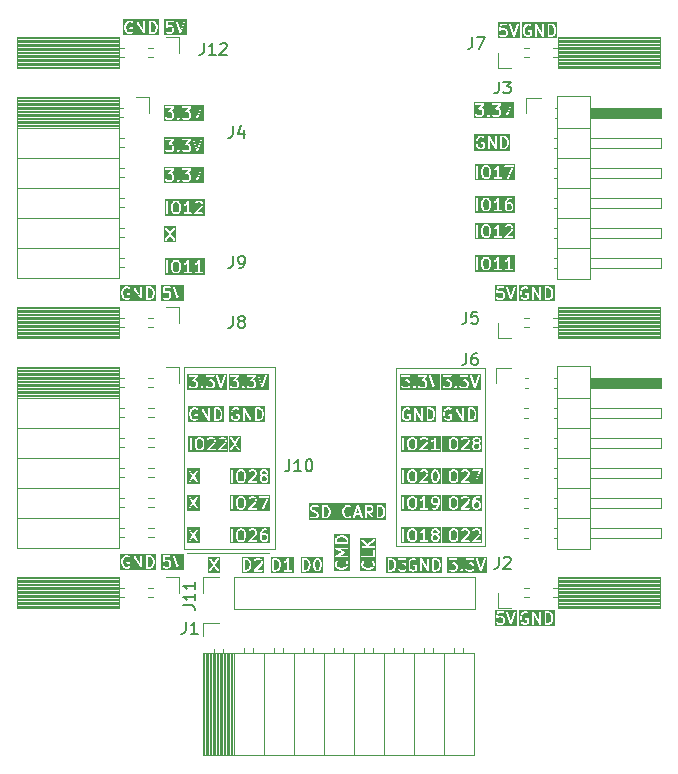
<source format=gbr>
%TF.GenerationSoftware,KiCad,Pcbnew,9.0.4*%
%TF.CreationDate,2025-10-07T14:59:10+07:00*%
%TF.ProjectId,pic0rick_Adapter,70696330-7269-4636-9b5f-416461707465,rev?*%
%TF.SameCoordinates,PX7641700PY7088980*%
%TF.FileFunction,Legend,Top*%
%TF.FilePolarity,Positive*%
%FSLAX46Y46*%
G04 Gerber Fmt 4.6, Leading zero omitted, Abs format (unit mm)*
G04 Created by KiCad (PCBNEW 9.0.4) date 2025-10-07 14:59:10*
%MOMM*%
%LPD*%
G01*
G04 APERTURE LIST*
%ADD10C,0.100000*%
%ADD11C,0.150000*%
%ADD12C,0.120000*%
%ADD13C,3.200000*%
%ADD14R,1.700000X1.700000*%
%ADD15C,1.700000*%
G04 APERTURE END LIST*
D10*
X5500000Y24380000D02*
X13250000Y24380000D01*
X13250000Y9000000D01*
X5500000Y9000000D01*
X5500000Y24380000D01*
X23500000Y24250000D02*
X31000000Y24250000D01*
X31000000Y9250000D01*
X23500000Y9250000D01*
X23500000Y24250000D01*
X5800000Y8600000D02*
X12750000Y8600000D01*
D11*
G36*
X12677062Y22444070D02*
G01*
X9306871Y22444070D01*
X9306871Y23644813D01*
X9417982Y23644813D01*
X9417982Y23615549D01*
X9429181Y23588513D01*
X9449873Y23567821D01*
X9476909Y23556622D01*
X9491541Y23555181D01*
X9945306Y23555181D01*
X9720812Y23298617D01*
X9716290Y23292293D01*
X9714895Y23290897D01*
X9714346Y23289574D01*
X9712261Y23286656D01*
X9708359Y23275119D01*
X9703696Y23263861D01*
X9703696Y23261331D01*
X9702886Y23258935D01*
X9703696Y23246782D01*
X9703696Y23234597D01*
X9704663Y23232261D01*
X9704832Y23229737D01*
X9710234Y23218812D01*
X9714895Y23207561D01*
X9716681Y23205775D01*
X9717804Y23203505D01*
X9726976Y23195480D01*
X9735587Y23186869D01*
X9737923Y23185901D01*
X9739828Y23184235D01*
X9751365Y23180334D01*
X9762623Y23175670D01*
X9766193Y23175319D01*
X9767549Y23174860D01*
X9769516Y23174992D01*
X9777255Y23174229D01*
X9902407Y23174229D01*
X9970923Y23139971D01*
X10001330Y23109564D01*
X10035588Y23041048D01*
X10035588Y22838363D01*
X10001329Y22769847D01*
X9970922Y22739439D01*
X9902407Y22705181D01*
X9652103Y22705181D01*
X9583587Y22739439D01*
X9544575Y22778452D01*
X9533209Y22787780D01*
X9506173Y22798979D01*
X9476910Y22798979D01*
X9449874Y22787781D01*
X9429181Y22767088D01*
X9417982Y22740052D01*
X9417982Y22710789D01*
X9429180Y22683753D01*
X9438507Y22672388D01*
X9486126Y22624768D01*
X9491875Y22620050D01*
X9493176Y22618550D01*
X9495435Y22617128D01*
X9497492Y22615440D01*
X9499319Y22614683D01*
X9505619Y22610718D01*
X9600857Y22563099D01*
X9614588Y22557844D01*
X9617277Y22557653D01*
X9619766Y22556622D01*
X9634398Y22555181D01*
X9920112Y22555181D01*
X9934744Y22556622D01*
X9937233Y22557654D01*
X9939921Y22557844D01*
X9953653Y22563099D01*
X10048891Y22610718D01*
X10055190Y22614683D01*
X10057018Y22615440D01*
X10059074Y22617128D01*
X10061334Y22618550D01*
X10062634Y22620050D01*
X10068384Y22624768D01*
X10116002Y22672387D01*
X10120720Y22678137D01*
X10122219Y22679436D01*
X10123640Y22681695D01*
X10125330Y22683753D01*
X10126087Y22685583D01*
X10130051Y22691879D01*
X10130327Y22692431D01*
X10417982Y22692431D01*
X10417982Y22663168D01*
X10423019Y22651009D01*
X10429181Y22636132D01*
X10438508Y22624767D01*
X10486127Y22577148D01*
X10497492Y22567821D01*
X10524528Y22556622D01*
X10524529Y22556622D01*
X10553791Y22556622D01*
X10553792Y22556622D01*
X10580828Y22567821D01*
X10592193Y22577148D01*
X10639812Y22624767D01*
X10649139Y22636132D01*
X10660338Y22663168D01*
X10660338Y22692431D01*
X10660292Y22692541D01*
X10649140Y22719467D01*
X10639812Y22730833D01*
X10592194Y22778452D01*
X10580828Y22787780D01*
X10580827Y22787781D01*
X10564990Y22794341D01*
X10553792Y22798979D01*
X10553791Y22798979D01*
X10524528Y22798979D01*
X10513330Y22794341D01*
X10497493Y22787781D01*
X10497492Y22787780D01*
X10486126Y22778452D01*
X10438507Y22730832D01*
X10429180Y22719467D01*
X10417982Y22692431D01*
X10130327Y22692431D01*
X10177670Y22787117D01*
X10182925Y22800848D01*
X10183116Y22803538D01*
X10184147Y22806026D01*
X10185588Y22820658D01*
X10185588Y23058753D01*
X10184147Y23073385D01*
X10183116Y23075874D01*
X10182925Y23078563D01*
X10177670Y23092294D01*
X10130051Y23187532D01*
X10126086Y23193832D01*
X10125329Y23195659D01*
X10123640Y23197716D01*
X10122219Y23199975D01*
X10120720Y23201275D01*
X10116002Y23207024D01*
X10068383Y23254643D01*
X10062633Y23259362D01*
X10061334Y23260860D01*
X10059074Y23262282D01*
X10057018Y23263970D01*
X10055190Y23264728D01*
X10048891Y23268692D01*
X9953653Y23316311D01*
X9940135Y23321484D01*
X10167031Y23580793D01*
X10171552Y23587118D01*
X10172948Y23588513D01*
X10173496Y23589837D01*
X10175582Y23592754D01*
X10179483Y23604292D01*
X10184147Y23615549D01*
X10184147Y23618080D01*
X10184957Y23620475D01*
X10184147Y23632629D01*
X10184147Y23644813D01*
X10846553Y23644813D01*
X10846553Y23615549D01*
X10857752Y23588513D01*
X10878444Y23567821D01*
X10905480Y23556622D01*
X10920112Y23555181D01*
X11373877Y23555181D01*
X11149383Y23298617D01*
X11144861Y23292293D01*
X11143466Y23290897D01*
X11142917Y23289574D01*
X11140832Y23286656D01*
X11136930Y23275119D01*
X11132267Y23263861D01*
X11132267Y23261331D01*
X11131457Y23258935D01*
X11132267Y23246782D01*
X11132267Y23234597D01*
X11133234Y23232261D01*
X11133403Y23229737D01*
X11138805Y23218812D01*
X11143466Y23207561D01*
X11145252Y23205775D01*
X11146375Y23203505D01*
X11155547Y23195480D01*
X11164158Y23186869D01*
X11166494Y23185901D01*
X11168399Y23184235D01*
X11179936Y23180334D01*
X11191194Y23175670D01*
X11194764Y23175319D01*
X11196120Y23174860D01*
X11198087Y23174992D01*
X11205826Y23174229D01*
X11330978Y23174229D01*
X11399494Y23139971D01*
X11429901Y23109564D01*
X11464159Y23041048D01*
X11464159Y22838363D01*
X11429900Y22769847D01*
X11399493Y22739439D01*
X11330978Y22705181D01*
X11080674Y22705181D01*
X11012158Y22739439D01*
X10973146Y22778452D01*
X10961780Y22787780D01*
X10934744Y22798979D01*
X10905481Y22798979D01*
X10878445Y22787781D01*
X10857752Y22767088D01*
X10846553Y22740052D01*
X10846553Y22710789D01*
X10857751Y22683753D01*
X10867078Y22672388D01*
X10914697Y22624768D01*
X10920446Y22620050D01*
X10921747Y22618550D01*
X10924006Y22617128D01*
X10926063Y22615440D01*
X10927890Y22614683D01*
X10934190Y22610718D01*
X11029428Y22563099D01*
X11043159Y22557844D01*
X11045848Y22557653D01*
X11048337Y22556622D01*
X11062969Y22555181D01*
X11348683Y22555181D01*
X11363315Y22556622D01*
X11365804Y22557654D01*
X11368492Y22557844D01*
X11382224Y22563099D01*
X11477462Y22610718D01*
X11483761Y22614683D01*
X11485589Y22615440D01*
X11487645Y22617128D01*
X11489905Y22618550D01*
X11491205Y22620050D01*
X11496955Y22624768D01*
X11544573Y22672387D01*
X11549291Y22678137D01*
X11550790Y22679436D01*
X11552211Y22681695D01*
X11553901Y22683753D01*
X11554658Y22685583D01*
X11558622Y22691879D01*
X11606241Y22787117D01*
X11611496Y22800848D01*
X11611687Y22803538D01*
X11612718Y22806026D01*
X11614159Y22820658D01*
X11614159Y23058753D01*
X11612718Y23073385D01*
X11611687Y23075874D01*
X11611496Y23078563D01*
X11606241Y23092294D01*
X11558622Y23187532D01*
X11554657Y23193832D01*
X11553900Y23195659D01*
X11552211Y23197716D01*
X11550790Y23199975D01*
X11549291Y23201275D01*
X11544573Y23207024D01*
X11496954Y23254643D01*
X11491204Y23259362D01*
X11489905Y23260860D01*
X11487645Y23262282D01*
X11485589Y23263970D01*
X11483761Y23264728D01*
X11477462Y23268692D01*
X11382224Y23316311D01*
X11368706Y23321484D01*
X11595602Y23580793D01*
X11600123Y23587118D01*
X11601519Y23588513D01*
X11602067Y23589837D01*
X11604153Y23592754D01*
X11608054Y23604292D01*
X11612718Y23615549D01*
X11612718Y23618080D01*
X11613528Y23620475D01*
X11613506Y23620801D01*
X11750463Y23620801D01*
X11753723Y23606464D01*
X12087056Y22606464D01*
X12093050Y22593039D01*
X12096560Y22588992D01*
X12098957Y22584198D01*
X12106065Y22578033D01*
X12112224Y22570932D01*
X12117013Y22568538D01*
X12121064Y22565024D01*
X12129989Y22562050D01*
X12138397Y22557845D01*
X12143741Y22557466D01*
X12148827Y22555770D01*
X12158207Y22556437D01*
X12167587Y22555770D01*
X12172672Y22557466D01*
X12178017Y22557845D01*
X12186427Y22562051D01*
X12195349Y22565024D01*
X12199396Y22568535D01*
X12204190Y22570931D01*
X12210353Y22578037D01*
X12217457Y22584198D01*
X12219852Y22588990D01*
X12223364Y22593038D01*
X12229358Y22606464D01*
X12562691Y23606464D01*
X12565951Y23620800D01*
X12563876Y23649990D01*
X12550790Y23676164D01*
X12528682Y23695338D01*
X12500920Y23704592D01*
X12471730Y23702517D01*
X12445557Y23689430D01*
X12426383Y23667323D01*
X12420389Y23653898D01*
X12158207Y22867352D01*
X11896025Y23653898D01*
X11890031Y23667324D01*
X11870857Y23689431D01*
X11844684Y23702517D01*
X11815494Y23704592D01*
X11787731Y23695338D01*
X11765624Y23676164D01*
X11752538Y23649991D01*
X11750463Y23620801D01*
X11613506Y23620801D01*
X11612718Y23632629D01*
X11612718Y23644813D01*
X11611750Y23647150D01*
X11611582Y23649673D01*
X11606179Y23660599D01*
X11601519Y23671849D01*
X11599732Y23673636D01*
X11598610Y23675905D01*
X11589437Y23683931D01*
X11580827Y23692541D01*
X11578490Y23693510D01*
X11576586Y23695175D01*
X11565048Y23699077D01*
X11553791Y23703740D01*
X11550220Y23704092D01*
X11548865Y23704550D01*
X11546897Y23704419D01*
X11539159Y23705181D01*
X10920112Y23705181D01*
X10905480Y23703740D01*
X10878444Y23692541D01*
X10857752Y23671849D01*
X10846553Y23644813D01*
X10184147Y23644813D01*
X10183179Y23647150D01*
X10183011Y23649673D01*
X10177608Y23660599D01*
X10172948Y23671849D01*
X10171161Y23673636D01*
X10170039Y23675905D01*
X10160866Y23683931D01*
X10152256Y23692541D01*
X10149919Y23693510D01*
X10148015Y23695175D01*
X10136477Y23699077D01*
X10125220Y23703740D01*
X10121649Y23704092D01*
X10120294Y23704550D01*
X10118326Y23704419D01*
X10110588Y23705181D01*
X9491541Y23705181D01*
X9476909Y23703740D01*
X9449873Y23692541D01*
X9429181Y23671849D01*
X9417982Y23644813D01*
X9306871Y23644813D01*
X9306871Y23816292D01*
X12677062Y23816292D01*
X12677062Y22444070D01*
G37*
G36*
X24994732Y13270923D02*
G01*
X25066674Y13198981D01*
X25107016Y13037614D01*
X25107016Y12722749D01*
X25066674Y12561383D01*
X24994731Y12489439D01*
X24926216Y12455181D01*
X24771150Y12455181D01*
X24702634Y12489439D01*
X24630691Y12561383D01*
X24590350Y12722749D01*
X24590350Y13037614D01*
X24630691Y13198981D01*
X24702634Y13270923D01*
X24771150Y13305181D01*
X24926216Y13305181D01*
X24994732Y13270923D01*
G37*
G36*
X26947113Y13270923D02*
G01*
X26977520Y13240516D01*
X27011778Y13172000D01*
X27011778Y12969315D01*
X26977520Y12900799D01*
X26947113Y12870392D01*
X26878597Y12836134D01*
X26723531Y12836134D01*
X26655015Y12870392D01*
X26624608Y12900799D01*
X26590350Y12969315D01*
X26590350Y13172000D01*
X26624608Y13240516D01*
X26655015Y13270923D01*
X26723531Y13305181D01*
X26878597Y13305181D01*
X26947113Y13270923D01*
G37*
G36*
X27272889Y12194070D02*
G01*
X23900668Y12194070D01*
X23900668Y13380181D01*
X24011779Y13380181D01*
X24011779Y12380181D01*
X24013220Y12365549D01*
X24024419Y12338513D01*
X24045111Y12317821D01*
X24072147Y12306622D01*
X24101411Y12306622D01*
X24128447Y12317821D01*
X24149139Y12338513D01*
X24160338Y12365549D01*
X24161779Y12380181D01*
X24161779Y13046848D01*
X24440350Y13046848D01*
X24440350Y12713515D01*
X24440601Y12710962D01*
X24440439Y12709869D01*
X24441248Y12704396D01*
X24441791Y12698883D01*
X24442213Y12697862D01*
X24442589Y12695325D01*
X24490208Y12504849D01*
X24495155Y12491003D01*
X24498474Y12486524D01*
X24500608Y12481372D01*
X24509936Y12470006D01*
X24605174Y12374767D01*
X24610924Y12370047D01*
X24612223Y12368550D01*
X24614477Y12367131D01*
X24616539Y12365439D01*
X24618371Y12364681D01*
X24624666Y12360718D01*
X24719904Y12313099D01*
X24733635Y12307844D01*
X24736324Y12307653D01*
X24738813Y12306622D01*
X24753445Y12305181D01*
X24943921Y12305181D01*
X24958553Y12306622D01*
X24961042Y12307654D01*
X24963730Y12307844D01*
X24977462Y12313099D01*
X25072700Y12360718D01*
X25078999Y12364683D01*
X25080827Y12365440D01*
X25082883Y12367129D01*
X25085143Y12368550D01*
X25086442Y12370049D01*
X25092192Y12374767D01*
X25187431Y12470007D01*
X25196758Y12481372D01*
X25198891Y12486524D01*
X25202211Y12491003D01*
X25207158Y12504849D01*
X25254777Y12695325D01*
X25255152Y12697862D01*
X25255575Y12698883D01*
X25256117Y12704396D01*
X25256927Y12709869D01*
X25256764Y12710962D01*
X25257016Y12713515D01*
X25257016Y13046848D01*
X25256764Y13049402D01*
X25256927Y13050494D01*
X25256117Y13055968D01*
X25255575Y13061480D01*
X25255152Y13062502D01*
X25254777Y13065038D01*
X25245074Y13103848D01*
X25488558Y13103848D01*
X25490632Y13074658D01*
X25503719Y13048483D01*
X25525827Y13029310D01*
X25553588Y13020056D01*
X25582778Y13022130D01*
X25596510Y13027385D01*
X25691748Y13075004D01*
X25698047Y13078969D01*
X25699875Y13079726D01*
X25701931Y13081415D01*
X25704191Y13082836D01*
X25705490Y13084335D01*
X25711240Y13089053D01*
X25773683Y13151496D01*
X25773683Y12455181D01*
X25562969Y12455181D01*
X25548337Y12453740D01*
X25521301Y12442541D01*
X25500609Y12421849D01*
X25489410Y12394813D01*
X25489410Y12365549D01*
X25500609Y12338513D01*
X25521301Y12317821D01*
X25548337Y12306622D01*
X25562969Y12305181D01*
X26134397Y12305181D01*
X26149029Y12306622D01*
X26176065Y12317821D01*
X26196757Y12338513D01*
X26207956Y12365549D01*
X26207956Y12394813D01*
X26196757Y12421849D01*
X26176065Y12442541D01*
X26149029Y12453740D01*
X26134397Y12455181D01*
X25923683Y12455181D01*
X25923683Y13189705D01*
X26440350Y13189705D01*
X26440350Y12951610D01*
X26441791Y12936978D01*
X26442822Y12934489D01*
X26443013Y12931801D01*
X26448268Y12918069D01*
X26495887Y12822831D01*
X26499851Y12816532D01*
X26500609Y12814704D01*
X26502297Y12812648D01*
X26503719Y12810388D01*
X26505217Y12809089D01*
X26509936Y12803339D01*
X26557555Y12755720D01*
X26563304Y12751002D01*
X26564604Y12749503D01*
X26566863Y12748082D01*
X26568920Y12746393D01*
X26570747Y12745636D01*
X26577047Y12741671D01*
X26672285Y12694052D01*
X26686016Y12688797D01*
X26688705Y12688606D01*
X26691194Y12687575D01*
X26705826Y12686134D01*
X26896302Y12686134D01*
X26910934Y12687575D01*
X26913423Y12688607D01*
X26916111Y12688797D01*
X26929843Y12694052D01*
X26988073Y12723167D01*
X26969549Y12649071D01*
X26885634Y12523200D01*
X26851874Y12489439D01*
X26783359Y12455181D01*
X26610588Y12455181D01*
X26595956Y12453740D01*
X26568920Y12442541D01*
X26548228Y12421849D01*
X26537029Y12394813D01*
X26537029Y12365549D01*
X26548228Y12338513D01*
X26568920Y12317821D01*
X26595956Y12306622D01*
X26610588Y12305181D01*
X26801064Y12305181D01*
X26815696Y12306622D01*
X26818185Y12307654D01*
X26820873Y12307844D01*
X26834605Y12313099D01*
X26929843Y12360718D01*
X26936142Y12364683D01*
X26937970Y12365440D01*
X26940026Y12367128D01*
X26942286Y12368550D01*
X26943586Y12370050D01*
X26949336Y12374768D01*
X26996954Y12422387D01*
X26996987Y12422428D01*
X26997009Y12422442D01*
X27001748Y12428229D01*
X27006282Y12433753D01*
X27006291Y12433777D01*
X27006325Y12433817D01*
X27101563Y12576675D01*
X27105867Y12584750D01*
X27106973Y12586241D01*
X27107602Y12588004D01*
X27108480Y12589649D01*
X27108838Y12591464D01*
X27111920Y12600087D01*
X27159539Y12790563D01*
X27159914Y12793100D01*
X27160337Y12794121D01*
X27160879Y12799634D01*
X27161689Y12805107D01*
X27161526Y12806200D01*
X27161778Y12808753D01*
X27161778Y13189705D01*
X27160337Y13204337D01*
X27159306Y13206826D01*
X27159115Y13209515D01*
X27153860Y13223246D01*
X27106241Y13318484D01*
X27102276Y13324784D01*
X27101519Y13326611D01*
X27099830Y13328668D01*
X27098409Y13330927D01*
X27096910Y13332227D01*
X27092192Y13337976D01*
X27044573Y13385595D01*
X27038823Y13390314D01*
X27037524Y13391812D01*
X27035264Y13393234D01*
X27033208Y13394922D01*
X27031380Y13395680D01*
X27025081Y13399644D01*
X26929843Y13447263D01*
X26916111Y13452518D01*
X26913423Y13452709D01*
X26910934Y13453740D01*
X26896302Y13455181D01*
X26705826Y13455181D01*
X26691194Y13453740D01*
X26688705Y13452710D01*
X26686016Y13452518D01*
X26672285Y13447263D01*
X26577047Y13399644D01*
X26570747Y13395680D01*
X26568920Y13394922D01*
X26566863Y13393234D01*
X26564604Y13391812D01*
X26563304Y13390314D01*
X26557555Y13385595D01*
X26509936Y13337976D01*
X26505217Y13332227D01*
X26503719Y13330927D01*
X26502297Y13328668D01*
X26500609Y13326611D01*
X26499851Y13324784D01*
X26495887Y13318484D01*
X26448268Y13223246D01*
X26443013Y13209514D01*
X26442822Y13206827D01*
X26441791Y13204337D01*
X26440350Y13189705D01*
X25923683Y13189705D01*
X25923683Y13380181D01*
X25923677Y13380234D01*
X25923683Y13380260D01*
X25923667Y13380337D01*
X25922242Y13394813D01*
X25919400Y13401674D01*
X25917944Y13408955D01*
X25913854Y13415062D01*
X25911043Y13421849D01*
X25905794Y13427098D01*
X25901661Y13433270D01*
X25895544Y13437348D01*
X25890351Y13442541D01*
X25883491Y13445383D01*
X25877312Y13449502D01*
X25870103Y13450928D01*
X25863315Y13453740D01*
X25855888Y13453740D01*
X25848604Y13455181D01*
X25841399Y13453740D01*
X25834051Y13453740D01*
X25827190Y13450899D01*
X25819910Y13449442D01*
X25813804Y13445354D01*
X25807015Y13442541D01*
X25801764Y13437291D01*
X25795595Y13433159D01*
X25786374Y13421901D01*
X25786323Y13421849D01*
X25786313Y13421827D01*
X25786279Y13421784D01*
X25695159Y13285104D01*
X25613780Y13203725D01*
X25529428Y13161549D01*
X25516985Y13153717D01*
X25497812Y13131609D01*
X25488558Y13103848D01*
X25245074Y13103848D01*
X25207158Y13255514D01*
X25202211Y13269360D01*
X25198892Y13273839D01*
X25196758Y13278992D01*
X25187430Y13290357D01*
X25092192Y13385595D01*
X25086442Y13390314D01*
X25085143Y13391812D01*
X25082883Y13393234D01*
X25080827Y13394922D01*
X25078999Y13395680D01*
X25072700Y13399644D01*
X24977462Y13447263D01*
X24963730Y13452518D01*
X24961042Y13452709D01*
X24958553Y13453740D01*
X24943921Y13455181D01*
X24753445Y13455181D01*
X24738813Y13453740D01*
X24736324Y13452710D01*
X24733635Y13452518D01*
X24719904Y13447263D01*
X24624666Y13399644D01*
X24618371Y13395682D01*
X24616539Y13394923D01*
X24614477Y13393232D01*
X24612223Y13391812D01*
X24610924Y13390316D01*
X24605174Y13385595D01*
X24509936Y13290357D01*
X24500609Y13278992D01*
X24498475Y13273842D01*
X24495155Y13269360D01*
X24490208Y13255514D01*
X24442589Y13065038D01*
X24442213Y13062502D01*
X24441791Y13061480D01*
X24441248Y13055968D01*
X24440439Y13050494D01*
X24440601Y13049402D01*
X24440350Y13046848D01*
X24161779Y13046848D01*
X24161779Y13380181D01*
X24160338Y13394813D01*
X24149139Y13421849D01*
X24128447Y13442541D01*
X24101411Y13453740D01*
X24072147Y13453740D01*
X24045111Y13442541D01*
X24024419Y13421849D01*
X24013220Y13394813D01*
X24011779Y13380181D01*
X23900668Y13380181D01*
X23900668Y13566292D01*
X27272889Y13566292D01*
X27272889Y12194070D01*
G37*
G36*
X21805930Y7103050D02*
G01*
X20433708Y7103050D01*
X20433708Y7717732D01*
X20544819Y7717732D01*
X20544819Y7622494D01*
X20545548Y7615089D01*
X20545408Y7613114D01*
X20545998Y7610517D01*
X20546260Y7607862D01*
X20547018Y7606031D01*
X20548668Y7598777D01*
X20596287Y7455920D01*
X20602281Y7442495D01*
X20604046Y7440460D01*
X20605078Y7437969D01*
X20614405Y7426604D01*
X20709643Y7331366D01*
X20715393Y7326646D01*
X20716692Y7325149D01*
X20718946Y7323730D01*
X20721008Y7322038D01*
X20722840Y7321280D01*
X20729135Y7317317D01*
X20824373Y7269698D01*
X20825442Y7269289D01*
X20825878Y7268966D01*
X20832014Y7266774D01*
X20838104Y7264443D01*
X20838644Y7264405D01*
X20839724Y7264019D01*
X21030200Y7216400D01*
X21032736Y7216025D01*
X21033758Y7215602D01*
X21039270Y7215060D01*
X21044744Y7214250D01*
X21045836Y7214413D01*
X21048390Y7214161D01*
X21191247Y7214161D01*
X21193800Y7214413D01*
X21194893Y7214250D01*
X21200366Y7215060D01*
X21205879Y7215602D01*
X21206900Y7216025D01*
X21209437Y7216400D01*
X21399913Y7264019D01*
X21400992Y7264405D01*
X21401532Y7264443D01*
X21407613Y7266771D01*
X21413759Y7268966D01*
X21414194Y7269289D01*
X21415264Y7269698D01*
X21510502Y7317317D01*
X21516798Y7321281D01*
X21518628Y7322038D01*
X21520686Y7323728D01*
X21522945Y7325149D01*
X21524244Y7326648D01*
X21529994Y7331366D01*
X21625233Y7426604D01*
X21634561Y7437969D01*
X21635592Y7440460D01*
X21637357Y7442494D01*
X21643351Y7455920D01*
X21690970Y7598776D01*
X21692619Y7606032D01*
X21693378Y7607862D01*
X21693639Y7610516D01*
X21694230Y7613113D01*
X21694089Y7615088D01*
X21694819Y7622494D01*
X21694819Y7717732D01*
X21694089Y7725139D01*
X21694230Y7727113D01*
X21693639Y7729711D01*
X21693378Y7732364D01*
X21692619Y7734195D01*
X21690970Y7741450D01*
X21643351Y7884306D01*
X21637357Y7897732D01*
X21635590Y7899769D01*
X21634560Y7902257D01*
X21625232Y7913623D01*
X21577612Y7961242D01*
X21566247Y7970569D01*
X21539211Y7981767D01*
X21509948Y7981767D01*
X21482912Y7970568D01*
X21462219Y7949875D01*
X21451021Y7922839D01*
X21451021Y7893576D01*
X21462220Y7866540D01*
X21471548Y7855174D01*
X21506648Y7820075D01*
X21544819Y7705562D01*
X21544819Y7634664D01*
X21506648Y7520152D01*
X21432534Y7446039D01*
X21355547Y7407545D01*
X21182013Y7364161D01*
X21057624Y7364161D01*
X20884090Y7407545D01*
X20807103Y7446038D01*
X20732990Y7520151D01*
X20694819Y7634665D01*
X20694819Y7705562D01*
X20732990Y7820076D01*
X20768090Y7855175D01*
X20777417Y7866540D01*
X20788616Y7893576D01*
X20788616Y7922839D01*
X20777417Y7949875D01*
X20756724Y7970568D01*
X20729688Y7981767D01*
X20700425Y7981767D01*
X20673389Y7970568D01*
X20662024Y7961241D01*
X20614405Y7913622D01*
X20605078Y7902257D01*
X20604046Y7899767D01*
X20602281Y7897731D01*
X20596287Y7884306D01*
X20548668Y7741449D01*
X20547018Y7734196D01*
X20546260Y7732364D01*
X20545998Y7729710D01*
X20545408Y7727112D01*
X20545548Y7725138D01*
X20544819Y7717732D01*
X20433708Y7717732D01*
X20433708Y8351412D01*
X20546260Y8351412D01*
X20546260Y8322148D01*
X20557459Y8295112D01*
X20578151Y8274420D01*
X20605187Y8263221D01*
X20619819Y8261780D01*
X21619819Y8261780D01*
X21634451Y8263221D01*
X21661487Y8274420D01*
X21682179Y8295112D01*
X21693378Y8322148D01*
X21694819Y8336780D01*
X21694819Y8812970D01*
X21693378Y8827602D01*
X21682179Y8854638D01*
X21661487Y8875330D01*
X21634451Y8886529D01*
X21605187Y8886529D01*
X21578151Y8875330D01*
X21557459Y8854638D01*
X21546260Y8827602D01*
X21544819Y8812970D01*
X21544819Y8411780D01*
X20619819Y8411780D01*
X20605187Y8410339D01*
X20578151Y8399140D01*
X20557459Y8378448D01*
X20546260Y8351412D01*
X20433708Y8351412D01*
X20433708Y9732363D01*
X20546260Y9732363D01*
X20546260Y9703101D01*
X20557459Y9676064D01*
X20566786Y9664699D01*
X21010181Y9221304D01*
X20619819Y9221304D01*
X20605187Y9219863D01*
X20578151Y9208664D01*
X20557459Y9187972D01*
X20546260Y9160936D01*
X20546260Y9131672D01*
X20557459Y9104636D01*
X20578151Y9083944D01*
X20605187Y9072745D01*
X20619819Y9071304D01*
X21619819Y9071304D01*
X21634451Y9072745D01*
X21661487Y9083944D01*
X21682179Y9104636D01*
X21693378Y9131672D01*
X21693378Y9160936D01*
X21682179Y9187972D01*
X21661487Y9208664D01*
X21634451Y9219863D01*
X21619819Y9221304D01*
X21222313Y9221304D01*
X21162570Y9281047D01*
X21664819Y9657732D01*
X21675660Y9667664D01*
X21690570Y9692845D01*
X21694708Y9721814D01*
X21687446Y9750162D01*
X21669887Y9773573D01*
X21644706Y9788482D01*
X21615738Y9792621D01*
X21587389Y9785359D01*
X21574819Y9777732D01*
X21055427Y9388190D01*
X20672852Y9770765D01*
X20661487Y9780092D01*
X20634450Y9791291D01*
X20605188Y9791291D01*
X20578151Y9780092D01*
X20557459Y9759400D01*
X20546260Y9732363D01*
X20433708Y9732363D01*
X20433708Y9903732D01*
X21805930Y9903732D01*
X21805930Y7103050D01*
G37*
G36*
X2974836Y53517010D02*
G01*
X3048949Y53442897D01*
X3087442Y53365910D01*
X3130826Y53192376D01*
X3130826Y53067987D01*
X3087442Y52894453D01*
X3048948Y52817466D01*
X2974836Y52743353D01*
X2860323Y52705181D01*
X2709398Y52705181D01*
X2709398Y53555181D01*
X2860323Y53555181D01*
X2974836Y53517010D01*
G37*
G36*
X3391937Y52444070D02*
G01*
X353049Y52444070D01*
X353049Y53201610D01*
X464160Y53201610D01*
X464160Y53058753D01*
X464411Y53056200D01*
X464249Y53055107D01*
X465058Y53049634D01*
X465601Y53044121D01*
X466023Y53043100D01*
X466399Y53040563D01*
X514018Y52850087D01*
X514403Y52849008D01*
X514442Y52848468D01*
X516769Y52842387D01*
X518965Y52836241D01*
X519287Y52835806D01*
X519697Y52834736D01*
X567316Y52739498D01*
X571279Y52733202D01*
X572037Y52731372D01*
X573726Y52729314D01*
X575148Y52727055D01*
X576646Y52725756D01*
X581365Y52720006D01*
X676603Y52624767D01*
X687968Y52615439D01*
X690458Y52614408D01*
X692493Y52612643D01*
X705919Y52606649D01*
X848775Y52559030D01*
X856030Y52557381D01*
X857861Y52556622D01*
X860514Y52556361D01*
X863112Y52555770D01*
X865086Y52555911D01*
X872493Y52555181D01*
X967731Y52555181D01*
X975136Y52555911D01*
X977111Y52555770D01*
X979708Y52556361D01*
X982363Y52556622D01*
X984194Y52557381D01*
X991448Y52559030D01*
X1134305Y52606649D01*
X1147730Y52612643D01*
X1149765Y52614409D01*
X1152256Y52615440D01*
X1163622Y52624768D01*
X1211240Y52672387D01*
X1220568Y52683753D01*
X1227849Y52701332D01*
X1231766Y52710788D01*
X1233207Y52725420D01*
X1233207Y53058753D01*
X1231766Y53073385D01*
X1220567Y53100421D01*
X1199875Y53121113D01*
X1172839Y53132312D01*
X1158207Y53133753D01*
X967731Y53133753D01*
X953099Y53132312D01*
X926063Y53121113D01*
X905371Y53100421D01*
X894172Y53073385D01*
X894172Y53044121D01*
X905371Y53017085D01*
X926063Y52996393D01*
X953099Y52985194D01*
X967731Y52983753D01*
X1083207Y52983753D01*
X1083207Y52756486D01*
X1070074Y52743353D01*
X955561Y52705181D01*
X884663Y52705181D01*
X770150Y52743352D01*
X696037Y52817466D01*
X657543Y52894453D01*
X614160Y53067987D01*
X614160Y53192376D01*
X657543Y53365910D01*
X696037Y53442897D01*
X770150Y53517010D01*
X884663Y53555181D01*
X997645Y53555181D01*
X1077047Y53515480D01*
X1090778Y53510225D01*
X1119968Y53508151D01*
X1147730Y53517405D01*
X1169837Y53536578D01*
X1182925Y53562753D01*
X1184999Y53591943D01*
X1175745Y53619704D01*
X1166659Y53630181D01*
X1511779Y53630181D01*
X1511779Y52630181D01*
X1513220Y52615549D01*
X1524419Y52588513D01*
X1545111Y52567821D01*
X1572147Y52556622D01*
X1601411Y52556622D01*
X1628447Y52567821D01*
X1649139Y52588513D01*
X1660338Y52615549D01*
X1661779Y52630181D01*
X1661779Y53347765D01*
X2093089Y52592970D01*
X2095278Y52589886D01*
X2095847Y52588513D01*
X2097244Y52587116D01*
X2101599Y52580981D01*
X2109487Y52574873D01*
X2116539Y52567821D01*
X2120957Y52565991D01*
X2124737Y52563064D01*
X2134358Y52560440D01*
X2143575Y52556622D01*
X2148356Y52556622D01*
X2152968Y52555364D01*
X2162865Y52556622D01*
X2172839Y52556622D01*
X2177254Y52558452D01*
X2181998Y52559054D01*
X2190662Y52564005D01*
X2199875Y52567821D01*
X2203253Y52571200D01*
X2207407Y52573573D01*
X2213516Y52581463D01*
X2220567Y52588513D01*
X2222396Y52592930D01*
X2225324Y52596710D01*
X2227948Y52606334D01*
X2231766Y52615549D01*
X2232502Y52623032D01*
X2233024Y52624942D01*
X2232836Y52626418D01*
X2233207Y52630181D01*
X2233207Y53630181D01*
X2559398Y53630181D01*
X2559398Y52630181D01*
X2560839Y52615549D01*
X2572038Y52588513D01*
X2592730Y52567821D01*
X2619766Y52556622D01*
X2634398Y52555181D01*
X2872493Y52555181D01*
X2879898Y52555911D01*
X2881873Y52555770D01*
X2884470Y52556361D01*
X2887125Y52556622D01*
X2888956Y52557381D01*
X2896210Y52559030D01*
X3039067Y52606649D01*
X3052492Y52612643D01*
X3054527Y52614409D01*
X3057018Y52615440D01*
X3068383Y52624767D01*
X3163622Y52720007D01*
X3168339Y52725756D01*
X3169838Y52727055D01*
X3171259Y52729314D01*
X3172949Y52731372D01*
X3173706Y52733202D01*
X3177670Y52739498D01*
X3225289Y52834736D01*
X3225698Y52835806D01*
X3226021Y52836241D01*
X3228213Y52842378D01*
X3230544Y52848467D01*
X3230582Y52849008D01*
X3230968Y52850087D01*
X3278587Y53040563D01*
X3278962Y53043100D01*
X3279385Y53044121D01*
X3279927Y53049634D01*
X3280737Y53055107D01*
X3280574Y53056200D01*
X3280826Y53058753D01*
X3280826Y53201610D01*
X3280574Y53204164D01*
X3280737Y53205256D01*
X3279927Y53210730D01*
X3279385Y53216242D01*
X3278962Y53217264D01*
X3278587Y53219800D01*
X3230968Y53410276D01*
X3230582Y53411356D01*
X3230544Y53411896D01*
X3228213Y53417986D01*
X3226021Y53424122D01*
X3225698Y53424558D01*
X3225289Y53425627D01*
X3177670Y53520865D01*
X3173707Y53527160D01*
X3172949Y53528992D01*
X3171257Y53531054D01*
X3169838Y53533308D01*
X3168341Y53534607D01*
X3163621Y53540357D01*
X3068383Y53635595D01*
X3057018Y53644922D01*
X3054527Y53645954D01*
X3052492Y53647719D01*
X3039067Y53653713D01*
X2896210Y53701332D01*
X2888956Y53702982D01*
X2887125Y53703740D01*
X2884470Y53704002D01*
X2881873Y53704592D01*
X2879898Y53704452D01*
X2872493Y53705181D01*
X2634398Y53705181D01*
X2619766Y53703740D01*
X2592730Y53692541D01*
X2572038Y53671849D01*
X2560839Y53644813D01*
X2559398Y53630181D01*
X2233207Y53630181D01*
X2231766Y53644813D01*
X2220567Y53671849D01*
X2199875Y53692541D01*
X2172839Y53703740D01*
X2143575Y53703740D01*
X2116539Y53692541D01*
X2095847Y53671849D01*
X2084648Y53644813D01*
X2083207Y53630181D01*
X2083207Y52912598D01*
X1651897Y53667391D01*
X1649708Y53670475D01*
X1649139Y53671849D01*
X1647739Y53673249D01*
X1643387Y53679381D01*
X1635497Y53685491D01*
X1628447Y53692541D01*
X1624030Y53694371D01*
X1620250Y53697298D01*
X1610626Y53699923D01*
X1601411Y53703740D01*
X1596630Y53703740D01*
X1592018Y53704998D01*
X1582121Y53703740D01*
X1572147Y53703740D01*
X1567731Y53701911D01*
X1562988Y53701308D01*
X1554323Y53696358D01*
X1545111Y53692541D01*
X1541732Y53689163D01*
X1537579Y53686789D01*
X1531469Y53678900D01*
X1524419Y53671849D01*
X1522589Y53667433D01*
X1519662Y53663652D01*
X1517037Y53654029D01*
X1513220Y53644813D01*
X1512483Y53637331D01*
X1511962Y53635420D01*
X1512149Y53633945D01*
X1511779Y53630181D01*
X1166659Y53630181D01*
X1156572Y53641812D01*
X1144129Y53649644D01*
X1048891Y53697263D01*
X1035159Y53702518D01*
X1032471Y53702709D01*
X1029982Y53703740D01*
X1015350Y53705181D01*
X872493Y53705181D01*
X865086Y53704452D01*
X863112Y53704592D01*
X860514Y53704002D01*
X857861Y53703740D01*
X856030Y53702982D01*
X848775Y53701332D01*
X705919Y53653713D01*
X692493Y53647719D01*
X690458Y53645955D01*
X687968Y53644923D01*
X676603Y53635595D01*
X581365Y53540357D01*
X576646Y53534608D01*
X575148Y53533308D01*
X573726Y53531049D01*
X572038Y53528992D01*
X571280Y53527165D01*
X567316Y53520865D01*
X519697Y53425627D01*
X519287Y53424558D01*
X518965Y53424122D01*
X516769Y53417977D01*
X514442Y53411895D01*
X514403Y53411356D01*
X514018Y53410276D01*
X466399Y53219800D01*
X466023Y53217264D01*
X465601Y53216242D01*
X465058Y53210730D01*
X464249Y53205256D01*
X464411Y53204164D01*
X464160Y53201610D01*
X353049Y53201610D01*
X353049Y53816292D01*
X3391937Y53816292D01*
X3391937Y52444070D01*
G37*
G36*
X8474836Y20767010D02*
G01*
X8548949Y20692897D01*
X8587442Y20615910D01*
X8630826Y20442376D01*
X8630826Y20317987D01*
X8587442Y20144453D01*
X8548948Y20067466D01*
X8474836Y19993353D01*
X8360323Y19955181D01*
X8209398Y19955181D01*
X8209398Y20805181D01*
X8360323Y20805181D01*
X8474836Y20767010D01*
G37*
G36*
X8891937Y19694070D02*
G01*
X5853049Y19694070D01*
X5853049Y20451610D01*
X5964160Y20451610D01*
X5964160Y20308753D01*
X5964411Y20306200D01*
X5964249Y20305107D01*
X5965058Y20299634D01*
X5965601Y20294121D01*
X5966023Y20293100D01*
X5966399Y20290563D01*
X6014018Y20100087D01*
X6014403Y20099008D01*
X6014442Y20098468D01*
X6016769Y20092387D01*
X6018965Y20086241D01*
X6019287Y20085806D01*
X6019697Y20084736D01*
X6067316Y19989498D01*
X6071279Y19983202D01*
X6072037Y19981372D01*
X6073726Y19979314D01*
X6075148Y19977055D01*
X6076646Y19975756D01*
X6081365Y19970006D01*
X6176603Y19874767D01*
X6187968Y19865439D01*
X6190458Y19864408D01*
X6192493Y19862643D01*
X6205919Y19856649D01*
X6348775Y19809030D01*
X6356030Y19807381D01*
X6357861Y19806622D01*
X6360514Y19806361D01*
X6363112Y19805770D01*
X6365086Y19805911D01*
X6372493Y19805181D01*
X6467731Y19805181D01*
X6475136Y19805911D01*
X6477111Y19805770D01*
X6479708Y19806361D01*
X6482363Y19806622D01*
X6484194Y19807381D01*
X6491448Y19809030D01*
X6634305Y19856649D01*
X6647730Y19862643D01*
X6649765Y19864409D01*
X6652256Y19865440D01*
X6663622Y19874768D01*
X6711240Y19922387D01*
X6720568Y19933753D01*
X6727849Y19951332D01*
X6731766Y19960788D01*
X6733207Y19975420D01*
X6733207Y20308753D01*
X6731766Y20323385D01*
X6720567Y20350421D01*
X6699875Y20371113D01*
X6672839Y20382312D01*
X6658207Y20383753D01*
X6467731Y20383753D01*
X6453099Y20382312D01*
X6426063Y20371113D01*
X6405371Y20350421D01*
X6394172Y20323385D01*
X6394172Y20294121D01*
X6405371Y20267085D01*
X6426063Y20246393D01*
X6453099Y20235194D01*
X6467731Y20233753D01*
X6583207Y20233753D01*
X6583207Y20006486D01*
X6570074Y19993353D01*
X6455561Y19955181D01*
X6384663Y19955181D01*
X6270150Y19993352D01*
X6196037Y20067466D01*
X6157543Y20144453D01*
X6114160Y20317987D01*
X6114160Y20442376D01*
X6157543Y20615910D01*
X6196037Y20692897D01*
X6270150Y20767010D01*
X6384663Y20805181D01*
X6497645Y20805181D01*
X6577047Y20765480D01*
X6590778Y20760225D01*
X6619968Y20758151D01*
X6647730Y20767405D01*
X6669837Y20786578D01*
X6682925Y20812753D01*
X6684999Y20841943D01*
X6675745Y20869704D01*
X6666659Y20880181D01*
X7011779Y20880181D01*
X7011779Y19880181D01*
X7013220Y19865549D01*
X7024419Y19838513D01*
X7045111Y19817821D01*
X7072147Y19806622D01*
X7101411Y19806622D01*
X7128447Y19817821D01*
X7149139Y19838513D01*
X7160338Y19865549D01*
X7161779Y19880181D01*
X7161779Y20597765D01*
X7593089Y19842970D01*
X7595278Y19839886D01*
X7595847Y19838513D01*
X7597244Y19837116D01*
X7601599Y19830981D01*
X7609487Y19824873D01*
X7616539Y19817821D01*
X7620957Y19815991D01*
X7624737Y19813064D01*
X7634358Y19810440D01*
X7643575Y19806622D01*
X7648356Y19806622D01*
X7652968Y19805364D01*
X7662865Y19806622D01*
X7672839Y19806622D01*
X7677254Y19808452D01*
X7681998Y19809054D01*
X7690662Y19814005D01*
X7699875Y19817821D01*
X7703253Y19821200D01*
X7707407Y19823573D01*
X7713516Y19831463D01*
X7720567Y19838513D01*
X7722396Y19842930D01*
X7725324Y19846710D01*
X7727948Y19856334D01*
X7731766Y19865549D01*
X7732502Y19873032D01*
X7733024Y19874942D01*
X7732836Y19876418D01*
X7733207Y19880181D01*
X7733207Y20880181D01*
X8059398Y20880181D01*
X8059398Y19880181D01*
X8060839Y19865549D01*
X8072038Y19838513D01*
X8092730Y19817821D01*
X8119766Y19806622D01*
X8134398Y19805181D01*
X8372493Y19805181D01*
X8379898Y19805911D01*
X8381873Y19805770D01*
X8384470Y19806361D01*
X8387125Y19806622D01*
X8388956Y19807381D01*
X8396210Y19809030D01*
X8539067Y19856649D01*
X8552492Y19862643D01*
X8554527Y19864409D01*
X8557018Y19865440D01*
X8568383Y19874767D01*
X8663622Y19970007D01*
X8668339Y19975756D01*
X8669838Y19977055D01*
X8671259Y19979314D01*
X8672949Y19981372D01*
X8673706Y19983202D01*
X8677670Y19989498D01*
X8725289Y20084736D01*
X8725698Y20085806D01*
X8726021Y20086241D01*
X8728213Y20092378D01*
X8730544Y20098467D01*
X8730582Y20099008D01*
X8730968Y20100087D01*
X8778587Y20290563D01*
X8778962Y20293100D01*
X8779385Y20294121D01*
X8779927Y20299634D01*
X8780737Y20305107D01*
X8780574Y20306200D01*
X8780826Y20308753D01*
X8780826Y20451610D01*
X8780574Y20454164D01*
X8780737Y20455256D01*
X8779927Y20460730D01*
X8779385Y20466242D01*
X8778962Y20467264D01*
X8778587Y20469800D01*
X8730968Y20660276D01*
X8730582Y20661356D01*
X8730544Y20661896D01*
X8728213Y20667986D01*
X8726021Y20674122D01*
X8725698Y20674558D01*
X8725289Y20675627D01*
X8677670Y20770865D01*
X8673707Y20777160D01*
X8672949Y20778992D01*
X8671257Y20781054D01*
X8669838Y20783308D01*
X8668341Y20784607D01*
X8663621Y20790357D01*
X8568383Y20885595D01*
X8557018Y20894922D01*
X8554527Y20895954D01*
X8552492Y20897719D01*
X8539067Y20903713D01*
X8396210Y20951332D01*
X8388956Y20952982D01*
X8387125Y20953740D01*
X8384470Y20954002D01*
X8381873Y20954592D01*
X8379898Y20954452D01*
X8372493Y20955181D01*
X8134398Y20955181D01*
X8119766Y20953740D01*
X8092730Y20942541D01*
X8072038Y20921849D01*
X8060839Y20894813D01*
X8059398Y20880181D01*
X7733207Y20880181D01*
X7731766Y20894813D01*
X7720567Y20921849D01*
X7699875Y20942541D01*
X7672839Y20953740D01*
X7643575Y20953740D01*
X7616539Y20942541D01*
X7595847Y20921849D01*
X7584648Y20894813D01*
X7583207Y20880181D01*
X7583207Y20162598D01*
X7151897Y20917391D01*
X7149708Y20920475D01*
X7149139Y20921849D01*
X7147739Y20923249D01*
X7143387Y20929381D01*
X7135497Y20935491D01*
X7128447Y20942541D01*
X7124030Y20944371D01*
X7120250Y20947298D01*
X7110626Y20949923D01*
X7101411Y20953740D01*
X7096630Y20953740D01*
X7092018Y20954998D01*
X7082121Y20953740D01*
X7072147Y20953740D01*
X7067731Y20951911D01*
X7062988Y20951308D01*
X7054323Y20946358D01*
X7045111Y20942541D01*
X7041732Y20939163D01*
X7037579Y20936789D01*
X7031469Y20928900D01*
X7024419Y20921849D01*
X7022589Y20917433D01*
X7019662Y20913652D01*
X7017037Y20904029D01*
X7013220Y20894813D01*
X7012483Y20887331D01*
X7011962Y20885420D01*
X7012149Y20883945D01*
X7011779Y20880181D01*
X6666659Y20880181D01*
X6656572Y20891812D01*
X6644129Y20899644D01*
X6548891Y20947263D01*
X6535159Y20952518D01*
X6532471Y20952709D01*
X6529982Y20953740D01*
X6515350Y20955181D01*
X6372493Y20955181D01*
X6365086Y20954452D01*
X6363112Y20954592D01*
X6360514Y20954002D01*
X6357861Y20953740D01*
X6356030Y20952982D01*
X6348775Y20951332D01*
X6205919Y20903713D01*
X6192493Y20897719D01*
X6190458Y20895955D01*
X6187968Y20894923D01*
X6176603Y20885595D01*
X6081365Y20790357D01*
X6076646Y20784608D01*
X6075148Y20783308D01*
X6073726Y20781049D01*
X6072038Y20778992D01*
X6071280Y20777165D01*
X6067316Y20770865D01*
X6019697Y20675627D01*
X6019287Y20674558D01*
X6018965Y20674122D01*
X6016769Y20667977D01*
X6014442Y20661895D01*
X6014403Y20661356D01*
X6014018Y20660276D01*
X5966399Y20469800D01*
X5966023Y20467264D01*
X5965601Y20466242D01*
X5965058Y20460730D01*
X5964249Y20455256D01*
X5964411Y20454164D01*
X5964160Y20451610D01*
X5853049Y20451610D01*
X5853049Y21066292D01*
X8891937Y21066292D01*
X8891937Y19694070D01*
G37*
G36*
X4994732Y38270923D02*
G01*
X5066674Y38198981D01*
X5107016Y38037614D01*
X5107016Y37722749D01*
X5066674Y37561383D01*
X4994731Y37489439D01*
X4926216Y37455181D01*
X4771150Y37455181D01*
X4702634Y37489439D01*
X4630691Y37561383D01*
X4590350Y37722749D01*
X4590350Y38037614D01*
X4630691Y38198981D01*
X4702634Y38270923D01*
X4771150Y38305181D01*
X4926216Y38305181D01*
X4994732Y38270923D01*
G37*
G36*
X7272889Y37194070D02*
G01*
X3900668Y37194070D01*
X3900668Y38380181D01*
X4011779Y38380181D01*
X4011779Y37380181D01*
X4013220Y37365549D01*
X4024419Y37338513D01*
X4045111Y37317821D01*
X4072147Y37306622D01*
X4101411Y37306622D01*
X4128447Y37317821D01*
X4149139Y37338513D01*
X4160338Y37365549D01*
X4161779Y37380181D01*
X4161779Y38046848D01*
X4440350Y38046848D01*
X4440350Y37713515D01*
X4440601Y37710962D01*
X4440439Y37709869D01*
X4441248Y37704396D01*
X4441791Y37698883D01*
X4442213Y37697862D01*
X4442589Y37695325D01*
X4490208Y37504849D01*
X4495155Y37491003D01*
X4498474Y37486524D01*
X4500608Y37481372D01*
X4509936Y37470006D01*
X4605174Y37374767D01*
X4610924Y37370047D01*
X4612223Y37368550D01*
X4614477Y37367131D01*
X4616539Y37365439D01*
X4618371Y37364681D01*
X4624666Y37360718D01*
X4719904Y37313099D01*
X4733635Y37307844D01*
X4736324Y37307653D01*
X4738813Y37306622D01*
X4753445Y37305181D01*
X4943921Y37305181D01*
X4958553Y37306622D01*
X4961042Y37307654D01*
X4963730Y37307844D01*
X4977462Y37313099D01*
X5072700Y37360718D01*
X5078999Y37364683D01*
X5080827Y37365440D01*
X5082883Y37367129D01*
X5085143Y37368550D01*
X5086442Y37370049D01*
X5092192Y37374767D01*
X5187431Y37470007D01*
X5196758Y37481372D01*
X5198891Y37486524D01*
X5202211Y37491003D01*
X5207158Y37504849D01*
X5254777Y37695325D01*
X5255152Y37697862D01*
X5255575Y37698883D01*
X5256117Y37704396D01*
X5256927Y37709869D01*
X5256764Y37710962D01*
X5257016Y37713515D01*
X5257016Y38046848D01*
X5256764Y38049402D01*
X5256927Y38050494D01*
X5256117Y38055968D01*
X5255575Y38061480D01*
X5255152Y38062502D01*
X5254777Y38065038D01*
X5245074Y38103848D01*
X5488558Y38103848D01*
X5490632Y38074658D01*
X5503719Y38048483D01*
X5525827Y38029310D01*
X5553588Y38020056D01*
X5582778Y38022130D01*
X5596510Y38027385D01*
X5691748Y38075004D01*
X5698047Y38078969D01*
X5699875Y38079726D01*
X5701931Y38081415D01*
X5704191Y38082836D01*
X5705490Y38084335D01*
X5711240Y38089053D01*
X5773683Y38151496D01*
X5773683Y37455181D01*
X5562969Y37455181D01*
X5548337Y37453740D01*
X5521301Y37442541D01*
X5500609Y37421849D01*
X5489410Y37394813D01*
X5489410Y37365549D01*
X5500609Y37338513D01*
X5521301Y37317821D01*
X5548337Y37306622D01*
X5562969Y37305181D01*
X6134397Y37305181D01*
X6149029Y37306622D01*
X6176065Y37317821D01*
X6196757Y37338513D01*
X6207956Y37365549D01*
X6207956Y37394813D01*
X6394172Y37394813D01*
X6394172Y37365549D01*
X6405371Y37338513D01*
X6426063Y37317821D01*
X6453099Y37306622D01*
X6467731Y37305181D01*
X7086778Y37305181D01*
X7101410Y37306622D01*
X7128446Y37317821D01*
X7149138Y37338513D01*
X7160337Y37365549D01*
X7160337Y37394813D01*
X7149138Y37421849D01*
X7128446Y37442541D01*
X7101410Y37453740D01*
X7086778Y37455181D01*
X6648797Y37455181D01*
X7092192Y37898577D01*
X7101520Y37909942D01*
X7102551Y37912433D01*
X7104316Y37914467D01*
X7110310Y37927893D01*
X7157929Y38070749D01*
X7159578Y38078005D01*
X7160337Y38079835D01*
X7160598Y38082489D01*
X7161189Y38085086D01*
X7161048Y38087061D01*
X7161778Y38094467D01*
X7161778Y38189705D01*
X7160337Y38204337D01*
X7159306Y38206826D01*
X7159115Y38209515D01*
X7153860Y38223246D01*
X7106241Y38318484D01*
X7102276Y38324784D01*
X7101519Y38326611D01*
X7099830Y38328668D01*
X7098409Y38330927D01*
X7096910Y38332227D01*
X7092192Y38337976D01*
X7044573Y38385595D01*
X7038823Y38390314D01*
X7037524Y38391812D01*
X7035264Y38393234D01*
X7033208Y38394922D01*
X7031380Y38395680D01*
X7025081Y38399644D01*
X6929843Y38447263D01*
X6916111Y38452518D01*
X6913423Y38452709D01*
X6910934Y38453740D01*
X6896302Y38455181D01*
X6658207Y38455181D01*
X6643575Y38453740D01*
X6641086Y38452710D01*
X6638397Y38452518D01*
X6624666Y38447263D01*
X6529428Y38399644D01*
X6523128Y38395680D01*
X6521301Y38394922D01*
X6519244Y38393234D01*
X6516985Y38391812D01*
X6515685Y38390314D01*
X6509936Y38385595D01*
X6462317Y38337976D01*
X6452990Y38326611D01*
X6441791Y38299574D01*
X6441791Y38270312D01*
X6452990Y38243275D01*
X6473682Y38222583D01*
X6500719Y38211384D01*
X6529981Y38211384D01*
X6557018Y38222583D01*
X6568383Y38231910D01*
X6607396Y38270923D01*
X6675912Y38305181D01*
X6878597Y38305181D01*
X6947113Y38270923D01*
X6977520Y38240516D01*
X7011778Y38172000D01*
X7011778Y38106637D01*
X6973606Y37992124D01*
X6414698Y37433214D01*
X6405371Y37421849D01*
X6394172Y37394813D01*
X6207956Y37394813D01*
X6196757Y37421849D01*
X6176065Y37442541D01*
X6149029Y37453740D01*
X6134397Y37455181D01*
X5923683Y37455181D01*
X5923683Y38380181D01*
X5923677Y38380234D01*
X5923683Y38380260D01*
X5923667Y38380337D01*
X5922242Y38394813D01*
X5919400Y38401674D01*
X5917944Y38408955D01*
X5913854Y38415062D01*
X5911043Y38421849D01*
X5905794Y38427098D01*
X5901661Y38433270D01*
X5895544Y38437348D01*
X5890351Y38442541D01*
X5883491Y38445383D01*
X5877312Y38449502D01*
X5870103Y38450928D01*
X5863315Y38453740D01*
X5855888Y38453740D01*
X5848604Y38455181D01*
X5841399Y38453740D01*
X5834051Y38453740D01*
X5827190Y38450899D01*
X5819910Y38449442D01*
X5813804Y38445354D01*
X5807015Y38442541D01*
X5801764Y38437291D01*
X5795595Y38433159D01*
X5786374Y38421901D01*
X5786323Y38421849D01*
X5786313Y38421827D01*
X5786279Y38421784D01*
X5695159Y38285104D01*
X5613780Y38203725D01*
X5529428Y38161549D01*
X5516985Y38153717D01*
X5497812Y38131609D01*
X5488558Y38103848D01*
X5245074Y38103848D01*
X5207158Y38255514D01*
X5202211Y38269360D01*
X5198892Y38273839D01*
X5196758Y38278992D01*
X5187430Y38290357D01*
X5092192Y38385595D01*
X5086442Y38390314D01*
X5085143Y38391812D01*
X5082883Y38393234D01*
X5080827Y38394922D01*
X5078999Y38395680D01*
X5072700Y38399644D01*
X4977462Y38447263D01*
X4963730Y38452518D01*
X4961042Y38452709D01*
X4958553Y38453740D01*
X4943921Y38455181D01*
X4753445Y38455181D01*
X4738813Y38453740D01*
X4736324Y38452710D01*
X4733635Y38452518D01*
X4719904Y38447263D01*
X4624666Y38399644D01*
X4618371Y38395682D01*
X4616539Y38394923D01*
X4614477Y38393232D01*
X4612223Y38391812D01*
X4610924Y38390316D01*
X4605174Y38385595D01*
X4509936Y38290357D01*
X4500609Y38278992D01*
X4498475Y38273842D01*
X4495155Y38269360D01*
X4490208Y38255514D01*
X4442589Y38065038D01*
X4442213Y38062502D01*
X4441791Y38061480D01*
X4441248Y38055968D01*
X4440439Y38050494D01*
X4440601Y38049402D01*
X4440350Y38046848D01*
X4161779Y38046848D01*
X4161779Y38380181D01*
X4160338Y38394813D01*
X4149139Y38421849D01*
X4128447Y38442541D01*
X4101411Y38453740D01*
X4072147Y38453740D01*
X4045111Y38442541D01*
X4024419Y38421849D01*
X4013220Y38394813D01*
X4011779Y38380181D01*
X3900668Y38380181D01*
X3900668Y38566292D01*
X7272889Y38566292D01*
X7272889Y37194070D01*
G37*
G36*
X7177062Y45194070D02*
G01*
X3806871Y45194070D01*
X3806871Y46394813D01*
X3917982Y46394813D01*
X3917982Y46365549D01*
X3929181Y46338513D01*
X3949873Y46317821D01*
X3976909Y46306622D01*
X3991541Y46305181D01*
X4445306Y46305181D01*
X4220812Y46048617D01*
X4216290Y46042293D01*
X4214895Y46040897D01*
X4214346Y46039574D01*
X4212261Y46036656D01*
X4208359Y46025119D01*
X4203696Y46013861D01*
X4203696Y46011331D01*
X4202886Y46008935D01*
X4203696Y45996782D01*
X4203696Y45984597D01*
X4204663Y45982261D01*
X4204832Y45979737D01*
X4210234Y45968812D01*
X4214895Y45957561D01*
X4216681Y45955775D01*
X4217804Y45953505D01*
X4226976Y45945480D01*
X4235587Y45936869D01*
X4237923Y45935901D01*
X4239828Y45934235D01*
X4251365Y45930334D01*
X4262623Y45925670D01*
X4266193Y45925319D01*
X4267549Y45924860D01*
X4269516Y45924992D01*
X4277255Y45924229D01*
X4402407Y45924229D01*
X4470923Y45889971D01*
X4501330Y45859564D01*
X4535588Y45791048D01*
X4535588Y45588363D01*
X4501329Y45519847D01*
X4470922Y45489439D01*
X4402407Y45455181D01*
X4152103Y45455181D01*
X4083587Y45489439D01*
X4044575Y45528452D01*
X4033209Y45537780D01*
X4006173Y45548979D01*
X3976910Y45548979D01*
X3949874Y45537781D01*
X3929181Y45517088D01*
X3917982Y45490052D01*
X3917982Y45460789D01*
X3929180Y45433753D01*
X3938507Y45422388D01*
X3986126Y45374768D01*
X3991875Y45370050D01*
X3993176Y45368550D01*
X3995435Y45367128D01*
X3997492Y45365440D01*
X3999319Y45364683D01*
X4005619Y45360718D01*
X4100857Y45313099D01*
X4114588Y45307844D01*
X4117277Y45307653D01*
X4119766Y45306622D01*
X4134398Y45305181D01*
X4420112Y45305181D01*
X4434744Y45306622D01*
X4437233Y45307654D01*
X4439921Y45307844D01*
X4453653Y45313099D01*
X4548891Y45360718D01*
X4555190Y45364683D01*
X4557018Y45365440D01*
X4559074Y45367128D01*
X4561334Y45368550D01*
X4562634Y45370050D01*
X4568384Y45374768D01*
X4616002Y45422387D01*
X4620720Y45428137D01*
X4622219Y45429436D01*
X4623640Y45431695D01*
X4625330Y45433753D01*
X4626087Y45435583D01*
X4630051Y45441879D01*
X4630327Y45442431D01*
X4917982Y45442431D01*
X4917982Y45413168D01*
X4923019Y45401009D01*
X4929181Y45386132D01*
X4938508Y45374767D01*
X4986127Y45327148D01*
X4997492Y45317821D01*
X5024528Y45306622D01*
X5024529Y45306622D01*
X5053791Y45306622D01*
X5053792Y45306622D01*
X5080828Y45317821D01*
X5092193Y45327148D01*
X5139812Y45374767D01*
X5149139Y45386132D01*
X5160338Y45413168D01*
X5160338Y45442431D01*
X5160292Y45442541D01*
X5149140Y45469467D01*
X5139812Y45480833D01*
X5092194Y45528452D01*
X5080828Y45537780D01*
X5080827Y45537781D01*
X5064990Y45544341D01*
X5053792Y45548979D01*
X5053791Y45548979D01*
X5024528Y45548979D01*
X5013330Y45544341D01*
X4997493Y45537781D01*
X4997492Y45537780D01*
X4986126Y45528452D01*
X4938507Y45480832D01*
X4929180Y45469467D01*
X4917982Y45442431D01*
X4630327Y45442431D01*
X4677670Y45537117D01*
X4682925Y45550848D01*
X4683116Y45553538D01*
X4684147Y45556026D01*
X4685588Y45570658D01*
X4685588Y45808753D01*
X4684147Y45823385D01*
X4683116Y45825874D01*
X4682925Y45828563D01*
X4677670Y45842294D01*
X4630051Y45937532D01*
X4626086Y45943832D01*
X4625329Y45945659D01*
X4623640Y45947716D01*
X4622219Y45949975D01*
X4620720Y45951275D01*
X4616002Y45957024D01*
X4568383Y46004643D01*
X4562633Y46009362D01*
X4561334Y46010860D01*
X4559074Y46012282D01*
X4557018Y46013970D01*
X4555190Y46014728D01*
X4548891Y46018692D01*
X4453653Y46066311D01*
X4440135Y46071484D01*
X4667031Y46330793D01*
X4671552Y46337118D01*
X4672948Y46338513D01*
X4673496Y46339837D01*
X4675582Y46342754D01*
X4679483Y46354292D01*
X4684147Y46365549D01*
X4684147Y46368080D01*
X4684957Y46370475D01*
X4684147Y46382629D01*
X4684147Y46394813D01*
X5346553Y46394813D01*
X5346553Y46365549D01*
X5357752Y46338513D01*
X5378444Y46317821D01*
X5405480Y46306622D01*
X5420112Y46305181D01*
X5873877Y46305181D01*
X5649383Y46048617D01*
X5644861Y46042293D01*
X5643466Y46040897D01*
X5642917Y46039574D01*
X5640832Y46036656D01*
X5636930Y46025119D01*
X5632267Y46013861D01*
X5632267Y46011331D01*
X5631457Y46008935D01*
X5632267Y45996782D01*
X5632267Y45984597D01*
X5633234Y45982261D01*
X5633403Y45979737D01*
X5638805Y45968812D01*
X5643466Y45957561D01*
X5645252Y45955775D01*
X5646375Y45953505D01*
X5655547Y45945480D01*
X5664158Y45936869D01*
X5666494Y45935901D01*
X5668399Y45934235D01*
X5679936Y45930334D01*
X5691194Y45925670D01*
X5694764Y45925319D01*
X5696120Y45924860D01*
X5698087Y45924992D01*
X5705826Y45924229D01*
X5830978Y45924229D01*
X5899494Y45889971D01*
X5929901Y45859564D01*
X5964159Y45791048D01*
X5964159Y45588363D01*
X5929900Y45519847D01*
X5899493Y45489439D01*
X5830978Y45455181D01*
X5580674Y45455181D01*
X5512158Y45489439D01*
X5473146Y45528452D01*
X5461780Y45537780D01*
X5434744Y45548979D01*
X5405481Y45548979D01*
X5378445Y45537781D01*
X5357752Y45517088D01*
X5346553Y45490052D01*
X5346553Y45460789D01*
X5357751Y45433753D01*
X5367078Y45422388D01*
X5414697Y45374768D01*
X5420446Y45370050D01*
X5421747Y45368550D01*
X5424006Y45367128D01*
X5426063Y45365440D01*
X5427890Y45364683D01*
X5434190Y45360718D01*
X5529428Y45313099D01*
X5543159Y45307844D01*
X5545848Y45307653D01*
X5548337Y45306622D01*
X5562969Y45305181D01*
X5848683Y45305181D01*
X5863315Y45306622D01*
X5865804Y45307654D01*
X5868492Y45307844D01*
X5882224Y45313099D01*
X5977462Y45360718D01*
X5983761Y45364683D01*
X5985589Y45365440D01*
X5987645Y45367128D01*
X5989905Y45368550D01*
X5991205Y45370050D01*
X5996955Y45374768D01*
X6044573Y45422387D01*
X6049291Y45428137D01*
X6050790Y45429436D01*
X6052211Y45431695D01*
X6053901Y45433753D01*
X6054658Y45435583D01*
X6058622Y45441879D01*
X6106241Y45537117D01*
X6111496Y45550848D01*
X6111687Y45553538D01*
X6112718Y45556026D01*
X6114159Y45570658D01*
X6114159Y45808753D01*
X6112718Y45823385D01*
X6111687Y45825874D01*
X6111496Y45828563D01*
X6106241Y45842294D01*
X6058622Y45937532D01*
X6054657Y45943832D01*
X6053900Y45945659D01*
X6052211Y45947716D01*
X6050790Y45949975D01*
X6049291Y45951275D01*
X6044573Y45957024D01*
X5996954Y46004643D01*
X5991204Y46009362D01*
X5989905Y46010860D01*
X5987645Y46012282D01*
X5985589Y46013970D01*
X5983761Y46014728D01*
X5977462Y46018692D01*
X5882224Y46066311D01*
X5868706Y46071484D01*
X6095602Y46330793D01*
X6100123Y46337118D01*
X6101519Y46338513D01*
X6102067Y46339837D01*
X6104153Y46342754D01*
X6108054Y46354292D01*
X6112718Y46365549D01*
X6112718Y46368080D01*
X6113528Y46370475D01*
X6113506Y46370801D01*
X6250463Y46370801D01*
X6253723Y46356464D01*
X6587056Y45356464D01*
X6593050Y45343039D01*
X6596560Y45338992D01*
X6598957Y45334198D01*
X6606065Y45328033D01*
X6612224Y45320932D01*
X6617013Y45318538D01*
X6621064Y45315024D01*
X6629989Y45312050D01*
X6638397Y45307845D01*
X6643741Y45307466D01*
X6648827Y45305770D01*
X6658207Y45306437D01*
X6667587Y45305770D01*
X6672672Y45307466D01*
X6678017Y45307845D01*
X6686427Y45312051D01*
X6695349Y45315024D01*
X6699396Y45318535D01*
X6704190Y45320931D01*
X6710353Y45328037D01*
X6717457Y45334198D01*
X6719852Y45338990D01*
X6723364Y45343038D01*
X6729358Y45356464D01*
X7062691Y46356464D01*
X7065951Y46370800D01*
X7063876Y46399990D01*
X7050790Y46426164D01*
X7028682Y46445338D01*
X7000920Y46454592D01*
X6971730Y46452517D01*
X6945557Y46439430D01*
X6926383Y46417323D01*
X6920389Y46403898D01*
X6658207Y45617352D01*
X6396025Y46403898D01*
X6390031Y46417324D01*
X6370857Y46439431D01*
X6344684Y46452517D01*
X6315494Y46454592D01*
X6287731Y46445338D01*
X6265624Y46426164D01*
X6252538Y46399991D01*
X6250463Y46370801D01*
X6113506Y46370801D01*
X6112718Y46382629D01*
X6112718Y46394813D01*
X6111750Y46397150D01*
X6111582Y46399673D01*
X6106179Y46410599D01*
X6101519Y46421849D01*
X6099732Y46423636D01*
X6098610Y46425905D01*
X6089437Y46433931D01*
X6080827Y46442541D01*
X6078490Y46443510D01*
X6076586Y46445175D01*
X6065048Y46449077D01*
X6053791Y46453740D01*
X6050220Y46454092D01*
X6048865Y46454550D01*
X6046897Y46454419D01*
X6039159Y46455181D01*
X5420112Y46455181D01*
X5405480Y46453740D01*
X5378444Y46442541D01*
X5357752Y46421849D01*
X5346553Y46394813D01*
X4684147Y46394813D01*
X4683179Y46397150D01*
X4683011Y46399673D01*
X4677608Y46410599D01*
X4672948Y46421849D01*
X4671161Y46423636D01*
X4670039Y46425905D01*
X4660866Y46433931D01*
X4652256Y46442541D01*
X4649919Y46443510D01*
X4648015Y46445175D01*
X4636477Y46449077D01*
X4625220Y46453740D01*
X4621649Y46454092D01*
X4620294Y46454550D01*
X4618326Y46454419D01*
X4610588Y46455181D01*
X3991541Y46455181D01*
X3976909Y46453740D01*
X3949873Y46442541D01*
X3929181Y46421849D01*
X3917982Y46394813D01*
X3806871Y46394813D01*
X3806871Y46566292D01*
X7177062Y46566292D01*
X7177062Y45194070D01*
G37*
G36*
X2724836Y31017010D02*
G01*
X2798949Y30942897D01*
X2837442Y30865910D01*
X2880826Y30692376D01*
X2880826Y30567987D01*
X2837442Y30394453D01*
X2798948Y30317466D01*
X2724836Y30243353D01*
X2610323Y30205181D01*
X2459398Y30205181D01*
X2459398Y31055181D01*
X2610323Y31055181D01*
X2724836Y31017010D01*
G37*
G36*
X3141937Y29944070D02*
G01*
X103049Y29944070D01*
X103049Y30701610D01*
X214160Y30701610D01*
X214160Y30558753D01*
X214411Y30556200D01*
X214249Y30555107D01*
X215058Y30549634D01*
X215601Y30544121D01*
X216023Y30543100D01*
X216399Y30540563D01*
X264018Y30350087D01*
X264403Y30349008D01*
X264442Y30348468D01*
X266769Y30342387D01*
X268965Y30336241D01*
X269287Y30335806D01*
X269697Y30334736D01*
X317316Y30239498D01*
X321279Y30233202D01*
X322037Y30231372D01*
X323726Y30229314D01*
X325148Y30227055D01*
X326646Y30225756D01*
X331365Y30220006D01*
X426603Y30124767D01*
X437968Y30115439D01*
X440458Y30114408D01*
X442493Y30112643D01*
X455919Y30106649D01*
X598775Y30059030D01*
X606030Y30057381D01*
X607861Y30056622D01*
X610514Y30056361D01*
X613112Y30055770D01*
X615086Y30055911D01*
X622493Y30055181D01*
X717731Y30055181D01*
X725136Y30055911D01*
X727111Y30055770D01*
X729708Y30056361D01*
X732363Y30056622D01*
X734194Y30057381D01*
X741448Y30059030D01*
X884305Y30106649D01*
X897730Y30112643D01*
X899765Y30114409D01*
X902256Y30115440D01*
X913622Y30124768D01*
X961240Y30172387D01*
X970568Y30183753D01*
X977849Y30201332D01*
X981766Y30210788D01*
X983207Y30225420D01*
X983207Y30558753D01*
X981766Y30573385D01*
X970567Y30600421D01*
X949875Y30621113D01*
X922839Y30632312D01*
X908207Y30633753D01*
X717731Y30633753D01*
X703099Y30632312D01*
X676063Y30621113D01*
X655371Y30600421D01*
X644172Y30573385D01*
X644172Y30544121D01*
X655371Y30517085D01*
X676063Y30496393D01*
X703099Y30485194D01*
X717731Y30483753D01*
X833207Y30483753D01*
X833207Y30256486D01*
X820074Y30243353D01*
X705561Y30205181D01*
X634663Y30205181D01*
X520150Y30243352D01*
X446037Y30317466D01*
X407543Y30394453D01*
X364160Y30567987D01*
X364160Y30692376D01*
X407543Y30865910D01*
X446037Y30942897D01*
X520150Y31017010D01*
X634663Y31055181D01*
X747645Y31055181D01*
X827047Y31015480D01*
X840778Y31010225D01*
X869968Y31008151D01*
X897730Y31017405D01*
X919837Y31036578D01*
X932925Y31062753D01*
X934999Y31091943D01*
X925745Y31119704D01*
X916659Y31130181D01*
X1261779Y31130181D01*
X1261779Y30130181D01*
X1263220Y30115549D01*
X1274419Y30088513D01*
X1295111Y30067821D01*
X1322147Y30056622D01*
X1351411Y30056622D01*
X1378447Y30067821D01*
X1399139Y30088513D01*
X1410338Y30115549D01*
X1411779Y30130181D01*
X1411779Y30847765D01*
X1843089Y30092970D01*
X1845278Y30089886D01*
X1845847Y30088513D01*
X1847244Y30087116D01*
X1851599Y30080981D01*
X1859487Y30074873D01*
X1866539Y30067821D01*
X1870957Y30065991D01*
X1874737Y30063064D01*
X1884358Y30060440D01*
X1893575Y30056622D01*
X1898356Y30056622D01*
X1902968Y30055364D01*
X1912865Y30056622D01*
X1922839Y30056622D01*
X1927254Y30058452D01*
X1931998Y30059054D01*
X1940662Y30064005D01*
X1949875Y30067821D01*
X1953253Y30071200D01*
X1957407Y30073573D01*
X1963516Y30081463D01*
X1970567Y30088513D01*
X1972396Y30092930D01*
X1975324Y30096710D01*
X1977948Y30106334D01*
X1981766Y30115549D01*
X1982502Y30123032D01*
X1983024Y30124942D01*
X1982836Y30126418D01*
X1983207Y30130181D01*
X1983207Y31130181D01*
X2309398Y31130181D01*
X2309398Y30130181D01*
X2310839Y30115549D01*
X2322038Y30088513D01*
X2342730Y30067821D01*
X2369766Y30056622D01*
X2384398Y30055181D01*
X2622493Y30055181D01*
X2629898Y30055911D01*
X2631873Y30055770D01*
X2634470Y30056361D01*
X2637125Y30056622D01*
X2638956Y30057381D01*
X2646210Y30059030D01*
X2789067Y30106649D01*
X2802492Y30112643D01*
X2804527Y30114409D01*
X2807018Y30115440D01*
X2818383Y30124767D01*
X2913622Y30220007D01*
X2918339Y30225756D01*
X2919838Y30227055D01*
X2921259Y30229314D01*
X2922949Y30231372D01*
X2923706Y30233202D01*
X2927670Y30239498D01*
X2975289Y30334736D01*
X2975698Y30335806D01*
X2976021Y30336241D01*
X2978213Y30342378D01*
X2980544Y30348467D01*
X2980582Y30349008D01*
X2980968Y30350087D01*
X3028587Y30540563D01*
X3028962Y30543100D01*
X3029385Y30544121D01*
X3029927Y30549634D01*
X3030737Y30555107D01*
X3030574Y30556200D01*
X3030826Y30558753D01*
X3030826Y30701610D01*
X3030574Y30704164D01*
X3030737Y30705256D01*
X3029927Y30710730D01*
X3029385Y30716242D01*
X3028962Y30717264D01*
X3028587Y30719800D01*
X2980968Y30910276D01*
X2980582Y30911356D01*
X2980544Y30911896D01*
X2978213Y30917986D01*
X2976021Y30924122D01*
X2975698Y30924558D01*
X2975289Y30925627D01*
X2927670Y31020865D01*
X2923707Y31027160D01*
X2922949Y31028992D01*
X2921257Y31031054D01*
X2919838Y31033308D01*
X2918341Y31034607D01*
X2913621Y31040357D01*
X2818383Y31135595D01*
X2807018Y31144922D01*
X2804527Y31145954D01*
X2802492Y31147719D01*
X2789067Y31153713D01*
X2646210Y31201332D01*
X2638956Y31202982D01*
X2637125Y31203740D01*
X2634470Y31204002D01*
X2631873Y31204592D01*
X2629898Y31204452D01*
X2622493Y31205181D01*
X2384398Y31205181D01*
X2369766Y31203740D01*
X2342730Y31192541D01*
X2322038Y31171849D01*
X2310839Y31144813D01*
X2309398Y31130181D01*
X1983207Y31130181D01*
X1981766Y31144813D01*
X1970567Y31171849D01*
X1949875Y31192541D01*
X1922839Y31203740D01*
X1893575Y31203740D01*
X1866539Y31192541D01*
X1845847Y31171849D01*
X1834648Y31144813D01*
X1833207Y31130181D01*
X1833207Y30412598D01*
X1401897Y31167391D01*
X1399708Y31170475D01*
X1399139Y31171849D01*
X1397739Y31173249D01*
X1393387Y31179381D01*
X1385497Y31185491D01*
X1378447Y31192541D01*
X1374030Y31194371D01*
X1370250Y31197298D01*
X1360626Y31199923D01*
X1351411Y31203740D01*
X1346630Y31203740D01*
X1342018Y31204998D01*
X1332121Y31203740D01*
X1322147Y31203740D01*
X1317731Y31201911D01*
X1312988Y31201308D01*
X1304323Y31196358D01*
X1295111Y31192541D01*
X1291732Y31189163D01*
X1287579Y31186789D01*
X1281469Y31178900D01*
X1274419Y31171849D01*
X1272589Y31167433D01*
X1269662Y31163652D01*
X1267037Y31154029D01*
X1263220Y31144813D01*
X1262483Y31137331D01*
X1261962Y31135420D01*
X1262149Y31133945D01*
X1261779Y31130181D01*
X916659Y31130181D01*
X906572Y31141812D01*
X894129Y31149644D01*
X798891Y31197263D01*
X785159Y31202518D01*
X782471Y31202709D01*
X779982Y31203740D01*
X765350Y31205181D01*
X622493Y31205181D01*
X615086Y31204452D01*
X613112Y31204592D01*
X610514Y31204002D01*
X607861Y31203740D01*
X606030Y31202982D01*
X598775Y31201332D01*
X455919Y31153713D01*
X442493Y31147719D01*
X440458Y31145955D01*
X437968Y31144923D01*
X426603Y31135595D01*
X331365Y31040357D01*
X326646Y31034608D01*
X325148Y31033308D01*
X323726Y31031049D01*
X322038Y31028992D01*
X321280Y31027165D01*
X317316Y31020865D01*
X269697Y30925627D01*
X269287Y30924558D01*
X268965Y30924122D01*
X266769Y30917977D01*
X264442Y30911895D01*
X264403Y30911356D01*
X264018Y30910276D01*
X216399Y30719800D01*
X216023Y30717264D01*
X215601Y30716242D01*
X215058Y30710730D01*
X214249Y30705256D01*
X214411Y30704164D01*
X214160Y30701610D01*
X103049Y30701610D01*
X103049Y31316292D01*
X3141937Y31316292D01*
X3141937Y29944070D01*
G37*
G36*
X10927217Y8017010D02*
G01*
X11001330Y7942897D01*
X11039823Y7865910D01*
X11083207Y7692376D01*
X11083207Y7567987D01*
X11039823Y7394453D01*
X11001329Y7317466D01*
X10927217Y7243353D01*
X10812704Y7205181D01*
X10661779Y7205181D01*
X10661779Y8055181D01*
X10812704Y8055181D01*
X10927217Y8017010D01*
G37*
G36*
X12296699Y6944070D02*
G01*
X10400668Y6944070D01*
X10400668Y8130181D01*
X10511779Y8130181D01*
X10511779Y7130181D01*
X10513220Y7115549D01*
X10524419Y7088513D01*
X10545111Y7067821D01*
X10572147Y7056622D01*
X10586779Y7055181D01*
X10824874Y7055181D01*
X10832279Y7055911D01*
X10834254Y7055770D01*
X10836851Y7056361D01*
X10839506Y7056622D01*
X10841337Y7057381D01*
X10848591Y7059030D01*
X10991448Y7106649D01*
X11004873Y7112643D01*
X11006908Y7114409D01*
X11009399Y7115440D01*
X11020764Y7124767D01*
X11040810Y7144813D01*
X11417982Y7144813D01*
X11417982Y7115549D01*
X11429181Y7088513D01*
X11449873Y7067821D01*
X11476909Y7056622D01*
X11491541Y7055181D01*
X12110588Y7055181D01*
X12125220Y7056622D01*
X12152256Y7067821D01*
X12172948Y7088513D01*
X12184147Y7115549D01*
X12184147Y7144813D01*
X12172948Y7171849D01*
X12152256Y7192541D01*
X12125220Y7203740D01*
X12110588Y7205181D01*
X11672607Y7205181D01*
X12116002Y7648577D01*
X12125330Y7659942D01*
X12126361Y7662433D01*
X12128126Y7664467D01*
X12134120Y7677893D01*
X12181739Y7820749D01*
X12183388Y7828005D01*
X12184147Y7829835D01*
X12184408Y7832489D01*
X12184999Y7835086D01*
X12184858Y7837061D01*
X12185588Y7844467D01*
X12185588Y7939705D01*
X12184147Y7954337D01*
X12183116Y7956826D01*
X12182925Y7959515D01*
X12177670Y7973246D01*
X12130051Y8068484D01*
X12126086Y8074784D01*
X12125329Y8076611D01*
X12123640Y8078668D01*
X12122219Y8080927D01*
X12120720Y8082227D01*
X12116002Y8087976D01*
X12068383Y8135595D01*
X12062633Y8140314D01*
X12061334Y8141812D01*
X12059074Y8143234D01*
X12057018Y8144922D01*
X12055190Y8145680D01*
X12048891Y8149644D01*
X11953653Y8197263D01*
X11939921Y8202518D01*
X11937233Y8202709D01*
X11934744Y8203740D01*
X11920112Y8205181D01*
X11682017Y8205181D01*
X11667385Y8203740D01*
X11664896Y8202710D01*
X11662207Y8202518D01*
X11648476Y8197263D01*
X11553238Y8149644D01*
X11546938Y8145680D01*
X11545111Y8144922D01*
X11543054Y8143234D01*
X11540795Y8141812D01*
X11539495Y8140314D01*
X11533746Y8135595D01*
X11486127Y8087976D01*
X11476800Y8076611D01*
X11465601Y8049574D01*
X11465601Y8020312D01*
X11476800Y7993275D01*
X11497492Y7972583D01*
X11524529Y7961384D01*
X11553791Y7961384D01*
X11580828Y7972583D01*
X11592193Y7981910D01*
X11631206Y8020923D01*
X11699722Y8055181D01*
X11902407Y8055181D01*
X11970923Y8020923D01*
X12001330Y7990516D01*
X12035588Y7922000D01*
X12035588Y7856637D01*
X11997416Y7742124D01*
X11438508Y7183214D01*
X11429181Y7171849D01*
X11417982Y7144813D01*
X11040810Y7144813D01*
X11116003Y7220007D01*
X11120720Y7225756D01*
X11122219Y7227055D01*
X11123640Y7229314D01*
X11125330Y7231372D01*
X11126087Y7233202D01*
X11130051Y7239498D01*
X11177670Y7334736D01*
X11178079Y7335806D01*
X11178402Y7336241D01*
X11180594Y7342378D01*
X11182925Y7348467D01*
X11182963Y7349008D01*
X11183349Y7350087D01*
X11230968Y7540563D01*
X11231343Y7543100D01*
X11231766Y7544121D01*
X11232308Y7549634D01*
X11233118Y7555107D01*
X11232955Y7556200D01*
X11233207Y7558753D01*
X11233207Y7701610D01*
X11232955Y7704164D01*
X11233118Y7705256D01*
X11232308Y7710730D01*
X11231766Y7716242D01*
X11231343Y7717264D01*
X11230968Y7719800D01*
X11183349Y7910276D01*
X11182963Y7911356D01*
X11182925Y7911896D01*
X11180594Y7917986D01*
X11178402Y7924122D01*
X11178079Y7924558D01*
X11177670Y7925627D01*
X11130051Y8020865D01*
X11126088Y8027160D01*
X11125330Y8028992D01*
X11123638Y8031054D01*
X11122219Y8033308D01*
X11120722Y8034607D01*
X11116002Y8040357D01*
X11020764Y8135595D01*
X11009399Y8144922D01*
X11006908Y8145954D01*
X11004873Y8147719D01*
X10991448Y8153713D01*
X10848591Y8201332D01*
X10841337Y8202982D01*
X10839506Y8203740D01*
X10836851Y8204002D01*
X10834254Y8204592D01*
X10832279Y8204452D01*
X10824874Y8205181D01*
X10586779Y8205181D01*
X10572147Y8203740D01*
X10545111Y8192541D01*
X10524419Y8171849D01*
X10513220Y8144813D01*
X10511779Y8130181D01*
X10400668Y8130181D01*
X10400668Y8316292D01*
X12296699Y8316292D01*
X12296699Y6944070D01*
G37*
G36*
X6994732Y18270923D02*
G01*
X7066674Y18198981D01*
X7107016Y18037614D01*
X7107016Y17722749D01*
X7066674Y17561383D01*
X6994731Y17489439D01*
X6926216Y17455181D01*
X6771150Y17455181D01*
X6702634Y17489439D01*
X6630691Y17561383D01*
X6590350Y17722749D01*
X6590350Y18037614D01*
X6630691Y18198981D01*
X6702634Y18270923D01*
X6771150Y18305181D01*
X6926216Y18305181D01*
X6994732Y18270923D01*
G37*
G36*
X9272889Y17194070D02*
G01*
X5900668Y17194070D01*
X5900668Y18380181D01*
X6011779Y18380181D01*
X6011779Y17380181D01*
X6013220Y17365549D01*
X6024419Y17338513D01*
X6045111Y17317821D01*
X6072147Y17306622D01*
X6101411Y17306622D01*
X6128447Y17317821D01*
X6149139Y17338513D01*
X6160338Y17365549D01*
X6161779Y17380181D01*
X6161779Y18046848D01*
X6440350Y18046848D01*
X6440350Y17713515D01*
X6440601Y17710962D01*
X6440439Y17709869D01*
X6441248Y17704396D01*
X6441791Y17698883D01*
X6442213Y17697862D01*
X6442589Y17695325D01*
X6490208Y17504849D01*
X6495155Y17491003D01*
X6498474Y17486524D01*
X6500608Y17481372D01*
X6509936Y17470006D01*
X6605174Y17374767D01*
X6610924Y17370047D01*
X6612223Y17368550D01*
X6614477Y17367131D01*
X6616539Y17365439D01*
X6618371Y17364681D01*
X6624666Y17360718D01*
X6719904Y17313099D01*
X6733635Y17307844D01*
X6736324Y17307653D01*
X6738813Y17306622D01*
X6753445Y17305181D01*
X6943921Y17305181D01*
X6958553Y17306622D01*
X6961042Y17307654D01*
X6963730Y17307844D01*
X6977462Y17313099D01*
X7072700Y17360718D01*
X7078999Y17364683D01*
X7080827Y17365440D01*
X7082883Y17367129D01*
X7085143Y17368550D01*
X7086442Y17370049D01*
X7092192Y17374767D01*
X7112238Y17394813D01*
X7441791Y17394813D01*
X7441791Y17365549D01*
X7452990Y17338513D01*
X7473682Y17317821D01*
X7500718Y17306622D01*
X7515350Y17305181D01*
X8134397Y17305181D01*
X8149029Y17306622D01*
X8176065Y17317821D01*
X8196757Y17338513D01*
X8207956Y17365549D01*
X8207956Y17394813D01*
X8394172Y17394813D01*
X8394172Y17365549D01*
X8405371Y17338513D01*
X8426063Y17317821D01*
X8453099Y17306622D01*
X8467731Y17305181D01*
X9086778Y17305181D01*
X9101410Y17306622D01*
X9128446Y17317821D01*
X9149138Y17338513D01*
X9160337Y17365549D01*
X9160337Y17394813D01*
X9149138Y17421849D01*
X9128446Y17442541D01*
X9101410Y17453740D01*
X9086778Y17455181D01*
X8648797Y17455181D01*
X9092192Y17898577D01*
X9101520Y17909942D01*
X9102551Y17912433D01*
X9104316Y17914467D01*
X9110310Y17927893D01*
X9157929Y18070749D01*
X9159578Y18078005D01*
X9160337Y18079835D01*
X9160598Y18082489D01*
X9161189Y18085086D01*
X9161048Y18087061D01*
X9161778Y18094467D01*
X9161778Y18189705D01*
X9160337Y18204337D01*
X9159306Y18206826D01*
X9159115Y18209515D01*
X9153860Y18223246D01*
X9106241Y18318484D01*
X9102276Y18324784D01*
X9101519Y18326611D01*
X9099830Y18328668D01*
X9098409Y18330927D01*
X9096910Y18332227D01*
X9092192Y18337976D01*
X9044573Y18385595D01*
X9038823Y18390314D01*
X9037524Y18391812D01*
X9035264Y18393234D01*
X9033208Y18394922D01*
X9031380Y18395680D01*
X9025081Y18399644D01*
X8929843Y18447263D01*
X8916111Y18452518D01*
X8913423Y18452709D01*
X8910934Y18453740D01*
X8896302Y18455181D01*
X8658207Y18455181D01*
X8643575Y18453740D01*
X8641086Y18452710D01*
X8638397Y18452518D01*
X8624666Y18447263D01*
X8529428Y18399644D01*
X8523128Y18395680D01*
X8521301Y18394922D01*
X8519244Y18393234D01*
X8516985Y18391812D01*
X8515685Y18390314D01*
X8509936Y18385595D01*
X8462317Y18337976D01*
X8452990Y18326611D01*
X8441791Y18299574D01*
X8441791Y18270312D01*
X8452990Y18243275D01*
X8473682Y18222583D01*
X8500719Y18211384D01*
X8529981Y18211384D01*
X8557018Y18222583D01*
X8568383Y18231910D01*
X8607396Y18270923D01*
X8675912Y18305181D01*
X8878597Y18305181D01*
X8947113Y18270923D01*
X8977520Y18240516D01*
X9011778Y18172000D01*
X9011778Y18106637D01*
X8973606Y17992124D01*
X8414698Y17433214D01*
X8405371Y17421849D01*
X8394172Y17394813D01*
X8207956Y17394813D01*
X8196757Y17421849D01*
X8176065Y17442541D01*
X8149029Y17453740D01*
X8134397Y17455181D01*
X7696416Y17455181D01*
X8139811Y17898577D01*
X8149139Y17909942D01*
X8150170Y17912433D01*
X8151935Y17914467D01*
X8157929Y17927893D01*
X8205548Y18070749D01*
X8207197Y18078005D01*
X8207956Y18079835D01*
X8208217Y18082489D01*
X8208808Y18085086D01*
X8208667Y18087061D01*
X8209397Y18094467D01*
X8209397Y18189705D01*
X8207956Y18204337D01*
X8206925Y18206826D01*
X8206734Y18209515D01*
X8201479Y18223246D01*
X8153860Y18318484D01*
X8149895Y18324784D01*
X8149138Y18326611D01*
X8147449Y18328668D01*
X8146028Y18330927D01*
X8144529Y18332227D01*
X8139811Y18337976D01*
X8092192Y18385595D01*
X8086442Y18390314D01*
X8085143Y18391812D01*
X8082883Y18393234D01*
X8080827Y18394922D01*
X8078999Y18395680D01*
X8072700Y18399644D01*
X7977462Y18447263D01*
X7963730Y18452518D01*
X7961042Y18452709D01*
X7958553Y18453740D01*
X7943921Y18455181D01*
X7705826Y18455181D01*
X7691194Y18453740D01*
X7688705Y18452710D01*
X7686016Y18452518D01*
X7672285Y18447263D01*
X7577047Y18399644D01*
X7570747Y18395680D01*
X7568920Y18394922D01*
X7566863Y18393234D01*
X7564604Y18391812D01*
X7563304Y18390314D01*
X7557555Y18385595D01*
X7509936Y18337976D01*
X7500609Y18326611D01*
X7489410Y18299574D01*
X7489410Y18270312D01*
X7500609Y18243275D01*
X7521301Y18222583D01*
X7548338Y18211384D01*
X7577600Y18211384D01*
X7604637Y18222583D01*
X7616002Y18231910D01*
X7655015Y18270923D01*
X7723531Y18305181D01*
X7926216Y18305181D01*
X7994732Y18270923D01*
X8025139Y18240516D01*
X8059397Y18172000D01*
X8059397Y18106637D01*
X8021225Y17992124D01*
X7462317Y17433214D01*
X7452990Y17421849D01*
X7441791Y17394813D01*
X7112238Y17394813D01*
X7187431Y17470007D01*
X7196758Y17481372D01*
X7198891Y17486524D01*
X7202211Y17491003D01*
X7207158Y17504849D01*
X7254777Y17695325D01*
X7255152Y17697862D01*
X7255575Y17698883D01*
X7256117Y17704396D01*
X7256927Y17709869D01*
X7256764Y17710962D01*
X7257016Y17713515D01*
X7257016Y18046848D01*
X7256764Y18049402D01*
X7256927Y18050494D01*
X7256117Y18055968D01*
X7255575Y18061480D01*
X7255152Y18062502D01*
X7254777Y18065038D01*
X7207158Y18255514D01*
X7202211Y18269360D01*
X7198892Y18273839D01*
X7196758Y18278992D01*
X7187430Y18290357D01*
X7092192Y18385595D01*
X7086442Y18390314D01*
X7085143Y18391812D01*
X7082883Y18393234D01*
X7080827Y18394922D01*
X7078999Y18395680D01*
X7072700Y18399644D01*
X6977462Y18447263D01*
X6963730Y18452518D01*
X6961042Y18452709D01*
X6958553Y18453740D01*
X6943921Y18455181D01*
X6753445Y18455181D01*
X6738813Y18453740D01*
X6736324Y18452710D01*
X6733635Y18452518D01*
X6719904Y18447263D01*
X6624666Y18399644D01*
X6618371Y18395682D01*
X6616539Y18394923D01*
X6614477Y18393232D01*
X6612223Y18391812D01*
X6610924Y18390316D01*
X6605174Y18385595D01*
X6509936Y18290357D01*
X6500609Y18278992D01*
X6498475Y18273842D01*
X6495155Y18269360D01*
X6490208Y18255514D01*
X6442589Y18065038D01*
X6442213Y18062502D01*
X6441791Y18061480D01*
X6441248Y18055968D01*
X6440439Y18050494D01*
X6440601Y18049402D01*
X6440350Y18046848D01*
X6161779Y18046848D01*
X6161779Y18380181D01*
X6160338Y18394813D01*
X6149139Y18421849D01*
X6128447Y18442541D01*
X6101411Y18453740D01*
X6072147Y18453740D01*
X6045111Y18442541D01*
X6024419Y18421849D01*
X6013220Y18394813D01*
X6011779Y18380181D01*
X5900668Y18380181D01*
X5900668Y18566292D01*
X9272889Y18566292D01*
X9272889Y17194070D01*
G37*
G36*
X28494732Y18270923D02*
G01*
X28566674Y18198981D01*
X28607016Y18037614D01*
X28607016Y17722749D01*
X28566674Y17561383D01*
X28494731Y17489439D01*
X28426216Y17455181D01*
X28271150Y17455181D01*
X28202634Y17489439D01*
X28130691Y17561383D01*
X28090350Y17722749D01*
X28090350Y18037614D01*
X28130691Y18198981D01*
X28202634Y18270923D01*
X28271150Y18305181D01*
X28426216Y18305181D01*
X28494732Y18270923D01*
G37*
G36*
X30447113Y17842352D02*
G01*
X30477520Y17811945D01*
X30511778Y17743429D01*
X30511778Y17588363D01*
X30477519Y17519847D01*
X30447112Y17489439D01*
X30378597Y17455181D01*
X30223531Y17455181D01*
X30155015Y17489439D01*
X30124608Y17519847D01*
X30090350Y17588363D01*
X30090350Y17743429D01*
X30124608Y17811945D01*
X30155015Y17842352D01*
X30223531Y17876610D01*
X30378597Y17876610D01*
X30447113Y17842352D01*
G37*
G36*
X30447113Y18270923D02*
G01*
X30477520Y18240516D01*
X30511778Y18172000D01*
X30511778Y18159791D01*
X30477520Y18091275D01*
X30447113Y18060868D01*
X30378597Y18026610D01*
X30223531Y18026610D01*
X30155015Y18060868D01*
X30124608Y18091275D01*
X30090350Y18159791D01*
X30090350Y18172000D01*
X30124608Y18240516D01*
X30155015Y18270923D01*
X30223531Y18305181D01*
X30378597Y18305181D01*
X30447113Y18270923D01*
G37*
G36*
X30772889Y17194070D02*
G01*
X27400668Y17194070D01*
X27400668Y18380181D01*
X27511779Y18380181D01*
X27511779Y17380181D01*
X27513220Y17365549D01*
X27524419Y17338513D01*
X27545111Y17317821D01*
X27572147Y17306622D01*
X27601411Y17306622D01*
X27628447Y17317821D01*
X27649139Y17338513D01*
X27660338Y17365549D01*
X27661779Y17380181D01*
X27661779Y18046848D01*
X27940350Y18046848D01*
X27940350Y17713515D01*
X27940601Y17710962D01*
X27940439Y17709869D01*
X27941248Y17704396D01*
X27941791Y17698883D01*
X27942213Y17697862D01*
X27942589Y17695325D01*
X27990208Y17504849D01*
X27995155Y17491003D01*
X27998474Y17486524D01*
X28000608Y17481372D01*
X28009936Y17470006D01*
X28105174Y17374767D01*
X28110924Y17370047D01*
X28112223Y17368550D01*
X28114477Y17367131D01*
X28116539Y17365439D01*
X28118371Y17364681D01*
X28124666Y17360718D01*
X28219904Y17313099D01*
X28233635Y17307844D01*
X28236324Y17307653D01*
X28238813Y17306622D01*
X28253445Y17305181D01*
X28443921Y17305181D01*
X28458553Y17306622D01*
X28461042Y17307654D01*
X28463730Y17307844D01*
X28477462Y17313099D01*
X28572700Y17360718D01*
X28578999Y17364683D01*
X28580827Y17365440D01*
X28582883Y17367129D01*
X28585143Y17368550D01*
X28586442Y17370049D01*
X28592192Y17374767D01*
X28612238Y17394813D01*
X28941791Y17394813D01*
X28941791Y17365549D01*
X28952990Y17338513D01*
X28973682Y17317821D01*
X29000718Y17306622D01*
X29015350Y17305181D01*
X29634397Y17305181D01*
X29649029Y17306622D01*
X29676065Y17317821D01*
X29696757Y17338513D01*
X29707956Y17365549D01*
X29707956Y17394813D01*
X29696757Y17421849D01*
X29676065Y17442541D01*
X29649029Y17453740D01*
X29634397Y17455181D01*
X29196416Y17455181D01*
X29639811Y17898577D01*
X29649139Y17909942D01*
X29650170Y17912433D01*
X29651935Y17914467D01*
X29657929Y17927893D01*
X29705548Y18070749D01*
X29707197Y18078005D01*
X29707956Y18079835D01*
X29708217Y18082489D01*
X29708808Y18085086D01*
X29708667Y18087061D01*
X29709397Y18094467D01*
X29709397Y18189705D01*
X29940350Y18189705D01*
X29940350Y18142086D01*
X29941791Y18127454D01*
X29942822Y18124965D01*
X29943013Y18122277D01*
X29948268Y18108545D01*
X29995887Y18013307D01*
X29999851Y18007008D01*
X30000609Y18005180D01*
X30002297Y18003124D01*
X30003719Y18000864D01*
X30005217Y17999565D01*
X30009936Y17993815D01*
X30052141Y17951610D01*
X30009936Y17909405D01*
X30005217Y17903656D01*
X30003719Y17902356D01*
X30002297Y17900097D01*
X30000609Y17898040D01*
X29999851Y17896213D01*
X29995887Y17889913D01*
X29948268Y17794675D01*
X29943013Y17780943D01*
X29942822Y17778256D01*
X29941791Y17775766D01*
X29940350Y17761134D01*
X29940350Y17570658D01*
X29941791Y17556026D01*
X29942822Y17553537D01*
X29943013Y17550849D01*
X29948268Y17537117D01*
X29995887Y17441879D01*
X29999850Y17435583D01*
X30000608Y17433753D01*
X30002297Y17431695D01*
X30003719Y17429436D01*
X30005217Y17428137D01*
X30009935Y17422388D01*
X30057554Y17374768D01*
X30063303Y17370050D01*
X30064604Y17368550D01*
X30066863Y17367128D01*
X30068920Y17365440D01*
X30070747Y17364683D01*
X30077047Y17360718D01*
X30172285Y17313099D01*
X30186016Y17307844D01*
X30188705Y17307653D01*
X30191194Y17306622D01*
X30205826Y17305181D01*
X30396302Y17305181D01*
X30410934Y17306622D01*
X30413423Y17307654D01*
X30416111Y17307844D01*
X30429843Y17313099D01*
X30525081Y17360718D01*
X30531380Y17364683D01*
X30533208Y17365440D01*
X30535264Y17367128D01*
X30537524Y17368550D01*
X30538824Y17370050D01*
X30544574Y17374768D01*
X30592192Y17422387D01*
X30596910Y17428137D01*
X30598409Y17429436D01*
X30599830Y17431695D01*
X30601520Y17433753D01*
X30602277Y17435583D01*
X30606241Y17441879D01*
X30653860Y17537117D01*
X30659115Y17550848D01*
X30659306Y17553538D01*
X30660337Y17556026D01*
X30661778Y17570658D01*
X30661778Y17761134D01*
X30660337Y17775766D01*
X30659306Y17778255D01*
X30659115Y17780944D01*
X30653860Y17794675D01*
X30606241Y17889913D01*
X30602276Y17896213D01*
X30601519Y17898040D01*
X30599830Y17900097D01*
X30598409Y17902356D01*
X30596910Y17903656D01*
X30592192Y17909405D01*
X30549987Y17951610D01*
X30592192Y17993815D01*
X30596910Y17999565D01*
X30598409Y18000864D01*
X30599830Y18003124D01*
X30601519Y18005180D01*
X30602276Y18007008D01*
X30606241Y18013307D01*
X30653860Y18108545D01*
X30659115Y18122276D01*
X30659306Y18124966D01*
X30660337Y18127454D01*
X30661778Y18142086D01*
X30661778Y18189705D01*
X30660337Y18204337D01*
X30659306Y18206826D01*
X30659115Y18209515D01*
X30653860Y18223246D01*
X30606241Y18318484D01*
X30602276Y18324784D01*
X30601519Y18326611D01*
X30599830Y18328668D01*
X30598409Y18330927D01*
X30596910Y18332227D01*
X30592192Y18337976D01*
X30544573Y18385595D01*
X30538823Y18390314D01*
X30537524Y18391812D01*
X30535264Y18393234D01*
X30533208Y18394922D01*
X30531380Y18395680D01*
X30525081Y18399644D01*
X30429843Y18447263D01*
X30416111Y18452518D01*
X30413423Y18452709D01*
X30410934Y18453740D01*
X30396302Y18455181D01*
X30205826Y18455181D01*
X30191194Y18453740D01*
X30188705Y18452710D01*
X30186016Y18452518D01*
X30172285Y18447263D01*
X30077047Y18399644D01*
X30070747Y18395680D01*
X30068920Y18394922D01*
X30066863Y18393234D01*
X30064604Y18391812D01*
X30063304Y18390314D01*
X30057555Y18385595D01*
X30009936Y18337976D01*
X30005217Y18332227D01*
X30003719Y18330927D01*
X30002297Y18328668D01*
X30000609Y18326611D01*
X29999851Y18324784D01*
X29995887Y18318484D01*
X29948268Y18223246D01*
X29943013Y18209514D01*
X29942822Y18206827D01*
X29941791Y18204337D01*
X29940350Y18189705D01*
X29709397Y18189705D01*
X29707956Y18204337D01*
X29706925Y18206826D01*
X29706734Y18209515D01*
X29701479Y18223246D01*
X29653860Y18318484D01*
X29649895Y18324784D01*
X29649138Y18326611D01*
X29647449Y18328668D01*
X29646028Y18330927D01*
X29644529Y18332227D01*
X29639811Y18337976D01*
X29592192Y18385595D01*
X29586442Y18390314D01*
X29585143Y18391812D01*
X29582883Y18393234D01*
X29580827Y18394922D01*
X29578999Y18395680D01*
X29572700Y18399644D01*
X29477462Y18447263D01*
X29463730Y18452518D01*
X29461042Y18452709D01*
X29458553Y18453740D01*
X29443921Y18455181D01*
X29205826Y18455181D01*
X29191194Y18453740D01*
X29188705Y18452710D01*
X29186016Y18452518D01*
X29172285Y18447263D01*
X29077047Y18399644D01*
X29070747Y18395680D01*
X29068920Y18394922D01*
X29066863Y18393234D01*
X29064604Y18391812D01*
X29063304Y18390314D01*
X29057555Y18385595D01*
X29009936Y18337976D01*
X29000609Y18326611D01*
X28989410Y18299574D01*
X28989410Y18270312D01*
X29000609Y18243275D01*
X29021301Y18222583D01*
X29048338Y18211384D01*
X29077600Y18211384D01*
X29104637Y18222583D01*
X29116002Y18231910D01*
X29155015Y18270923D01*
X29223531Y18305181D01*
X29426216Y18305181D01*
X29494732Y18270923D01*
X29525139Y18240516D01*
X29559397Y18172000D01*
X29559397Y18106637D01*
X29521225Y17992124D01*
X28962317Y17433214D01*
X28952990Y17421849D01*
X28941791Y17394813D01*
X28612238Y17394813D01*
X28687431Y17470007D01*
X28696758Y17481372D01*
X28698891Y17486524D01*
X28702211Y17491003D01*
X28707158Y17504849D01*
X28754777Y17695325D01*
X28755152Y17697862D01*
X28755575Y17698883D01*
X28756117Y17704396D01*
X28756927Y17709869D01*
X28756764Y17710962D01*
X28757016Y17713515D01*
X28757016Y18046848D01*
X28756764Y18049402D01*
X28756927Y18050494D01*
X28756117Y18055968D01*
X28755575Y18061480D01*
X28755152Y18062502D01*
X28754777Y18065038D01*
X28707158Y18255514D01*
X28702211Y18269360D01*
X28698892Y18273839D01*
X28696758Y18278992D01*
X28687430Y18290357D01*
X28592192Y18385595D01*
X28586442Y18390314D01*
X28585143Y18391812D01*
X28582883Y18393234D01*
X28580827Y18394922D01*
X28578999Y18395680D01*
X28572700Y18399644D01*
X28477462Y18447263D01*
X28463730Y18452518D01*
X28461042Y18452709D01*
X28458553Y18453740D01*
X28443921Y18455181D01*
X28253445Y18455181D01*
X28238813Y18453740D01*
X28236324Y18452710D01*
X28233635Y18452518D01*
X28219904Y18447263D01*
X28124666Y18399644D01*
X28118371Y18395682D01*
X28116539Y18394923D01*
X28114477Y18393232D01*
X28112223Y18391812D01*
X28110924Y18390316D01*
X28105174Y18385595D01*
X28009936Y18290357D01*
X28000609Y18278992D01*
X27998475Y18273842D01*
X27995155Y18269360D01*
X27990208Y18255514D01*
X27942589Y18065038D01*
X27942213Y18062502D01*
X27941791Y18061480D01*
X27941248Y18055968D01*
X27940439Y18050494D01*
X27940601Y18049402D01*
X27940350Y18046848D01*
X27661779Y18046848D01*
X27661779Y18380181D01*
X27660338Y18394813D01*
X27649139Y18421849D01*
X27628447Y18442541D01*
X27601411Y18453740D01*
X27572147Y18453740D01*
X27545111Y18442541D01*
X27524419Y18421849D01*
X27513220Y18394813D01*
X27511779Y18380181D01*
X27400668Y18380181D01*
X27400668Y18566292D01*
X30772889Y18566292D01*
X30772889Y17194070D01*
G37*
G36*
X24994732Y18270923D02*
G01*
X25066674Y18198981D01*
X25107016Y18037614D01*
X25107016Y17722749D01*
X25066674Y17561383D01*
X24994731Y17489439D01*
X24926216Y17455181D01*
X24771150Y17455181D01*
X24702634Y17489439D01*
X24630691Y17561383D01*
X24590350Y17722749D01*
X24590350Y18037614D01*
X24630691Y18198981D01*
X24702634Y18270923D01*
X24771150Y18305181D01*
X24926216Y18305181D01*
X24994732Y18270923D01*
G37*
G36*
X27271448Y17194070D02*
G01*
X23900668Y17194070D01*
X23900668Y18380181D01*
X24011779Y18380181D01*
X24011779Y17380181D01*
X24013220Y17365549D01*
X24024419Y17338513D01*
X24045111Y17317821D01*
X24072147Y17306622D01*
X24101411Y17306622D01*
X24128447Y17317821D01*
X24149139Y17338513D01*
X24160338Y17365549D01*
X24161779Y17380181D01*
X24161779Y18046848D01*
X24440350Y18046848D01*
X24440350Y17713515D01*
X24440601Y17710962D01*
X24440439Y17709869D01*
X24441248Y17704396D01*
X24441791Y17698883D01*
X24442213Y17697862D01*
X24442589Y17695325D01*
X24490208Y17504849D01*
X24495155Y17491003D01*
X24498474Y17486524D01*
X24500608Y17481372D01*
X24509936Y17470006D01*
X24605174Y17374767D01*
X24610924Y17370047D01*
X24612223Y17368550D01*
X24614477Y17367131D01*
X24616539Y17365439D01*
X24618371Y17364681D01*
X24624666Y17360718D01*
X24719904Y17313099D01*
X24733635Y17307844D01*
X24736324Y17307653D01*
X24738813Y17306622D01*
X24753445Y17305181D01*
X24943921Y17305181D01*
X24958553Y17306622D01*
X24961042Y17307654D01*
X24963730Y17307844D01*
X24977462Y17313099D01*
X25072700Y17360718D01*
X25078999Y17364683D01*
X25080827Y17365440D01*
X25082883Y17367129D01*
X25085143Y17368550D01*
X25086442Y17370049D01*
X25092192Y17374767D01*
X25112238Y17394813D01*
X25441791Y17394813D01*
X25441791Y17365549D01*
X25452990Y17338513D01*
X25473682Y17317821D01*
X25500718Y17306622D01*
X25515350Y17305181D01*
X26134397Y17305181D01*
X26149029Y17306622D01*
X26176065Y17317821D01*
X26196757Y17338513D01*
X26207956Y17365549D01*
X26207956Y17394813D01*
X26196757Y17421849D01*
X26176065Y17442541D01*
X26149029Y17453740D01*
X26134397Y17455181D01*
X25696416Y17455181D01*
X26139811Y17898577D01*
X26149139Y17909942D01*
X26150170Y17912433D01*
X26151935Y17914467D01*
X26157929Y17927893D01*
X26205548Y18070749D01*
X26207197Y18078005D01*
X26207956Y18079835D01*
X26208217Y18082489D01*
X26208808Y18085086D01*
X26208667Y18087061D01*
X26209397Y18094467D01*
X26209397Y18103848D01*
X26440939Y18103848D01*
X26443013Y18074658D01*
X26456100Y18048483D01*
X26478208Y18029310D01*
X26505969Y18020056D01*
X26535159Y18022130D01*
X26548891Y18027385D01*
X26644129Y18075004D01*
X26650428Y18078969D01*
X26652256Y18079726D01*
X26654312Y18081415D01*
X26656572Y18082836D01*
X26657871Y18084335D01*
X26663621Y18089053D01*
X26726064Y18151496D01*
X26726064Y17455181D01*
X26515350Y17455181D01*
X26500718Y17453740D01*
X26473682Y17442541D01*
X26452990Y17421849D01*
X26441791Y17394813D01*
X26441791Y17365549D01*
X26452990Y17338513D01*
X26473682Y17317821D01*
X26500718Y17306622D01*
X26515350Y17305181D01*
X27086778Y17305181D01*
X27101410Y17306622D01*
X27128446Y17317821D01*
X27149138Y17338513D01*
X27160337Y17365549D01*
X27160337Y17394813D01*
X27149138Y17421849D01*
X27128446Y17442541D01*
X27101410Y17453740D01*
X27086778Y17455181D01*
X26876064Y17455181D01*
X26876064Y18380181D01*
X26876058Y18380234D01*
X26876064Y18380260D01*
X26876048Y18380337D01*
X26874623Y18394813D01*
X26871781Y18401674D01*
X26870325Y18408955D01*
X26866235Y18415062D01*
X26863424Y18421849D01*
X26858175Y18427098D01*
X26854042Y18433270D01*
X26847925Y18437348D01*
X26842732Y18442541D01*
X26835872Y18445383D01*
X26829693Y18449502D01*
X26822484Y18450928D01*
X26815696Y18453740D01*
X26808269Y18453740D01*
X26800985Y18455181D01*
X26793780Y18453740D01*
X26786432Y18453740D01*
X26779571Y18450899D01*
X26772291Y18449442D01*
X26766185Y18445354D01*
X26759396Y18442541D01*
X26754145Y18437291D01*
X26747976Y18433159D01*
X26738755Y18421901D01*
X26738704Y18421849D01*
X26738694Y18421827D01*
X26738660Y18421784D01*
X26647540Y18285104D01*
X26566161Y18203725D01*
X26481809Y18161549D01*
X26469366Y18153717D01*
X26450193Y18131609D01*
X26440939Y18103848D01*
X26209397Y18103848D01*
X26209397Y18189705D01*
X26207956Y18204337D01*
X26206925Y18206826D01*
X26206734Y18209515D01*
X26201479Y18223246D01*
X26153860Y18318484D01*
X26149895Y18324784D01*
X26149138Y18326611D01*
X26147449Y18328668D01*
X26146028Y18330927D01*
X26144529Y18332227D01*
X26139811Y18337976D01*
X26092192Y18385595D01*
X26086442Y18390314D01*
X26085143Y18391812D01*
X26082883Y18393234D01*
X26080827Y18394922D01*
X26078999Y18395680D01*
X26072700Y18399644D01*
X25977462Y18447263D01*
X25963730Y18452518D01*
X25961042Y18452709D01*
X25958553Y18453740D01*
X25943921Y18455181D01*
X25705826Y18455181D01*
X25691194Y18453740D01*
X25688705Y18452710D01*
X25686016Y18452518D01*
X25672285Y18447263D01*
X25577047Y18399644D01*
X25570747Y18395680D01*
X25568920Y18394922D01*
X25566863Y18393234D01*
X25564604Y18391812D01*
X25563304Y18390314D01*
X25557555Y18385595D01*
X25509936Y18337976D01*
X25500609Y18326611D01*
X25489410Y18299574D01*
X25489410Y18270312D01*
X25500609Y18243275D01*
X25521301Y18222583D01*
X25548338Y18211384D01*
X25577600Y18211384D01*
X25604637Y18222583D01*
X25616002Y18231910D01*
X25655015Y18270923D01*
X25723531Y18305181D01*
X25926216Y18305181D01*
X25994732Y18270923D01*
X26025139Y18240516D01*
X26059397Y18172000D01*
X26059397Y18106637D01*
X26021225Y17992124D01*
X25462317Y17433214D01*
X25452990Y17421849D01*
X25441791Y17394813D01*
X25112238Y17394813D01*
X25187431Y17470007D01*
X25196758Y17481372D01*
X25198891Y17486524D01*
X25202211Y17491003D01*
X25207158Y17504849D01*
X25254777Y17695325D01*
X25255152Y17697862D01*
X25255575Y17698883D01*
X25256117Y17704396D01*
X25256927Y17709869D01*
X25256764Y17710962D01*
X25257016Y17713515D01*
X25257016Y18046848D01*
X25256764Y18049402D01*
X25256927Y18050494D01*
X25256117Y18055968D01*
X25255575Y18061480D01*
X25255152Y18062502D01*
X25254777Y18065038D01*
X25207158Y18255514D01*
X25202211Y18269360D01*
X25198892Y18273839D01*
X25196758Y18278992D01*
X25187430Y18290357D01*
X25092192Y18385595D01*
X25086442Y18390314D01*
X25085143Y18391812D01*
X25082883Y18393234D01*
X25080827Y18394922D01*
X25078999Y18395680D01*
X25072700Y18399644D01*
X24977462Y18447263D01*
X24963730Y18452518D01*
X24961042Y18452709D01*
X24958553Y18453740D01*
X24943921Y18455181D01*
X24753445Y18455181D01*
X24738813Y18453740D01*
X24736324Y18452710D01*
X24733635Y18452518D01*
X24719904Y18447263D01*
X24624666Y18399644D01*
X24618371Y18395682D01*
X24616539Y18394923D01*
X24614477Y18393232D01*
X24612223Y18391812D01*
X24610924Y18390316D01*
X24605174Y18385595D01*
X24509936Y18290357D01*
X24500609Y18278992D01*
X24498475Y18273842D01*
X24495155Y18269360D01*
X24490208Y18255514D01*
X24442589Y18065038D01*
X24442213Y18062502D01*
X24441791Y18061480D01*
X24441248Y18055968D01*
X24440439Y18050494D01*
X24440601Y18049402D01*
X24440350Y18046848D01*
X24161779Y18046848D01*
X24161779Y18380181D01*
X24160338Y18394813D01*
X24149139Y18421849D01*
X24128447Y18442541D01*
X24101411Y18453740D01*
X24072147Y18453740D01*
X24045111Y18442541D01*
X24024419Y18421849D01*
X24013220Y18394813D01*
X24011779Y18380181D01*
X23900668Y18380181D01*
X23900668Y18566292D01*
X27271448Y18566292D01*
X27271448Y17194070D01*
G37*
G36*
X28494732Y13270923D02*
G01*
X28566674Y13198981D01*
X28607016Y13037614D01*
X28607016Y12722749D01*
X28566674Y12561383D01*
X28494731Y12489439D01*
X28426216Y12455181D01*
X28271150Y12455181D01*
X28202634Y12489439D01*
X28130691Y12561383D01*
X28090350Y12722749D01*
X28090350Y13037614D01*
X28130691Y13198981D01*
X28202634Y13270923D01*
X28271150Y13305181D01*
X28426216Y13305181D01*
X28494732Y13270923D01*
G37*
G36*
X30447113Y12889971D02*
G01*
X30477520Y12859564D01*
X30511778Y12791048D01*
X30511778Y12588363D01*
X30477519Y12519847D01*
X30447112Y12489439D01*
X30378597Y12455181D01*
X30223531Y12455181D01*
X30155015Y12489439D01*
X30124608Y12519847D01*
X30090350Y12588363D01*
X30090350Y12791048D01*
X30124608Y12859564D01*
X30155015Y12889971D01*
X30223531Y12924229D01*
X30378597Y12924229D01*
X30447113Y12889971D01*
G37*
G36*
X30772889Y12194070D02*
G01*
X27400668Y12194070D01*
X27400668Y13380181D01*
X27511779Y13380181D01*
X27511779Y12380181D01*
X27513220Y12365549D01*
X27524419Y12338513D01*
X27545111Y12317821D01*
X27572147Y12306622D01*
X27601411Y12306622D01*
X27628447Y12317821D01*
X27649139Y12338513D01*
X27660338Y12365549D01*
X27661779Y12380181D01*
X27661779Y13046848D01*
X27940350Y13046848D01*
X27940350Y12713515D01*
X27940601Y12710962D01*
X27940439Y12709869D01*
X27941248Y12704396D01*
X27941791Y12698883D01*
X27942213Y12697862D01*
X27942589Y12695325D01*
X27990208Y12504849D01*
X27995155Y12491003D01*
X27998474Y12486524D01*
X28000608Y12481372D01*
X28009936Y12470006D01*
X28105174Y12374767D01*
X28110924Y12370047D01*
X28112223Y12368550D01*
X28114477Y12367131D01*
X28116539Y12365439D01*
X28118371Y12364681D01*
X28124666Y12360718D01*
X28219904Y12313099D01*
X28233635Y12307844D01*
X28236324Y12307653D01*
X28238813Y12306622D01*
X28253445Y12305181D01*
X28443921Y12305181D01*
X28458553Y12306622D01*
X28461042Y12307654D01*
X28463730Y12307844D01*
X28477462Y12313099D01*
X28572700Y12360718D01*
X28578999Y12364683D01*
X28580827Y12365440D01*
X28582883Y12367129D01*
X28585143Y12368550D01*
X28586442Y12370049D01*
X28592192Y12374767D01*
X28612238Y12394813D01*
X28941791Y12394813D01*
X28941791Y12365549D01*
X28952990Y12338513D01*
X28973682Y12317821D01*
X29000718Y12306622D01*
X29015350Y12305181D01*
X29634397Y12305181D01*
X29649029Y12306622D01*
X29676065Y12317821D01*
X29696757Y12338513D01*
X29707956Y12365549D01*
X29707956Y12394813D01*
X29696757Y12421849D01*
X29676065Y12442541D01*
X29649029Y12453740D01*
X29634397Y12455181D01*
X29196416Y12455181D01*
X29639811Y12898577D01*
X29649139Y12909942D01*
X29650170Y12912433D01*
X29651935Y12914467D01*
X29657929Y12927893D01*
X29665835Y12951610D01*
X29940350Y12951610D01*
X29940350Y12570658D01*
X29941791Y12556026D01*
X29942822Y12553537D01*
X29943013Y12550849D01*
X29948268Y12537117D01*
X29995887Y12441879D01*
X29999850Y12435583D01*
X30000608Y12433753D01*
X30002297Y12431695D01*
X30003719Y12429436D01*
X30005217Y12428137D01*
X30009935Y12422388D01*
X30057554Y12374768D01*
X30063303Y12370050D01*
X30064604Y12368550D01*
X30066863Y12367128D01*
X30068920Y12365440D01*
X30070747Y12364683D01*
X30077047Y12360718D01*
X30172285Y12313099D01*
X30186016Y12307844D01*
X30188705Y12307653D01*
X30191194Y12306622D01*
X30205826Y12305181D01*
X30396302Y12305181D01*
X30410934Y12306622D01*
X30413423Y12307654D01*
X30416111Y12307844D01*
X30429843Y12313099D01*
X30525081Y12360718D01*
X30531380Y12364683D01*
X30533208Y12365440D01*
X30535264Y12367128D01*
X30537524Y12368550D01*
X30538824Y12370050D01*
X30544574Y12374768D01*
X30592192Y12422387D01*
X30596910Y12428137D01*
X30598409Y12429436D01*
X30599830Y12431695D01*
X30601520Y12433753D01*
X30602277Y12435583D01*
X30606241Y12441879D01*
X30653860Y12537117D01*
X30659115Y12550848D01*
X30659306Y12553538D01*
X30660337Y12556026D01*
X30661778Y12570658D01*
X30661778Y12808753D01*
X30660337Y12823385D01*
X30659306Y12825874D01*
X30659115Y12828563D01*
X30653860Y12842294D01*
X30606241Y12937532D01*
X30602276Y12943832D01*
X30601519Y12945659D01*
X30599830Y12947716D01*
X30598409Y12949975D01*
X30596910Y12951275D01*
X30592192Y12957024D01*
X30544573Y13004643D01*
X30538823Y13009362D01*
X30537524Y13010860D01*
X30535264Y13012282D01*
X30533208Y13013970D01*
X30531380Y13014728D01*
X30525081Y13018692D01*
X30429843Y13066311D01*
X30416111Y13071566D01*
X30413423Y13071757D01*
X30410934Y13072788D01*
X30396302Y13074229D01*
X30205826Y13074229D01*
X30191194Y13072788D01*
X30188705Y13071758D01*
X30186016Y13071566D01*
X30172285Y13066311D01*
X30114055Y13037196D01*
X30132579Y13111293D01*
X30216491Y13237162D01*
X30250253Y13270923D01*
X30318769Y13305181D01*
X30491540Y13305181D01*
X30506172Y13306622D01*
X30533208Y13317821D01*
X30553900Y13338513D01*
X30565099Y13365549D01*
X30565099Y13394813D01*
X30553900Y13421849D01*
X30533208Y13442541D01*
X30506172Y13453740D01*
X30491540Y13455181D01*
X30301064Y13455181D01*
X30286432Y13453740D01*
X30283943Y13452710D01*
X30281254Y13452518D01*
X30267523Y13447263D01*
X30172285Y13399644D01*
X30165985Y13395680D01*
X30164158Y13394922D01*
X30162101Y13393234D01*
X30159842Y13391812D01*
X30158542Y13390314D01*
X30152793Y13385595D01*
X30105174Y13337976D01*
X30105140Y13337936D01*
X30105119Y13337921D01*
X30100335Y13332080D01*
X30095847Y13326611D01*
X30095837Y13326589D01*
X30095803Y13326546D01*
X30000565Y13183689D01*
X29996258Y13175611D01*
X29995155Y13174122D01*
X29994526Y13172363D01*
X29993648Y13170715D01*
X29993288Y13168899D01*
X29990208Y13160276D01*
X29942589Y12969800D01*
X29942213Y12967264D01*
X29941791Y12966242D01*
X29941248Y12960730D01*
X29940439Y12955256D01*
X29940601Y12954164D01*
X29940350Y12951610D01*
X29665835Y12951610D01*
X29705548Y13070749D01*
X29707197Y13078005D01*
X29707956Y13079835D01*
X29708217Y13082489D01*
X29708808Y13085086D01*
X29708667Y13087061D01*
X29709397Y13094467D01*
X29709397Y13189705D01*
X29707956Y13204337D01*
X29706925Y13206826D01*
X29706734Y13209515D01*
X29701479Y13223246D01*
X29653860Y13318484D01*
X29649895Y13324784D01*
X29649138Y13326611D01*
X29647449Y13328668D01*
X29646028Y13330927D01*
X29644529Y13332227D01*
X29639811Y13337976D01*
X29592192Y13385595D01*
X29586442Y13390314D01*
X29585143Y13391812D01*
X29582883Y13393234D01*
X29580827Y13394922D01*
X29578999Y13395680D01*
X29572700Y13399644D01*
X29477462Y13447263D01*
X29463730Y13452518D01*
X29461042Y13452709D01*
X29458553Y13453740D01*
X29443921Y13455181D01*
X29205826Y13455181D01*
X29191194Y13453740D01*
X29188705Y13452710D01*
X29186016Y13452518D01*
X29172285Y13447263D01*
X29077047Y13399644D01*
X29070747Y13395680D01*
X29068920Y13394922D01*
X29066863Y13393234D01*
X29064604Y13391812D01*
X29063304Y13390314D01*
X29057555Y13385595D01*
X29009936Y13337976D01*
X29000609Y13326611D01*
X28989410Y13299574D01*
X28989410Y13270312D01*
X29000609Y13243275D01*
X29021301Y13222583D01*
X29048338Y13211384D01*
X29077600Y13211384D01*
X29104637Y13222583D01*
X29116002Y13231910D01*
X29155015Y13270923D01*
X29223531Y13305181D01*
X29426216Y13305181D01*
X29494732Y13270923D01*
X29525139Y13240516D01*
X29559397Y13172000D01*
X29559397Y13106637D01*
X29521225Y12992124D01*
X28962317Y12433214D01*
X28952990Y12421849D01*
X28941791Y12394813D01*
X28612238Y12394813D01*
X28687431Y12470007D01*
X28696758Y12481372D01*
X28698891Y12486524D01*
X28702211Y12491003D01*
X28707158Y12504849D01*
X28754777Y12695325D01*
X28755152Y12697862D01*
X28755575Y12698883D01*
X28756117Y12704396D01*
X28756927Y12709869D01*
X28756764Y12710962D01*
X28757016Y12713515D01*
X28757016Y13046848D01*
X28756764Y13049402D01*
X28756927Y13050494D01*
X28756117Y13055968D01*
X28755575Y13061480D01*
X28755152Y13062502D01*
X28754777Y13065038D01*
X28707158Y13255514D01*
X28702211Y13269360D01*
X28698892Y13273839D01*
X28696758Y13278992D01*
X28687430Y13290357D01*
X28592192Y13385595D01*
X28586442Y13390314D01*
X28585143Y13391812D01*
X28582883Y13393234D01*
X28580827Y13394922D01*
X28578999Y13395680D01*
X28572700Y13399644D01*
X28477462Y13447263D01*
X28463730Y13452518D01*
X28461042Y13452709D01*
X28458553Y13453740D01*
X28443921Y13455181D01*
X28253445Y13455181D01*
X28238813Y13453740D01*
X28236324Y13452710D01*
X28233635Y13452518D01*
X28219904Y13447263D01*
X28124666Y13399644D01*
X28118371Y13395682D01*
X28116539Y13394923D01*
X28114477Y13393232D01*
X28112223Y13391812D01*
X28110924Y13390316D01*
X28105174Y13385595D01*
X28009936Y13290357D01*
X28000609Y13278992D01*
X27998475Y13273842D01*
X27995155Y13269360D01*
X27990208Y13255514D01*
X27942589Y13065038D01*
X27942213Y13062502D01*
X27941791Y13061480D01*
X27941248Y13055968D01*
X27940439Y13050494D01*
X27940601Y13049402D01*
X27940350Y13046848D01*
X27661779Y13046848D01*
X27661779Y13380181D01*
X27660338Y13394813D01*
X27649139Y13421849D01*
X27628447Y13442541D01*
X27601411Y13453740D01*
X27572147Y13453740D01*
X27545111Y13442541D01*
X27524419Y13421849D01*
X27513220Y13394813D01*
X27511779Y13380181D01*
X27400668Y13380181D01*
X27400668Y13566292D01*
X30772889Y13566292D01*
X30772889Y12194070D01*
G37*
G36*
X23177217Y8017010D02*
G01*
X23251330Y7942897D01*
X23289823Y7865910D01*
X23333207Y7692376D01*
X23333207Y7567987D01*
X23289823Y7394453D01*
X23251329Y7317466D01*
X23177217Y7243353D01*
X23062704Y7205181D01*
X22911779Y7205181D01*
X22911779Y8055181D01*
X23062704Y8055181D01*
X23177217Y8017010D01*
G37*
G36*
X24546699Y6944070D02*
G01*
X22650668Y6944070D01*
X22650668Y8130181D01*
X22761779Y8130181D01*
X22761779Y7130181D01*
X22763220Y7115549D01*
X22774419Y7088513D01*
X22795111Y7067821D01*
X22822147Y7056622D01*
X22836779Y7055181D01*
X23074874Y7055181D01*
X23082279Y7055911D01*
X23084254Y7055770D01*
X23086851Y7056361D01*
X23089506Y7056622D01*
X23091337Y7057381D01*
X23098591Y7059030D01*
X23241448Y7106649D01*
X23254873Y7112643D01*
X23256908Y7114409D01*
X23259399Y7115440D01*
X23270764Y7124767D01*
X23366003Y7220007D01*
X23370720Y7225756D01*
X23372219Y7227055D01*
X23373640Y7229314D01*
X23375330Y7231372D01*
X23376087Y7233202D01*
X23380051Y7239498D01*
X23427670Y7334736D01*
X23428079Y7335806D01*
X23428402Y7336241D01*
X23430594Y7342378D01*
X23432925Y7348467D01*
X23432963Y7349008D01*
X23433349Y7350087D01*
X23480968Y7540563D01*
X23481343Y7543100D01*
X23481766Y7544121D01*
X23482308Y7549634D01*
X23483118Y7555107D01*
X23482955Y7556200D01*
X23483207Y7558753D01*
X23483207Y7701610D01*
X23482955Y7704164D01*
X23483118Y7705256D01*
X23482308Y7710730D01*
X23481766Y7716242D01*
X23481343Y7717264D01*
X23480968Y7719800D01*
X23433349Y7910276D01*
X23432963Y7911356D01*
X23432925Y7911896D01*
X23430594Y7917986D01*
X23428402Y7924122D01*
X23428079Y7924558D01*
X23427670Y7925627D01*
X23380051Y8020865D01*
X23376088Y8027160D01*
X23375330Y8028992D01*
X23373638Y8031054D01*
X23372219Y8033308D01*
X23370722Y8034607D01*
X23366002Y8040357D01*
X23270764Y8135595D01*
X23259532Y8144813D01*
X23667982Y8144813D01*
X23667982Y8115549D01*
X23679181Y8088513D01*
X23699873Y8067821D01*
X23726909Y8056622D01*
X23741541Y8055181D01*
X24195306Y8055181D01*
X23970812Y7798617D01*
X23966290Y7792293D01*
X23964895Y7790897D01*
X23964346Y7789574D01*
X23962261Y7786656D01*
X23958359Y7775119D01*
X23953696Y7763861D01*
X23953696Y7761331D01*
X23952886Y7758935D01*
X23953696Y7746782D01*
X23953696Y7734597D01*
X23954663Y7732261D01*
X23954832Y7729737D01*
X23960234Y7718812D01*
X23964895Y7707561D01*
X23966681Y7705775D01*
X23967804Y7703505D01*
X23976976Y7695480D01*
X23985587Y7686869D01*
X23987923Y7685901D01*
X23989828Y7684235D01*
X24001365Y7680334D01*
X24012623Y7675670D01*
X24016193Y7675319D01*
X24017549Y7674860D01*
X24019516Y7674992D01*
X24027255Y7674229D01*
X24152407Y7674229D01*
X24220923Y7639971D01*
X24251330Y7609564D01*
X24285588Y7541048D01*
X24285588Y7338363D01*
X24251329Y7269847D01*
X24220922Y7239439D01*
X24152407Y7205181D01*
X23902103Y7205181D01*
X23833587Y7239439D01*
X23794575Y7278452D01*
X23783209Y7287780D01*
X23756173Y7298979D01*
X23726910Y7298979D01*
X23699874Y7287781D01*
X23679181Y7267088D01*
X23667982Y7240052D01*
X23667982Y7210789D01*
X23679180Y7183753D01*
X23688507Y7172388D01*
X23736126Y7124768D01*
X23741875Y7120050D01*
X23743176Y7118550D01*
X23745435Y7117128D01*
X23747492Y7115440D01*
X23749319Y7114683D01*
X23755619Y7110718D01*
X23850857Y7063099D01*
X23864588Y7057844D01*
X23867277Y7057653D01*
X23869766Y7056622D01*
X23884398Y7055181D01*
X24170112Y7055181D01*
X24184744Y7056622D01*
X24187233Y7057654D01*
X24189921Y7057844D01*
X24203653Y7063099D01*
X24298891Y7110718D01*
X24305190Y7114683D01*
X24307018Y7115440D01*
X24309074Y7117128D01*
X24311334Y7118550D01*
X24312634Y7120050D01*
X24318384Y7124768D01*
X24366002Y7172387D01*
X24370720Y7178137D01*
X24372219Y7179436D01*
X24373640Y7181695D01*
X24375330Y7183753D01*
X24376087Y7185583D01*
X24380051Y7191879D01*
X24427670Y7287117D01*
X24432925Y7300848D01*
X24433116Y7303538D01*
X24434147Y7306026D01*
X24435588Y7320658D01*
X24435588Y7558753D01*
X24434147Y7573385D01*
X24433116Y7575874D01*
X24432925Y7578563D01*
X24427670Y7592294D01*
X24380051Y7687532D01*
X24376086Y7693832D01*
X24375329Y7695659D01*
X24373640Y7697716D01*
X24372219Y7699975D01*
X24370720Y7701275D01*
X24366002Y7707024D01*
X24318383Y7754643D01*
X24312633Y7759362D01*
X24311334Y7760860D01*
X24309074Y7762282D01*
X24307018Y7763970D01*
X24305190Y7764728D01*
X24298891Y7768692D01*
X24203653Y7816311D01*
X24190135Y7821484D01*
X24417031Y8080793D01*
X24421552Y8087118D01*
X24422948Y8088513D01*
X24423496Y8089837D01*
X24425582Y8092754D01*
X24429483Y8104292D01*
X24434147Y8115549D01*
X24434147Y8118080D01*
X24434957Y8120475D01*
X24434147Y8132629D01*
X24434147Y8144813D01*
X24433179Y8147150D01*
X24433011Y8149673D01*
X24427608Y8160599D01*
X24422948Y8171849D01*
X24421161Y8173636D01*
X24420039Y8175905D01*
X24410866Y8183931D01*
X24402256Y8192541D01*
X24399919Y8193510D01*
X24398015Y8195175D01*
X24386477Y8199077D01*
X24375220Y8203740D01*
X24371649Y8204092D01*
X24370294Y8204550D01*
X24368326Y8204419D01*
X24360588Y8205181D01*
X23741541Y8205181D01*
X23726909Y8203740D01*
X23699873Y8192541D01*
X23679181Y8171849D01*
X23667982Y8144813D01*
X23259532Y8144813D01*
X23259399Y8144922D01*
X23256908Y8145954D01*
X23254873Y8147719D01*
X23241448Y8153713D01*
X23098591Y8201332D01*
X23091337Y8202982D01*
X23089506Y8203740D01*
X23086851Y8204002D01*
X23084254Y8204592D01*
X23082279Y8204452D01*
X23074874Y8205181D01*
X22836779Y8205181D01*
X22822147Y8203740D01*
X22795111Y8192541D01*
X22774419Y8171849D01*
X22763220Y8144813D01*
X22761779Y8130181D01*
X22650668Y8130181D01*
X22650668Y8316292D01*
X24546699Y8316292D01*
X24546699Y6944070D01*
G37*
G36*
X31244732Y33520923D02*
G01*
X31316674Y33448981D01*
X31357016Y33287614D01*
X31357016Y32972749D01*
X31316674Y32811383D01*
X31244731Y32739439D01*
X31176216Y32705181D01*
X31021150Y32705181D01*
X30952634Y32739439D01*
X30880691Y32811383D01*
X30840350Y32972749D01*
X30840350Y33287614D01*
X30880691Y33448981D01*
X30952634Y33520923D01*
X31021150Y33555181D01*
X31176216Y33555181D01*
X31244732Y33520923D01*
G37*
G36*
X33521448Y32444070D02*
G01*
X30150668Y32444070D01*
X30150668Y33630181D01*
X30261779Y33630181D01*
X30261779Y32630181D01*
X30263220Y32615549D01*
X30274419Y32588513D01*
X30295111Y32567821D01*
X30322147Y32556622D01*
X30351411Y32556622D01*
X30378447Y32567821D01*
X30399139Y32588513D01*
X30410338Y32615549D01*
X30411779Y32630181D01*
X30411779Y33296848D01*
X30690350Y33296848D01*
X30690350Y32963515D01*
X30690601Y32960962D01*
X30690439Y32959869D01*
X30691248Y32954396D01*
X30691791Y32948883D01*
X30692213Y32947862D01*
X30692589Y32945325D01*
X30740208Y32754849D01*
X30745155Y32741003D01*
X30748474Y32736524D01*
X30750608Y32731372D01*
X30759936Y32720006D01*
X30855174Y32624767D01*
X30860924Y32620047D01*
X30862223Y32618550D01*
X30864477Y32617131D01*
X30866539Y32615439D01*
X30868371Y32614681D01*
X30874666Y32610718D01*
X30969904Y32563099D01*
X30983635Y32557844D01*
X30986324Y32557653D01*
X30988813Y32556622D01*
X31003445Y32555181D01*
X31193921Y32555181D01*
X31208553Y32556622D01*
X31211042Y32557654D01*
X31213730Y32557844D01*
X31227462Y32563099D01*
X31322700Y32610718D01*
X31328999Y32614683D01*
X31330827Y32615440D01*
X31332883Y32617129D01*
X31335143Y32618550D01*
X31336442Y32620049D01*
X31342192Y32624767D01*
X31437431Y32720007D01*
X31446758Y32731372D01*
X31448891Y32736524D01*
X31452211Y32741003D01*
X31457158Y32754849D01*
X31504777Y32945325D01*
X31505152Y32947862D01*
X31505575Y32948883D01*
X31506117Y32954396D01*
X31506927Y32959869D01*
X31506764Y32960962D01*
X31507016Y32963515D01*
X31507016Y33296848D01*
X31506764Y33299402D01*
X31506927Y33300494D01*
X31506117Y33305968D01*
X31505575Y33311480D01*
X31505152Y33312502D01*
X31504777Y33315038D01*
X31495074Y33353848D01*
X31738558Y33353848D01*
X31740632Y33324658D01*
X31753719Y33298483D01*
X31775827Y33279310D01*
X31803588Y33270056D01*
X31832778Y33272130D01*
X31846510Y33277385D01*
X31941748Y33325004D01*
X31948047Y33328969D01*
X31949875Y33329726D01*
X31951931Y33331415D01*
X31954191Y33332836D01*
X31955490Y33334335D01*
X31961240Y33339053D01*
X32023683Y33401496D01*
X32023683Y32705181D01*
X31812969Y32705181D01*
X31798337Y32703740D01*
X31771301Y32692541D01*
X31750609Y32671849D01*
X31739410Y32644813D01*
X31739410Y32615549D01*
X31750609Y32588513D01*
X31771301Y32567821D01*
X31798337Y32556622D01*
X31812969Y32555181D01*
X32384397Y32555181D01*
X32399029Y32556622D01*
X32426065Y32567821D01*
X32446757Y32588513D01*
X32457956Y32615549D01*
X32457956Y32644813D01*
X32446757Y32671849D01*
X32426065Y32692541D01*
X32399029Y32703740D01*
X32384397Y32705181D01*
X32173683Y32705181D01*
X32173683Y33353848D01*
X32690939Y33353848D01*
X32693013Y33324658D01*
X32706100Y33298483D01*
X32728208Y33279310D01*
X32755969Y33270056D01*
X32785159Y33272130D01*
X32798891Y33277385D01*
X32894129Y33325004D01*
X32900428Y33328969D01*
X32902256Y33329726D01*
X32904312Y33331415D01*
X32906572Y33332836D01*
X32907871Y33334335D01*
X32913621Y33339053D01*
X32976064Y33401496D01*
X32976064Y32705181D01*
X32765350Y32705181D01*
X32750718Y32703740D01*
X32723682Y32692541D01*
X32702990Y32671849D01*
X32691791Y32644813D01*
X32691791Y32615549D01*
X32702990Y32588513D01*
X32723682Y32567821D01*
X32750718Y32556622D01*
X32765350Y32555181D01*
X33336778Y32555181D01*
X33351410Y32556622D01*
X33378446Y32567821D01*
X33399138Y32588513D01*
X33410337Y32615549D01*
X33410337Y32644813D01*
X33399138Y32671849D01*
X33378446Y32692541D01*
X33351410Y32703740D01*
X33336778Y32705181D01*
X33126064Y32705181D01*
X33126064Y33630181D01*
X33126058Y33630234D01*
X33126064Y33630260D01*
X33126048Y33630337D01*
X33124623Y33644813D01*
X33121781Y33651674D01*
X33120325Y33658955D01*
X33116235Y33665062D01*
X33113424Y33671849D01*
X33108175Y33677098D01*
X33104042Y33683270D01*
X33097925Y33687348D01*
X33092732Y33692541D01*
X33085872Y33695383D01*
X33079693Y33699502D01*
X33072484Y33700928D01*
X33065696Y33703740D01*
X33058269Y33703740D01*
X33050985Y33705181D01*
X33043780Y33703740D01*
X33036432Y33703740D01*
X33029571Y33700899D01*
X33022291Y33699442D01*
X33016185Y33695354D01*
X33009396Y33692541D01*
X33004145Y33687291D01*
X32997976Y33683159D01*
X32988755Y33671901D01*
X32988704Y33671849D01*
X32988694Y33671827D01*
X32988660Y33671784D01*
X32897540Y33535104D01*
X32816161Y33453725D01*
X32731809Y33411549D01*
X32719366Y33403717D01*
X32700193Y33381609D01*
X32690939Y33353848D01*
X32173683Y33353848D01*
X32173683Y33630181D01*
X32173677Y33630234D01*
X32173683Y33630260D01*
X32173667Y33630337D01*
X32172242Y33644813D01*
X32169400Y33651674D01*
X32167944Y33658955D01*
X32163854Y33665062D01*
X32161043Y33671849D01*
X32155794Y33677098D01*
X32151661Y33683270D01*
X32145544Y33687348D01*
X32140351Y33692541D01*
X32133491Y33695383D01*
X32127312Y33699502D01*
X32120103Y33700928D01*
X32113315Y33703740D01*
X32105888Y33703740D01*
X32098604Y33705181D01*
X32091399Y33703740D01*
X32084051Y33703740D01*
X32077190Y33700899D01*
X32069910Y33699442D01*
X32063804Y33695354D01*
X32057015Y33692541D01*
X32051764Y33687291D01*
X32045595Y33683159D01*
X32036374Y33671901D01*
X32036323Y33671849D01*
X32036313Y33671827D01*
X32036279Y33671784D01*
X31945159Y33535104D01*
X31863780Y33453725D01*
X31779428Y33411549D01*
X31766985Y33403717D01*
X31747812Y33381609D01*
X31738558Y33353848D01*
X31495074Y33353848D01*
X31457158Y33505514D01*
X31452211Y33519360D01*
X31448892Y33523839D01*
X31446758Y33528992D01*
X31437430Y33540357D01*
X31342192Y33635595D01*
X31336442Y33640314D01*
X31335143Y33641812D01*
X31332883Y33643234D01*
X31330827Y33644922D01*
X31328999Y33645680D01*
X31322700Y33649644D01*
X31227462Y33697263D01*
X31213730Y33702518D01*
X31211042Y33702709D01*
X31208553Y33703740D01*
X31193921Y33705181D01*
X31003445Y33705181D01*
X30988813Y33703740D01*
X30986324Y33702710D01*
X30983635Y33702518D01*
X30969904Y33697263D01*
X30874666Y33649644D01*
X30868371Y33645682D01*
X30866539Y33644923D01*
X30864477Y33643232D01*
X30862223Y33641812D01*
X30860924Y33640316D01*
X30855174Y33635595D01*
X30759936Y33540357D01*
X30750609Y33528992D01*
X30748475Y33523842D01*
X30745155Y33519360D01*
X30740208Y33505514D01*
X30692589Y33315038D01*
X30692213Y33312502D01*
X30691791Y33311480D01*
X30691248Y33305968D01*
X30690439Y33300494D01*
X30690601Y33299402D01*
X30690350Y33296848D01*
X30411779Y33296848D01*
X30411779Y33630181D01*
X30410338Y33644813D01*
X30399139Y33671849D01*
X30378447Y33692541D01*
X30351411Y33703740D01*
X30322147Y33703740D01*
X30295111Y33692541D01*
X30274419Y33671849D01*
X30263220Y33644813D01*
X30261779Y33630181D01*
X30150668Y33630181D01*
X30150668Y33816292D01*
X33521448Y33816292D01*
X33521448Y32444070D01*
G37*
G36*
X5498491Y7194070D02*
G01*
X3603399Y7194070D01*
X3603399Y7896751D01*
X3714510Y7896751D01*
X3715601Y7893136D01*
X3715601Y7889360D01*
X3719795Y7879235D01*
X3722963Y7868735D01*
X3725354Y7865812D01*
X3726800Y7862323D01*
X3734553Y7854570D01*
X3741494Y7846087D01*
X3744820Y7844303D01*
X3747492Y7841631D01*
X3757619Y7837436D01*
X3767281Y7832253D01*
X3771040Y7831878D01*
X3774529Y7830432D01*
X3785490Y7830432D01*
X3796400Y7829341D01*
X3800016Y7830432D01*
X3803791Y7830432D01*
X3813916Y7834627D01*
X3824416Y7837794D01*
X3827339Y7840186D01*
X3830828Y7841631D01*
X3842193Y7850958D01*
X3881206Y7889971D01*
X3949722Y7924229D01*
X4152407Y7924229D01*
X4220923Y7889971D01*
X4251330Y7859564D01*
X4285588Y7791048D01*
X4285588Y7588363D01*
X4251329Y7519847D01*
X4220922Y7489439D01*
X4152407Y7455181D01*
X3949722Y7455181D01*
X3881206Y7489439D01*
X3842194Y7528452D01*
X3830828Y7537780D01*
X3803792Y7548979D01*
X3774529Y7548979D01*
X3747493Y7537781D01*
X3726800Y7517088D01*
X3715601Y7490052D01*
X3715601Y7460789D01*
X3726799Y7433753D01*
X3736126Y7422388D01*
X3783745Y7374768D01*
X3789494Y7370050D01*
X3790795Y7368550D01*
X3793054Y7367128D01*
X3795111Y7365440D01*
X3796938Y7364683D01*
X3803238Y7360718D01*
X3898476Y7313099D01*
X3912207Y7307844D01*
X3914896Y7307653D01*
X3917385Y7306622D01*
X3932017Y7305181D01*
X4170112Y7305181D01*
X4184744Y7306622D01*
X4187233Y7307654D01*
X4189921Y7307844D01*
X4203653Y7313099D01*
X4298891Y7360718D01*
X4305190Y7364683D01*
X4307018Y7365440D01*
X4309074Y7367128D01*
X4311334Y7368550D01*
X4312634Y7370050D01*
X4318384Y7374768D01*
X4366002Y7422387D01*
X4370720Y7428137D01*
X4372219Y7429436D01*
X4373640Y7431695D01*
X4375330Y7433753D01*
X4376087Y7435583D01*
X4380051Y7441879D01*
X4427670Y7537117D01*
X4432925Y7550848D01*
X4433116Y7553538D01*
X4434147Y7556026D01*
X4435588Y7570658D01*
X4435588Y7808753D01*
X4434147Y7823385D01*
X4433116Y7825874D01*
X4432925Y7828563D01*
X4427670Y7842294D01*
X4380051Y7937532D01*
X4376086Y7943832D01*
X4375329Y7945659D01*
X4373640Y7947716D01*
X4372219Y7949975D01*
X4370720Y7951275D01*
X4366002Y7957024D01*
X4318383Y8004643D01*
X4312633Y8009362D01*
X4311334Y8010860D01*
X4309074Y8012282D01*
X4307018Y8013970D01*
X4305190Y8014728D01*
X4298891Y8018692D01*
X4203653Y8066311D01*
X4189921Y8071566D01*
X4187233Y8071757D01*
X4184744Y8072788D01*
X4170112Y8074229D01*
X3932017Y8074229D01*
X3917385Y8072788D01*
X3914896Y8071758D01*
X3912207Y8071566D01*
X3898476Y8066311D01*
X3879834Y8056991D01*
X3904653Y8305181D01*
X4312969Y8305181D01*
X4327601Y8306622D01*
X4354637Y8317821D01*
X4375329Y8338513D01*
X4386528Y8365549D01*
X4386528Y8370801D01*
X4571892Y8370801D01*
X4575152Y8356464D01*
X4908485Y7356464D01*
X4914479Y7343039D01*
X4917989Y7338992D01*
X4920386Y7334198D01*
X4927494Y7328033D01*
X4933653Y7320932D01*
X4938442Y7318538D01*
X4942493Y7315024D01*
X4951418Y7312050D01*
X4959826Y7307845D01*
X4965170Y7307466D01*
X4970256Y7305770D01*
X4979636Y7306437D01*
X4989016Y7305770D01*
X4994101Y7307466D01*
X4999446Y7307845D01*
X5007856Y7312051D01*
X5016778Y7315024D01*
X5020825Y7318535D01*
X5025619Y7320931D01*
X5031782Y7328037D01*
X5038886Y7334198D01*
X5041281Y7338990D01*
X5044793Y7343038D01*
X5050787Y7356464D01*
X5384120Y8356464D01*
X5387380Y8370800D01*
X5385305Y8399990D01*
X5372219Y8426164D01*
X5350111Y8445338D01*
X5322349Y8454592D01*
X5293159Y8452517D01*
X5266986Y8439430D01*
X5247812Y8417323D01*
X5241818Y8403898D01*
X4979636Y7617352D01*
X4717454Y8403898D01*
X4711460Y8417324D01*
X4692286Y8439431D01*
X4666113Y8452517D01*
X4636923Y8454592D01*
X4609160Y8445338D01*
X4587053Y8426164D01*
X4573967Y8399991D01*
X4571892Y8370801D01*
X4386528Y8370801D01*
X4386528Y8394813D01*
X4375329Y8421849D01*
X4354637Y8442541D01*
X4327601Y8453740D01*
X4312969Y8455181D01*
X3836779Y8455181D01*
X3831367Y8454649D01*
X3829539Y8454831D01*
X3827752Y8454293D01*
X3822147Y8453740D01*
X3812020Y8449546D01*
X3801523Y8446378D01*
X3798599Y8443987D01*
X3795111Y8442541D01*
X3787357Y8434788D01*
X3778875Y8427847D01*
X3777090Y8424521D01*
X3774419Y8421849D01*
X3770223Y8411720D01*
X3765041Y8402060D01*
X3763933Y8396536D01*
X3763220Y8394813D01*
X3763220Y8392977D01*
X3762151Y8387644D01*
X3714532Y7911454D01*
X3714510Y7896751D01*
X3603399Y7896751D01*
X3603399Y8566292D01*
X5498491Y8566292D01*
X5498491Y7194070D01*
G37*
G36*
X6844318Y12194070D02*
G01*
X5805430Y12194070D01*
X5805430Y13380260D01*
X5916541Y13380260D01*
X5922220Y13351552D01*
X5929137Y13338579D01*
X6234735Y12880181D01*
X5929137Y12421783D01*
X5922220Y12408810D01*
X5916541Y12380102D01*
X5922280Y12351408D01*
X5938563Y12327093D01*
X5962912Y12310860D01*
X5991620Y12305181D01*
X6020314Y12310920D01*
X6044629Y12327203D01*
X6053945Y12338579D01*
X6324874Y12744973D01*
X6595803Y12338579D01*
X6605119Y12327203D01*
X6629434Y12310920D01*
X6658128Y12305181D01*
X6686836Y12310860D01*
X6711185Y12327093D01*
X6727468Y12351408D01*
X6733207Y12380102D01*
X6727528Y12408810D01*
X6720611Y12421784D01*
X6415013Y12880181D01*
X6720611Y13338578D01*
X6727528Y13351552D01*
X6733207Y13380260D01*
X6727468Y13408954D01*
X6711185Y13433269D01*
X6686836Y13449502D01*
X6658128Y13455181D01*
X6629434Y13449442D01*
X6605119Y13433159D01*
X6595803Y13421783D01*
X6324874Y13015390D01*
X6053945Y13421783D01*
X6044629Y13433159D01*
X6020314Y13449442D01*
X5991620Y13455181D01*
X5962912Y13449502D01*
X5938563Y13433269D01*
X5922280Y13408954D01*
X5916541Y13380260D01*
X5805430Y13380260D01*
X5805430Y13566292D01*
X6844318Y13566292D01*
X6844318Y12194070D01*
G37*
G36*
X19105547Y9932682D02*
G01*
X19182534Y9894188D01*
X19256648Y9820075D01*
X19294819Y9705562D01*
X19294819Y9554637D01*
X18444819Y9554637D01*
X18444819Y9705562D01*
X18482990Y9820076D01*
X18557103Y9894188D01*
X18634090Y9932682D01*
X18807624Y9976065D01*
X18932013Y9976065D01*
X19105547Y9932682D01*
G37*
G36*
X19555930Y7103050D02*
G01*
X18183708Y7103050D01*
X18183708Y7717732D01*
X18294819Y7717732D01*
X18294819Y7622494D01*
X18295548Y7615089D01*
X18295408Y7613114D01*
X18295998Y7610517D01*
X18296260Y7607862D01*
X18297018Y7606031D01*
X18298668Y7598777D01*
X18346287Y7455920D01*
X18352281Y7442495D01*
X18354046Y7440460D01*
X18355078Y7437969D01*
X18364405Y7426604D01*
X18459643Y7331366D01*
X18465393Y7326646D01*
X18466692Y7325149D01*
X18468946Y7323730D01*
X18471008Y7322038D01*
X18472840Y7321280D01*
X18479135Y7317317D01*
X18574373Y7269698D01*
X18575442Y7269289D01*
X18575878Y7268966D01*
X18582014Y7266774D01*
X18588104Y7264443D01*
X18588644Y7264405D01*
X18589724Y7264019D01*
X18780200Y7216400D01*
X18782736Y7216025D01*
X18783758Y7215602D01*
X18789270Y7215060D01*
X18794744Y7214250D01*
X18795836Y7214413D01*
X18798390Y7214161D01*
X18941247Y7214161D01*
X18943800Y7214413D01*
X18944893Y7214250D01*
X18950366Y7215060D01*
X18955879Y7215602D01*
X18956900Y7216025D01*
X18959437Y7216400D01*
X19149913Y7264019D01*
X19150992Y7264405D01*
X19151532Y7264443D01*
X19157613Y7266771D01*
X19163759Y7268966D01*
X19164194Y7269289D01*
X19165264Y7269698D01*
X19260502Y7317317D01*
X19266798Y7321281D01*
X19268628Y7322038D01*
X19270686Y7323728D01*
X19272945Y7325149D01*
X19274244Y7326648D01*
X19279994Y7331366D01*
X19375233Y7426604D01*
X19384561Y7437969D01*
X19385592Y7440460D01*
X19387357Y7442494D01*
X19393351Y7455920D01*
X19440970Y7598776D01*
X19442619Y7606032D01*
X19443378Y7607862D01*
X19443639Y7610516D01*
X19444230Y7613113D01*
X19444089Y7615088D01*
X19444819Y7622494D01*
X19444819Y7717732D01*
X19444089Y7725139D01*
X19444230Y7727113D01*
X19443639Y7729711D01*
X19443378Y7732364D01*
X19442619Y7734195D01*
X19440970Y7741450D01*
X19393351Y7884306D01*
X19387357Y7897732D01*
X19385590Y7899769D01*
X19384560Y7902257D01*
X19375232Y7913623D01*
X19327612Y7961242D01*
X19316247Y7970569D01*
X19289211Y7981767D01*
X19259948Y7981767D01*
X19232912Y7970568D01*
X19212219Y7949875D01*
X19201021Y7922839D01*
X19201021Y7893576D01*
X19212220Y7866540D01*
X19221548Y7855174D01*
X19256648Y7820075D01*
X19294819Y7705562D01*
X19294819Y7634664D01*
X19256648Y7520152D01*
X19182534Y7446039D01*
X19105547Y7407545D01*
X18932013Y7364161D01*
X18807624Y7364161D01*
X18634090Y7407545D01*
X18557103Y7446038D01*
X18482990Y7520151D01*
X18444819Y7634665D01*
X18444819Y7705562D01*
X18482990Y7820076D01*
X18518090Y7855175D01*
X18527417Y7866540D01*
X18538616Y7893576D01*
X18538616Y7922839D01*
X18527417Y7949875D01*
X18506724Y7970568D01*
X18479688Y7981767D01*
X18450425Y7981767D01*
X18423389Y7970568D01*
X18412024Y7961241D01*
X18364405Y7913622D01*
X18355078Y7902257D01*
X18354046Y7899767D01*
X18352281Y7897731D01*
X18346287Y7884306D01*
X18298668Y7741449D01*
X18297018Y7734196D01*
X18296260Y7732364D01*
X18295998Y7729710D01*
X18295408Y7727112D01*
X18295548Y7725138D01*
X18294819Y7717732D01*
X18183708Y7717732D01*
X18183708Y8992058D01*
X18295689Y8992058D01*
X18296260Y8990488D01*
X18296260Y8988814D01*
X18301241Y8976788D01*
X18305689Y8964557D01*
X18306818Y8963324D01*
X18307459Y8961778D01*
X18316664Y8952573D01*
X18325453Y8942976D01*
X18327435Y8941802D01*
X18328151Y8941086D01*
X18329787Y8940408D01*
X18338103Y8935482D01*
X18906750Y8670113D01*
X18338103Y8404744D01*
X18329787Y8399819D01*
X18328151Y8399140D01*
X18327435Y8398425D01*
X18325453Y8397250D01*
X18316664Y8387654D01*
X18307459Y8378448D01*
X18306818Y8376903D01*
X18305689Y8375669D01*
X18301241Y8363439D01*
X18296260Y8351412D01*
X18296260Y8349739D01*
X18295689Y8348168D01*
X18296260Y8335167D01*
X18296260Y8322148D01*
X18296899Y8320604D01*
X18296973Y8318932D01*
X18302479Y8307134D01*
X18307459Y8295112D01*
X18308641Y8293930D01*
X18309349Y8292414D01*
X18318945Y8283626D01*
X18328151Y8274420D01*
X18329696Y8273780D01*
X18330930Y8272650D01*
X18343160Y8268203D01*
X18355187Y8263221D01*
X18357482Y8262995D01*
X18358431Y8262650D01*
X18360197Y8262728D01*
X18369819Y8261780D01*
X19369819Y8261780D01*
X19384451Y8263221D01*
X19411487Y8274420D01*
X19432179Y8295112D01*
X19443378Y8322148D01*
X19443378Y8351412D01*
X19432179Y8378448D01*
X19411487Y8399140D01*
X19384451Y8410339D01*
X19369819Y8411780D01*
X18707887Y8411780D01*
X19115821Y8602149D01*
X19121180Y8605324D01*
X19122993Y8605983D01*
X19124275Y8607158D01*
X19128471Y8609643D01*
X19136168Y8618049D01*
X19144575Y8625747D01*
X19145984Y8628768D01*
X19148234Y8631224D01*
X19152128Y8641934D01*
X19156950Y8652265D01*
X19157096Y8655594D01*
X19158235Y8658725D01*
X19157734Y8670113D01*
X19158235Y8681501D01*
X19157096Y8684633D01*
X19156950Y8687961D01*
X19152128Y8698293D01*
X19148234Y8709002D01*
X19145984Y8711459D01*
X19144575Y8714479D01*
X19136168Y8722178D01*
X19128471Y8730583D01*
X19124275Y8733069D01*
X19122993Y8734243D01*
X19121180Y8734903D01*
X19115821Y8738077D01*
X18707887Y8928446D01*
X19369819Y8928446D01*
X19384451Y8929887D01*
X19411487Y8941086D01*
X19432179Y8961778D01*
X19443378Y8988814D01*
X19443378Y9018078D01*
X19432179Y9045114D01*
X19411487Y9065806D01*
X19384451Y9077005D01*
X19369819Y9078446D01*
X18369819Y9078446D01*
X18360197Y9077499D01*
X18358431Y9077576D01*
X18357482Y9077232D01*
X18355187Y9077005D01*
X18343160Y9072024D01*
X18330930Y9067576D01*
X18329696Y9066447D01*
X18328151Y9065806D01*
X18318945Y9056601D01*
X18309349Y9047812D01*
X18308641Y9046297D01*
X18307459Y9045114D01*
X18302479Y9033093D01*
X18296973Y9021294D01*
X18296899Y9019623D01*
X18296260Y9018078D01*
X18296260Y9005060D01*
X18295689Y8992058D01*
X18183708Y8992058D01*
X18183708Y9717732D01*
X18294819Y9717732D01*
X18294819Y9479637D01*
X18296260Y9465005D01*
X18307459Y9437969D01*
X18328151Y9417277D01*
X18355187Y9406078D01*
X18369819Y9404637D01*
X19369819Y9404637D01*
X19384451Y9406078D01*
X19411487Y9417277D01*
X19432179Y9437969D01*
X19443378Y9465005D01*
X19444819Y9479637D01*
X19444819Y9717732D01*
X19444089Y9725139D01*
X19444230Y9727113D01*
X19443639Y9729711D01*
X19443378Y9732364D01*
X19442619Y9734195D01*
X19440970Y9741450D01*
X19393351Y9884306D01*
X19387357Y9897732D01*
X19385592Y9899767D01*
X19384561Y9902257D01*
X19375233Y9913622D01*
X19279994Y10008860D01*
X19274244Y10013579D01*
X19272945Y10015077D01*
X19270686Y10016499D01*
X19268628Y10018188D01*
X19266798Y10018946D01*
X19260502Y10022909D01*
X19165264Y10070528D01*
X19164194Y10070938D01*
X19163759Y10071260D01*
X19157613Y10073456D01*
X19151532Y10075783D01*
X19150992Y10075822D01*
X19149913Y10076207D01*
X18959437Y10123826D01*
X18956900Y10124202D01*
X18955879Y10124624D01*
X18950366Y10125167D01*
X18944893Y10125976D01*
X18943800Y10125814D01*
X18941247Y10126065D01*
X18798390Y10126065D01*
X18795836Y10125814D01*
X18794744Y10125976D01*
X18789270Y10125167D01*
X18783758Y10124624D01*
X18782736Y10124202D01*
X18780200Y10123826D01*
X18589724Y10076207D01*
X18588644Y10075822D01*
X18588104Y10075783D01*
X18582014Y10073453D01*
X18575878Y10071260D01*
X18575442Y10070938D01*
X18574373Y10070528D01*
X18479135Y10022909D01*
X18472840Y10018947D01*
X18471008Y10018188D01*
X18468946Y10016497D01*
X18466692Y10015077D01*
X18465393Y10013581D01*
X18459643Y10008860D01*
X18364405Y9913622D01*
X18355078Y9902257D01*
X18354046Y9899767D01*
X18352281Y9897731D01*
X18346287Y9884306D01*
X18298668Y9741449D01*
X18297018Y9734196D01*
X18296260Y9732364D01*
X18295998Y9729710D01*
X18295408Y9727112D01*
X18295548Y9725138D01*
X18294819Y9717732D01*
X18183708Y9717732D01*
X18183708Y10237176D01*
X19555930Y10237176D01*
X19555930Y7103050D01*
G37*
G36*
X8594318Y6944070D02*
G01*
X7555430Y6944070D01*
X7555430Y8130260D01*
X7666541Y8130260D01*
X7672220Y8101552D01*
X7679137Y8088579D01*
X7984735Y7630181D01*
X7679137Y7171783D01*
X7672220Y7158810D01*
X7666541Y7130102D01*
X7672280Y7101408D01*
X7688563Y7077093D01*
X7712912Y7060860D01*
X7741620Y7055181D01*
X7770314Y7060920D01*
X7794629Y7077203D01*
X7803945Y7088579D01*
X8074874Y7494973D01*
X8345803Y7088579D01*
X8355119Y7077203D01*
X8379434Y7060920D01*
X8408128Y7055181D01*
X8436836Y7060860D01*
X8461185Y7077093D01*
X8477468Y7101408D01*
X8483207Y7130102D01*
X8477528Y7158810D01*
X8470611Y7171784D01*
X8165013Y7630181D01*
X8470611Y8088578D01*
X8477528Y8101552D01*
X8483207Y8130260D01*
X8477468Y8158954D01*
X8461185Y8183269D01*
X8436836Y8199502D01*
X8408128Y8205181D01*
X8379434Y8199442D01*
X8355119Y8183159D01*
X8345803Y8171783D01*
X8074874Y7765390D01*
X7803945Y8171783D01*
X7794629Y8183159D01*
X7770314Y8199442D01*
X7741620Y8205181D01*
X7712912Y8199502D01*
X7688563Y8183269D01*
X7672280Y8158954D01*
X7666541Y8130260D01*
X7555430Y8130260D01*
X7555430Y8316292D01*
X8594318Y8316292D01*
X8594318Y6944070D01*
G37*
G36*
X4994732Y33270923D02*
G01*
X5066674Y33198981D01*
X5107016Y33037614D01*
X5107016Y32722749D01*
X5066674Y32561383D01*
X4994731Y32489439D01*
X4926216Y32455181D01*
X4771150Y32455181D01*
X4702634Y32489439D01*
X4630691Y32561383D01*
X4590350Y32722749D01*
X4590350Y33037614D01*
X4630691Y33198981D01*
X4702634Y33270923D01*
X4771150Y33305181D01*
X4926216Y33305181D01*
X4994732Y33270923D01*
G37*
G36*
X7271448Y32194070D02*
G01*
X3900668Y32194070D01*
X3900668Y33380181D01*
X4011779Y33380181D01*
X4011779Y32380181D01*
X4013220Y32365549D01*
X4024419Y32338513D01*
X4045111Y32317821D01*
X4072147Y32306622D01*
X4101411Y32306622D01*
X4128447Y32317821D01*
X4149139Y32338513D01*
X4160338Y32365549D01*
X4161779Y32380181D01*
X4161779Y33046848D01*
X4440350Y33046848D01*
X4440350Y32713515D01*
X4440601Y32710962D01*
X4440439Y32709869D01*
X4441248Y32704396D01*
X4441791Y32698883D01*
X4442213Y32697862D01*
X4442589Y32695325D01*
X4490208Y32504849D01*
X4495155Y32491003D01*
X4498474Y32486524D01*
X4500608Y32481372D01*
X4509936Y32470006D01*
X4605174Y32374767D01*
X4610924Y32370047D01*
X4612223Y32368550D01*
X4614477Y32367131D01*
X4616539Y32365439D01*
X4618371Y32364681D01*
X4624666Y32360718D01*
X4719904Y32313099D01*
X4733635Y32307844D01*
X4736324Y32307653D01*
X4738813Y32306622D01*
X4753445Y32305181D01*
X4943921Y32305181D01*
X4958553Y32306622D01*
X4961042Y32307654D01*
X4963730Y32307844D01*
X4977462Y32313099D01*
X5072700Y32360718D01*
X5078999Y32364683D01*
X5080827Y32365440D01*
X5082883Y32367129D01*
X5085143Y32368550D01*
X5086442Y32370049D01*
X5092192Y32374767D01*
X5187431Y32470007D01*
X5196758Y32481372D01*
X5198891Y32486524D01*
X5202211Y32491003D01*
X5207158Y32504849D01*
X5254777Y32695325D01*
X5255152Y32697862D01*
X5255575Y32698883D01*
X5256117Y32704396D01*
X5256927Y32709869D01*
X5256764Y32710962D01*
X5257016Y32713515D01*
X5257016Y33046848D01*
X5256764Y33049402D01*
X5256927Y33050494D01*
X5256117Y33055968D01*
X5255575Y33061480D01*
X5255152Y33062502D01*
X5254777Y33065038D01*
X5245074Y33103848D01*
X5488558Y33103848D01*
X5490632Y33074658D01*
X5503719Y33048483D01*
X5525827Y33029310D01*
X5553588Y33020056D01*
X5582778Y33022130D01*
X5596510Y33027385D01*
X5691748Y33075004D01*
X5698047Y33078969D01*
X5699875Y33079726D01*
X5701931Y33081415D01*
X5704191Y33082836D01*
X5705490Y33084335D01*
X5711240Y33089053D01*
X5773683Y33151496D01*
X5773683Y32455181D01*
X5562969Y32455181D01*
X5548337Y32453740D01*
X5521301Y32442541D01*
X5500609Y32421849D01*
X5489410Y32394813D01*
X5489410Y32365549D01*
X5500609Y32338513D01*
X5521301Y32317821D01*
X5548337Y32306622D01*
X5562969Y32305181D01*
X6134397Y32305181D01*
X6149029Y32306622D01*
X6176065Y32317821D01*
X6196757Y32338513D01*
X6207956Y32365549D01*
X6207956Y32394813D01*
X6196757Y32421849D01*
X6176065Y32442541D01*
X6149029Y32453740D01*
X6134397Y32455181D01*
X5923683Y32455181D01*
X5923683Y33103848D01*
X6440939Y33103848D01*
X6443013Y33074658D01*
X6456100Y33048483D01*
X6478208Y33029310D01*
X6505969Y33020056D01*
X6535159Y33022130D01*
X6548891Y33027385D01*
X6644129Y33075004D01*
X6650428Y33078969D01*
X6652256Y33079726D01*
X6654312Y33081415D01*
X6656572Y33082836D01*
X6657871Y33084335D01*
X6663621Y33089053D01*
X6726064Y33151496D01*
X6726064Y32455181D01*
X6515350Y32455181D01*
X6500718Y32453740D01*
X6473682Y32442541D01*
X6452990Y32421849D01*
X6441791Y32394813D01*
X6441791Y32365549D01*
X6452990Y32338513D01*
X6473682Y32317821D01*
X6500718Y32306622D01*
X6515350Y32305181D01*
X7086778Y32305181D01*
X7101410Y32306622D01*
X7128446Y32317821D01*
X7149138Y32338513D01*
X7160337Y32365549D01*
X7160337Y32394813D01*
X7149138Y32421849D01*
X7128446Y32442541D01*
X7101410Y32453740D01*
X7086778Y32455181D01*
X6876064Y32455181D01*
X6876064Y33380181D01*
X6876058Y33380234D01*
X6876064Y33380260D01*
X6876048Y33380337D01*
X6874623Y33394813D01*
X6871781Y33401674D01*
X6870325Y33408955D01*
X6866235Y33415062D01*
X6863424Y33421849D01*
X6858175Y33427098D01*
X6854042Y33433270D01*
X6847925Y33437348D01*
X6842732Y33442541D01*
X6835872Y33445383D01*
X6829693Y33449502D01*
X6822484Y33450928D01*
X6815696Y33453740D01*
X6808269Y33453740D01*
X6800985Y33455181D01*
X6793780Y33453740D01*
X6786432Y33453740D01*
X6779571Y33450899D01*
X6772291Y33449442D01*
X6766185Y33445354D01*
X6759396Y33442541D01*
X6754145Y33437291D01*
X6747976Y33433159D01*
X6738755Y33421901D01*
X6738704Y33421849D01*
X6738694Y33421827D01*
X6738660Y33421784D01*
X6647540Y33285104D01*
X6566161Y33203725D01*
X6481809Y33161549D01*
X6469366Y33153717D01*
X6450193Y33131609D01*
X6440939Y33103848D01*
X5923683Y33103848D01*
X5923683Y33380181D01*
X5923677Y33380234D01*
X5923683Y33380260D01*
X5923667Y33380337D01*
X5922242Y33394813D01*
X5919400Y33401674D01*
X5917944Y33408955D01*
X5913854Y33415062D01*
X5911043Y33421849D01*
X5905794Y33427098D01*
X5901661Y33433270D01*
X5895544Y33437348D01*
X5890351Y33442541D01*
X5883491Y33445383D01*
X5877312Y33449502D01*
X5870103Y33450928D01*
X5863315Y33453740D01*
X5855888Y33453740D01*
X5848604Y33455181D01*
X5841399Y33453740D01*
X5834051Y33453740D01*
X5827190Y33450899D01*
X5819910Y33449442D01*
X5813804Y33445354D01*
X5807015Y33442541D01*
X5801764Y33437291D01*
X5795595Y33433159D01*
X5786374Y33421901D01*
X5786323Y33421849D01*
X5786313Y33421827D01*
X5786279Y33421784D01*
X5695159Y33285104D01*
X5613780Y33203725D01*
X5529428Y33161549D01*
X5516985Y33153717D01*
X5497812Y33131609D01*
X5488558Y33103848D01*
X5245074Y33103848D01*
X5207158Y33255514D01*
X5202211Y33269360D01*
X5198892Y33273839D01*
X5196758Y33278992D01*
X5187430Y33290357D01*
X5092192Y33385595D01*
X5086442Y33390314D01*
X5085143Y33391812D01*
X5082883Y33393234D01*
X5080827Y33394922D01*
X5078999Y33395680D01*
X5072700Y33399644D01*
X4977462Y33447263D01*
X4963730Y33452518D01*
X4961042Y33452709D01*
X4958553Y33453740D01*
X4943921Y33455181D01*
X4753445Y33455181D01*
X4738813Y33453740D01*
X4736324Y33452710D01*
X4733635Y33452518D01*
X4719904Y33447263D01*
X4624666Y33399644D01*
X4618371Y33395682D01*
X4616539Y33394923D01*
X4614477Y33393232D01*
X4612223Y33391812D01*
X4610924Y33390316D01*
X4605174Y33385595D01*
X4509936Y33290357D01*
X4500609Y33278992D01*
X4498475Y33273842D01*
X4495155Y33269360D01*
X4490208Y33255514D01*
X4442589Y33065038D01*
X4442213Y33062502D01*
X4441791Y33061480D01*
X4441248Y33055968D01*
X4440439Y33050494D01*
X4440601Y33049402D01*
X4440350Y33046848D01*
X4161779Y33046848D01*
X4161779Y33380181D01*
X4160338Y33394813D01*
X4149139Y33421849D01*
X4128447Y33442541D01*
X4101411Y33453740D01*
X4072147Y33453740D01*
X4045111Y33442541D01*
X4024419Y33421849D01*
X4013220Y33394813D01*
X4011779Y33380181D01*
X3900668Y33380181D01*
X3900668Y33566292D01*
X7271448Y33566292D01*
X7271448Y32194070D01*
G37*
G36*
X2724836Y8267010D02*
G01*
X2798949Y8192897D01*
X2837442Y8115910D01*
X2880826Y7942376D01*
X2880826Y7817987D01*
X2837442Y7644453D01*
X2798948Y7567466D01*
X2724836Y7493353D01*
X2610323Y7455181D01*
X2459398Y7455181D01*
X2459398Y8305181D01*
X2610323Y8305181D01*
X2724836Y8267010D01*
G37*
G36*
X3141937Y7194070D02*
G01*
X103049Y7194070D01*
X103049Y7951610D01*
X214160Y7951610D01*
X214160Y7808753D01*
X214411Y7806200D01*
X214249Y7805107D01*
X215058Y7799634D01*
X215601Y7794121D01*
X216023Y7793100D01*
X216399Y7790563D01*
X264018Y7600087D01*
X264403Y7599008D01*
X264442Y7598468D01*
X266769Y7592387D01*
X268965Y7586241D01*
X269287Y7585806D01*
X269697Y7584736D01*
X317316Y7489498D01*
X321279Y7483202D01*
X322037Y7481372D01*
X323726Y7479314D01*
X325148Y7477055D01*
X326646Y7475756D01*
X331365Y7470006D01*
X426603Y7374767D01*
X437968Y7365439D01*
X440458Y7364408D01*
X442493Y7362643D01*
X455919Y7356649D01*
X598775Y7309030D01*
X606030Y7307381D01*
X607861Y7306622D01*
X610514Y7306361D01*
X613112Y7305770D01*
X615086Y7305911D01*
X622493Y7305181D01*
X717731Y7305181D01*
X725136Y7305911D01*
X727111Y7305770D01*
X729708Y7306361D01*
X732363Y7306622D01*
X734194Y7307381D01*
X741448Y7309030D01*
X884305Y7356649D01*
X897730Y7362643D01*
X899765Y7364409D01*
X902256Y7365440D01*
X913622Y7374768D01*
X961240Y7422387D01*
X970568Y7433753D01*
X977849Y7451332D01*
X981766Y7460788D01*
X983207Y7475420D01*
X983207Y7808753D01*
X981766Y7823385D01*
X970567Y7850421D01*
X949875Y7871113D01*
X922839Y7882312D01*
X908207Y7883753D01*
X717731Y7883753D01*
X703099Y7882312D01*
X676063Y7871113D01*
X655371Y7850421D01*
X644172Y7823385D01*
X644172Y7794121D01*
X655371Y7767085D01*
X676063Y7746393D01*
X703099Y7735194D01*
X717731Y7733753D01*
X833207Y7733753D01*
X833207Y7506486D01*
X820074Y7493353D01*
X705561Y7455181D01*
X634663Y7455181D01*
X520150Y7493352D01*
X446037Y7567466D01*
X407543Y7644453D01*
X364160Y7817987D01*
X364160Y7942376D01*
X407543Y8115910D01*
X446037Y8192897D01*
X520150Y8267010D01*
X634663Y8305181D01*
X747645Y8305181D01*
X827047Y8265480D01*
X840778Y8260225D01*
X869968Y8258151D01*
X897730Y8267405D01*
X919837Y8286578D01*
X932925Y8312753D01*
X934999Y8341943D01*
X925745Y8369704D01*
X916659Y8380181D01*
X1261779Y8380181D01*
X1261779Y7380181D01*
X1263220Y7365549D01*
X1274419Y7338513D01*
X1295111Y7317821D01*
X1322147Y7306622D01*
X1351411Y7306622D01*
X1378447Y7317821D01*
X1399139Y7338513D01*
X1410338Y7365549D01*
X1411779Y7380181D01*
X1411779Y8097765D01*
X1843089Y7342970D01*
X1845278Y7339886D01*
X1845847Y7338513D01*
X1847244Y7337116D01*
X1851599Y7330981D01*
X1859487Y7324873D01*
X1866539Y7317821D01*
X1870957Y7315991D01*
X1874737Y7313064D01*
X1884358Y7310440D01*
X1893575Y7306622D01*
X1898356Y7306622D01*
X1902968Y7305364D01*
X1912865Y7306622D01*
X1922839Y7306622D01*
X1927254Y7308452D01*
X1931998Y7309054D01*
X1940662Y7314005D01*
X1949875Y7317821D01*
X1953253Y7321200D01*
X1957407Y7323573D01*
X1963516Y7331463D01*
X1970567Y7338513D01*
X1972396Y7342930D01*
X1975324Y7346710D01*
X1977948Y7356334D01*
X1981766Y7365549D01*
X1982502Y7373032D01*
X1983024Y7374942D01*
X1982836Y7376418D01*
X1983207Y7380181D01*
X1983207Y8380181D01*
X2309398Y8380181D01*
X2309398Y7380181D01*
X2310839Y7365549D01*
X2322038Y7338513D01*
X2342730Y7317821D01*
X2369766Y7306622D01*
X2384398Y7305181D01*
X2622493Y7305181D01*
X2629898Y7305911D01*
X2631873Y7305770D01*
X2634470Y7306361D01*
X2637125Y7306622D01*
X2638956Y7307381D01*
X2646210Y7309030D01*
X2789067Y7356649D01*
X2802492Y7362643D01*
X2804527Y7364409D01*
X2807018Y7365440D01*
X2818383Y7374767D01*
X2913622Y7470007D01*
X2918339Y7475756D01*
X2919838Y7477055D01*
X2921259Y7479314D01*
X2922949Y7481372D01*
X2923706Y7483202D01*
X2927670Y7489498D01*
X2975289Y7584736D01*
X2975698Y7585806D01*
X2976021Y7586241D01*
X2978213Y7592378D01*
X2980544Y7598467D01*
X2980582Y7599008D01*
X2980968Y7600087D01*
X3028587Y7790563D01*
X3028962Y7793100D01*
X3029385Y7794121D01*
X3029927Y7799634D01*
X3030737Y7805107D01*
X3030574Y7806200D01*
X3030826Y7808753D01*
X3030826Y7951610D01*
X3030574Y7954164D01*
X3030737Y7955256D01*
X3029927Y7960730D01*
X3029385Y7966242D01*
X3028962Y7967264D01*
X3028587Y7969800D01*
X2980968Y8160276D01*
X2980582Y8161356D01*
X2980544Y8161896D01*
X2978213Y8167986D01*
X2976021Y8174122D01*
X2975698Y8174558D01*
X2975289Y8175627D01*
X2927670Y8270865D01*
X2923707Y8277160D01*
X2922949Y8278992D01*
X2921257Y8281054D01*
X2919838Y8283308D01*
X2918341Y8284607D01*
X2913621Y8290357D01*
X2818383Y8385595D01*
X2807018Y8394922D01*
X2804527Y8395954D01*
X2802492Y8397719D01*
X2789067Y8403713D01*
X2646210Y8451332D01*
X2638956Y8452982D01*
X2637125Y8453740D01*
X2634470Y8454002D01*
X2631873Y8454592D01*
X2629898Y8454452D01*
X2622493Y8455181D01*
X2384398Y8455181D01*
X2369766Y8453740D01*
X2342730Y8442541D01*
X2322038Y8421849D01*
X2310839Y8394813D01*
X2309398Y8380181D01*
X1983207Y8380181D01*
X1981766Y8394813D01*
X1970567Y8421849D01*
X1949875Y8442541D01*
X1922839Y8453740D01*
X1893575Y8453740D01*
X1866539Y8442541D01*
X1845847Y8421849D01*
X1834648Y8394813D01*
X1833207Y8380181D01*
X1833207Y7662598D01*
X1401897Y8417391D01*
X1399708Y8420475D01*
X1399139Y8421849D01*
X1397739Y8423249D01*
X1393387Y8429381D01*
X1385497Y8435491D01*
X1378447Y8442541D01*
X1374030Y8444371D01*
X1370250Y8447298D01*
X1360626Y8449923D01*
X1351411Y8453740D01*
X1346630Y8453740D01*
X1342018Y8454998D01*
X1332121Y8453740D01*
X1322147Y8453740D01*
X1317731Y8451911D01*
X1312988Y8451308D01*
X1304323Y8446358D01*
X1295111Y8442541D01*
X1291732Y8439163D01*
X1287579Y8436789D01*
X1281469Y8428900D01*
X1274419Y8421849D01*
X1272589Y8417433D01*
X1269662Y8413652D01*
X1267037Y8404029D01*
X1263220Y8394813D01*
X1262483Y8387331D01*
X1261962Y8385420D01*
X1262149Y8383945D01*
X1261779Y8380181D01*
X916659Y8380181D01*
X906572Y8391812D01*
X894129Y8399644D01*
X798891Y8447263D01*
X785159Y8452518D01*
X782471Y8452709D01*
X779982Y8453740D01*
X765350Y8455181D01*
X622493Y8455181D01*
X615086Y8454452D01*
X613112Y8454592D01*
X610514Y8454002D01*
X607861Y8453740D01*
X606030Y8452982D01*
X598775Y8451332D01*
X455919Y8403713D01*
X442493Y8397719D01*
X440458Y8395955D01*
X437968Y8394923D01*
X426603Y8385595D01*
X331365Y8290357D01*
X326646Y8284608D01*
X325148Y8283308D01*
X323726Y8281049D01*
X322038Y8278992D01*
X321280Y8277165D01*
X317316Y8270865D01*
X269697Y8175627D01*
X269287Y8174558D01*
X268965Y8174122D01*
X266769Y8167977D01*
X264442Y8161895D01*
X264403Y8161356D01*
X264018Y8160276D01*
X216399Y7969800D01*
X216023Y7967264D01*
X215601Y7966242D01*
X215058Y7960730D01*
X214249Y7955256D01*
X214411Y7954164D01*
X214160Y7951610D01*
X103049Y7951610D01*
X103049Y8566292D01*
X3141937Y8566292D01*
X3141937Y7194070D01*
G37*
G36*
X7177062Y42444070D02*
G01*
X3806871Y42444070D01*
X3806871Y43644813D01*
X3917982Y43644813D01*
X3917982Y43615549D01*
X3929181Y43588513D01*
X3949873Y43567821D01*
X3976909Y43556622D01*
X3991541Y43555181D01*
X4445306Y43555181D01*
X4220812Y43298617D01*
X4216290Y43292293D01*
X4214895Y43290897D01*
X4214346Y43289574D01*
X4212261Y43286656D01*
X4208359Y43275119D01*
X4203696Y43263861D01*
X4203696Y43261331D01*
X4202886Y43258935D01*
X4203696Y43246782D01*
X4203696Y43234597D01*
X4204663Y43232261D01*
X4204832Y43229737D01*
X4210234Y43218812D01*
X4214895Y43207561D01*
X4216681Y43205775D01*
X4217804Y43203505D01*
X4226976Y43195480D01*
X4235587Y43186869D01*
X4237923Y43185901D01*
X4239828Y43184235D01*
X4251365Y43180334D01*
X4262623Y43175670D01*
X4266193Y43175319D01*
X4267549Y43174860D01*
X4269516Y43174992D01*
X4277255Y43174229D01*
X4402407Y43174229D01*
X4470923Y43139971D01*
X4501330Y43109564D01*
X4535588Y43041048D01*
X4535588Y42838363D01*
X4501329Y42769847D01*
X4470922Y42739439D01*
X4402407Y42705181D01*
X4152103Y42705181D01*
X4083587Y42739439D01*
X4044575Y42778452D01*
X4033209Y42787780D01*
X4006173Y42798979D01*
X3976910Y42798979D01*
X3949874Y42787781D01*
X3929181Y42767088D01*
X3917982Y42740052D01*
X3917982Y42710789D01*
X3929180Y42683753D01*
X3938507Y42672388D01*
X3986126Y42624768D01*
X3991875Y42620050D01*
X3993176Y42618550D01*
X3995435Y42617128D01*
X3997492Y42615440D01*
X3999319Y42614683D01*
X4005619Y42610718D01*
X4100857Y42563099D01*
X4114588Y42557844D01*
X4117277Y42557653D01*
X4119766Y42556622D01*
X4134398Y42555181D01*
X4420112Y42555181D01*
X4434744Y42556622D01*
X4437233Y42557654D01*
X4439921Y42557844D01*
X4453653Y42563099D01*
X4548891Y42610718D01*
X4555190Y42614683D01*
X4557018Y42615440D01*
X4559074Y42617128D01*
X4561334Y42618550D01*
X4562634Y42620050D01*
X4568384Y42624768D01*
X4616002Y42672387D01*
X4620720Y42678137D01*
X4622219Y42679436D01*
X4623640Y42681695D01*
X4625330Y42683753D01*
X4626087Y42685583D01*
X4630051Y42691879D01*
X4630327Y42692431D01*
X4917982Y42692431D01*
X4917982Y42663168D01*
X4923019Y42651009D01*
X4929181Y42636132D01*
X4938508Y42624767D01*
X4986127Y42577148D01*
X4997492Y42567821D01*
X5024528Y42556622D01*
X5024529Y42556622D01*
X5053791Y42556622D01*
X5053792Y42556622D01*
X5080828Y42567821D01*
X5092193Y42577148D01*
X5139812Y42624767D01*
X5149139Y42636132D01*
X5160338Y42663168D01*
X5160338Y42692431D01*
X5160292Y42692541D01*
X5149140Y42719467D01*
X5139812Y42730833D01*
X5092194Y42778452D01*
X5080828Y42787780D01*
X5080827Y42787781D01*
X5064990Y42794341D01*
X5053792Y42798979D01*
X5053791Y42798979D01*
X5024528Y42798979D01*
X5013330Y42794341D01*
X4997493Y42787781D01*
X4997492Y42787780D01*
X4986126Y42778452D01*
X4938507Y42730832D01*
X4929180Y42719467D01*
X4917982Y42692431D01*
X4630327Y42692431D01*
X4677670Y42787117D01*
X4682925Y42800848D01*
X4683116Y42803538D01*
X4684147Y42806026D01*
X4685588Y42820658D01*
X4685588Y43058753D01*
X4684147Y43073385D01*
X4683116Y43075874D01*
X4682925Y43078563D01*
X4677670Y43092294D01*
X4630051Y43187532D01*
X4626086Y43193832D01*
X4625329Y43195659D01*
X4623640Y43197716D01*
X4622219Y43199975D01*
X4620720Y43201275D01*
X4616002Y43207024D01*
X4568383Y43254643D01*
X4562633Y43259362D01*
X4561334Y43260860D01*
X4559074Y43262282D01*
X4557018Y43263970D01*
X4555190Y43264728D01*
X4548891Y43268692D01*
X4453653Y43316311D01*
X4440135Y43321484D01*
X4667031Y43580793D01*
X4671552Y43587118D01*
X4672948Y43588513D01*
X4673496Y43589837D01*
X4675582Y43592754D01*
X4679483Y43604292D01*
X4684147Y43615549D01*
X4684147Y43618080D01*
X4684957Y43620475D01*
X4684147Y43632629D01*
X4684147Y43644813D01*
X5346553Y43644813D01*
X5346553Y43615549D01*
X5357752Y43588513D01*
X5378444Y43567821D01*
X5405480Y43556622D01*
X5420112Y43555181D01*
X5873877Y43555181D01*
X5649383Y43298617D01*
X5644861Y43292293D01*
X5643466Y43290897D01*
X5642917Y43289574D01*
X5640832Y43286656D01*
X5636930Y43275119D01*
X5632267Y43263861D01*
X5632267Y43261331D01*
X5631457Y43258935D01*
X5632267Y43246782D01*
X5632267Y43234597D01*
X5633234Y43232261D01*
X5633403Y43229737D01*
X5638805Y43218812D01*
X5643466Y43207561D01*
X5645252Y43205775D01*
X5646375Y43203505D01*
X5655547Y43195480D01*
X5664158Y43186869D01*
X5666494Y43185901D01*
X5668399Y43184235D01*
X5679936Y43180334D01*
X5691194Y43175670D01*
X5694764Y43175319D01*
X5696120Y43174860D01*
X5698087Y43174992D01*
X5705826Y43174229D01*
X5830978Y43174229D01*
X5899494Y43139971D01*
X5929901Y43109564D01*
X5964159Y43041048D01*
X5964159Y42838363D01*
X5929900Y42769847D01*
X5899493Y42739439D01*
X5830978Y42705181D01*
X5580674Y42705181D01*
X5512158Y42739439D01*
X5473146Y42778452D01*
X5461780Y42787780D01*
X5434744Y42798979D01*
X5405481Y42798979D01*
X5378445Y42787781D01*
X5357752Y42767088D01*
X5346553Y42740052D01*
X5346553Y42710789D01*
X5357751Y42683753D01*
X5367078Y42672388D01*
X5414697Y42624768D01*
X5420446Y42620050D01*
X5421747Y42618550D01*
X5424006Y42617128D01*
X5426063Y42615440D01*
X5427890Y42614683D01*
X5434190Y42610718D01*
X5529428Y42563099D01*
X5543159Y42557844D01*
X5545848Y42557653D01*
X5548337Y42556622D01*
X5562969Y42555181D01*
X5848683Y42555181D01*
X5863315Y42556622D01*
X5865804Y42557654D01*
X5868492Y42557844D01*
X5882224Y42563099D01*
X5977462Y42610718D01*
X5983761Y42614683D01*
X5985589Y42615440D01*
X5987645Y42617128D01*
X5989905Y42618550D01*
X5991205Y42620050D01*
X5996955Y42624768D01*
X6044573Y42672387D01*
X6049291Y42678137D01*
X6050790Y42679436D01*
X6052211Y42681695D01*
X6053901Y42683753D01*
X6054658Y42685583D01*
X6058622Y42691879D01*
X6106241Y42787117D01*
X6111496Y42800848D01*
X6111687Y42803538D01*
X6112718Y42806026D01*
X6114159Y42820658D01*
X6114159Y43058753D01*
X6112718Y43073385D01*
X6111687Y43075874D01*
X6111496Y43078563D01*
X6106241Y43092294D01*
X6058622Y43187532D01*
X6054657Y43193832D01*
X6053900Y43195659D01*
X6052211Y43197716D01*
X6050790Y43199975D01*
X6049291Y43201275D01*
X6044573Y43207024D01*
X5996954Y43254643D01*
X5991204Y43259362D01*
X5989905Y43260860D01*
X5987645Y43262282D01*
X5985589Y43263970D01*
X5983761Y43264728D01*
X5977462Y43268692D01*
X5882224Y43316311D01*
X5868706Y43321484D01*
X6095602Y43580793D01*
X6100123Y43587118D01*
X6101519Y43588513D01*
X6102067Y43589837D01*
X6104153Y43592754D01*
X6108054Y43604292D01*
X6112718Y43615549D01*
X6112718Y43618080D01*
X6113528Y43620475D01*
X6113506Y43620801D01*
X6250463Y43620801D01*
X6253723Y43606464D01*
X6587056Y42606464D01*
X6593050Y42593039D01*
X6596560Y42588992D01*
X6598957Y42584198D01*
X6606065Y42578033D01*
X6612224Y42570932D01*
X6617013Y42568538D01*
X6621064Y42565024D01*
X6629989Y42562050D01*
X6638397Y42557845D01*
X6643741Y42557466D01*
X6648827Y42555770D01*
X6658207Y42556437D01*
X6667587Y42555770D01*
X6672672Y42557466D01*
X6678017Y42557845D01*
X6686427Y42562051D01*
X6695349Y42565024D01*
X6699396Y42568535D01*
X6704190Y42570931D01*
X6710353Y42578037D01*
X6717457Y42584198D01*
X6719852Y42588990D01*
X6723364Y42593038D01*
X6729358Y42606464D01*
X7062691Y43606464D01*
X7065951Y43620800D01*
X7063876Y43649990D01*
X7050790Y43676164D01*
X7028682Y43695338D01*
X7000920Y43704592D01*
X6971730Y43702517D01*
X6945557Y43689430D01*
X6926383Y43667323D01*
X6920389Y43653898D01*
X6658207Y42867352D01*
X6396025Y43653898D01*
X6390031Y43667324D01*
X6370857Y43689431D01*
X6344684Y43702517D01*
X6315494Y43704592D01*
X6287731Y43695338D01*
X6265624Y43676164D01*
X6252538Y43649991D01*
X6250463Y43620801D01*
X6113506Y43620801D01*
X6112718Y43632629D01*
X6112718Y43644813D01*
X6111750Y43647150D01*
X6111582Y43649673D01*
X6106179Y43660599D01*
X6101519Y43671849D01*
X6099732Y43673636D01*
X6098610Y43675905D01*
X6089437Y43683931D01*
X6080827Y43692541D01*
X6078490Y43693510D01*
X6076586Y43695175D01*
X6065048Y43699077D01*
X6053791Y43703740D01*
X6050220Y43704092D01*
X6048865Y43704550D01*
X6046897Y43704419D01*
X6039159Y43705181D01*
X5420112Y43705181D01*
X5405480Y43703740D01*
X5378444Y43692541D01*
X5357752Y43671849D01*
X5346553Y43644813D01*
X4684147Y43644813D01*
X4683179Y43647150D01*
X4683011Y43649673D01*
X4677608Y43660599D01*
X4672948Y43671849D01*
X4671161Y43673636D01*
X4670039Y43675905D01*
X4660866Y43683931D01*
X4652256Y43692541D01*
X4649919Y43693510D01*
X4648015Y43695175D01*
X4636477Y43699077D01*
X4625220Y43703740D01*
X4621649Y43704092D01*
X4620294Y43704550D01*
X4618326Y43704419D01*
X4610588Y43705181D01*
X3991541Y43705181D01*
X3976909Y43703740D01*
X3949873Y43692541D01*
X3929181Y43671849D01*
X3917982Y43644813D01*
X3806871Y43644813D01*
X3806871Y43816292D01*
X7177062Y43816292D01*
X7177062Y42444070D01*
G37*
G36*
X33427062Y45444070D02*
G01*
X30056871Y45444070D01*
X30056871Y46644813D01*
X30167982Y46644813D01*
X30167982Y46615549D01*
X30179181Y46588513D01*
X30199873Y46567821D01*
X30226909Y46556622D01*
X30241541Y46555181D01*
X30695306Y46555181D01*
X30470812Y46298617D01*
X30466290Y46292293D01*
X30464895Y46290897D01*
X30464346Y46289574D01*
X30462261Y46286656D01*
X30458359Y46275119D01*
X30453696Y46263861D01*
X30453696Y46261331D01*
X30452886Y46258935D01*
X30453696Y46246782D01*
X30453696Y46234597D01*
X30454663Y46232261D01*
X30454832Y46229737D01*
X30460234Y46218812D01*
X30464895Y46207561D01*
X30466681Y46205775D01*
X30467804Y46203505D01*
X30476976Y46195480D01*
X30485587Y46186869D01*
X30487923Y46185901D01*
X30489828Y46184235D01*
X30501365Y46180334D01*
X30512623Y46175670D01*
X30516193Y46175319D01*
X30517549Y46174860D01*
X30519516Y46174992D01*
X30527255Y46174229D01*
X30652407Y46174229D01*
X30720923Y46139971D01*
X30751330Y46109564D01*
X30785588Y46041048D01*
X30785588Y45838363D01*
X30751329Y45769847D01*
X30720922Y45739439D01*
X30652407Y45705181D01*
X30402103Y45705181D01*
X30333587Y45739439D01*
X30294575Y45778452D01*
X30283209Y45787780D01*
X30256173Y45798979D01*
X30226910Y45798979D01*
X30199874Y45787781D01*
X30179181Y45767088D01*
X30167982Y45740052D01*
X30167982Y45710789D01*
X30179180Y45683753D01*
X30188507Y45672388D01*
X30236126Y45624768D01*
X30241875Y45620050D01*
X30243176Y45618550D01*
X30245435Y45617128D01*
X30247492Y45615440D01*
X30249319Y45614683D01*
X30255619Y45610718D01*
X30350857Y45563099D01*
X30364588Y45557844D01*
X30367277Y45557653D01*
X30369766Y45556622D01*
X30384398Y45555181D01*
X30670112Y45555181D01*
X30684744Y45556622D01*
X30687233Y45557654D01*
X30689921Y45557844D01*
X30703653Y45563099D01*
X30798891Y45610718D01*
X30805190Y45614683D01*
X30807018Y45615440D01*
X30809074Y45617128D01*
X30811334Y45618550D01*
X30812634Y45620050D01*
X30818384Y45624768D01*
X30866002Y45672387D01*
X30870720Y45678137D01*
X30872219Y45679436D01*
X30873640Y45681695D01*
X30875330Y45683753D01*
X30876087Y45685583D01*
X30880051Y45691879D01*
X30880327Y45692431D01*
X31167982Y45692431D01*
X31167982Y45663168D01*
X31173019Y45651009D01*
X31179181Y45636132D01*
X31188508Y45624767D01*
X31236127Y45577148D01*
X31247492Y45567821D01*
X31274528Y45556622D01*
X31274529Y45556622D01*
X31303791Y45556622D01*
X31303792Y45556622D01*
X31330828Y45567821D01*
X31342193Y45577148D01*
X31389812Y45624767D01*
X31399139Y45636132D01*
X31410338Y45663168D01*
X31410338Y45692431D01*
X31410292Y45692541D01*
X31399140Y45719467D01*
X31389812Y45730833D01*
X31342194Y45778452D01*
X31330828Y45787780D01*
X31330827Y45787781D01*
X31314990Y45794341D01*
X31303792Y45798979D01*
X31303791Y45798979D01*
X31274528Y45798979D01*
X31263330Y45794341D01*
X31247493Y45787781D01*
X31247492Y45787780D01*
X31236126Y45778452D01*
X31188507Y45730832D01*
X31179180Y45719467D01*
X31167982Y45692431D01*
X30880327Y45692431D01*
X30927670Y45787117D01*
X30932925Y45800848D01*
X30933116Y45803538D01*
X30934147Y45806026D01*
X30935588Y45820658D01*
X30935588Y46058753D01*
X30934147Y46073385D01*
X30933116Y46075874D01*
X30932925Y46078563D01*
X30927670Y46092294D01*
X30880051Y46187532D01*
X30876086Y46193832D01*
X30875329Y46195659D01*
X30873640Y46197716D01*
X30872219Y46199975D01*
X30870720Y46201275D01*
X30866002Y46207024D01*
X30818383Y46254643D01*
X30812633Y46259362D01*
X30811334Y46260860D01*
X30809074Y46262282D01*
X30807018Y46263970D01*
X30805190Y46264728D01*
X30798891Y46268692D01*
X30703653Y46316311D01*
X30690135Y46321484D01*
X30917031Y46580793D01*
X30921552Y46587118D01*
X30922948Y46588513D01*
X30923496Y46589837D01*
X30925582Y46592754D01*
X30929483Y46604292D01*
X30934147Y46615549D01*
X30934147Y46618080D01*
X30934957Y46620475D01*
X30934147Y46632629D01*
X30934147Y46644813D01*
X31596553Y46644813D01*
X31596553Y46615549D01*
X31607752Y46588513D01*
X31628444Y46567821D01*
X31655480Y46556622D01*
X31670112Y46555181D01*
X32123877Y46555181D01*
X31899383Y46298617D01*
X31894861Y46292293D01*
X31893466Y46290897D01*
X31892917Y46289574D01*
X31890832Y46286656D01*
X31886930Y46275119D01*
X31882267Y46263861D01*
X31882267Y46261331D01*
X31881457Y46258935D01*
X31882267Y46246782D01*
X31882267Y46234597D01*
X31883234Y46232261D01*
X31883403Y46229737D01*
X31888805Y46218812D01*
X31893466Y46207561D01*
X31895252Y46205775D01*
X31896375Y46203505D01*
X31905547Y46195480D01*
X31914158Y46186869D01*
X31916494Y46185901D01*
X31918399Y46184235D01*
X31929936Y46180334D01*
X31941194Y46175670D01*
X31944764Y46175319D01*
X31946120Y46174860D01*
X31948087Y46174992D01*
X31955826Y46174229D01*
X32080978Y46174229D01*
X32149494Y46139971D01*
X32179901Y46109564D01*
X32214159Y46041048D01*
X32214159Y45838363D01*
X32179900Y45769847D01*
X32149493Y45739439D01*
X32080978Y45705181D01*
X31830674Y45705181D01*
X31762158Y45739439D01*
X31723146Y45778452D01*
X31711780Y45787780D01*
X31684744Y45798979D01*
X31655481Y45798979D01*
X31628445Y45787781D01*
X31607752Y45767088D01*
X31596553Y45740052D01*
X31596553Y45710789D01*
X31607751Y45683753D01*
X31617078Y45672388D01*
X31664697Y45624768D01*
X31670446Y45620050D01*
X31671747Y45618550D01*
X31674006Y45617128D01*
X31676063Y45615440D01*
X31677890Y45614683D01*
X31684190Y45610718D01*
X31779428Y45563099D01*
X31793159Y45557844D01*
X31795848Y45557653D01*
X31798337Y45556622D01*
X31812969Y45555181D01*
X32098683Y45555181D01*
X32113315Y45556622D01*
X32115804Y45557654D01*
X32118492Y45557844D01*
X32132224Y45563099D01*
X32227462Y45610718D01*
X32233761Y45614683D01*
X32235589Y45615440D01*
X32237645Y45617128D01*
X32239905Y45618550D01*
X32241205Y45620050D01*
X32246955Y45624768D01*
X32294573Y45672387D01*
X32299291Y45678137D01*
X32300790Y45679436D01*
X32302211Y45681695D01*
X32303901Y45683753D01*
X32304658Y45685583D01*
X32308622Y45691879D01*
X32356241Y45787117D01*
X32361496Y45800848D01*
X32361687Y45803538D01*
X32362718Y45806026D01*
X32364159Y45820658D01*
X32364159Y46058753D01*
X32362718Y46073385D01*
X32361687Y46075874D01*
X32361496Y46078563D01*
X32356241Y46092294D01*
X32308622Y46187532D01*
X32304657Y46193832D01*
X32303900Y46195659D01*
X32302211Y46197716D01*
X32300790Y46199975D01*
X32299291Y46201275D01*
X32294573Y46207024D01*
X32246954Y46254643D01*
X32241204Y46259362D01*
X32239905Y46260860D01*
X32237645Y46262282D01*
X32235589Y46263970D01*
X32233761Y46264728D01*
X32227462Y46268692D01*
X32132224Y46316311D01*
X32118706Y46321484D01*
X32345602Y46580793D01*
X32350123Y46587118D01*
X32351519Y46588513D01*
X32352067Y46589837D01*
X32354153Y46592754D01*
X32358054Y46604292D01*
X32362718Y46615549D01*
X32362718Y46618080D01*
X32363528Y46620475D01*
X32363506Y46620801D01*
X32500463Y46620801D01*
X32503723Y46606464D01*
X32837056Y45606464D01*
X32843050Y45593039D01*
X32846560Y45588992D01*
X32848957Y45584198D01*
X32856065Y45578033D01*
X32862224Y45570932D01*
X32867013Y45568538D01*
X32871064Y45565024D01*
X32879989Y45562050D01*
X32888397Y45557845D01*
X32893741Y45557466D01*
X32898827Y45555770D01*
X32908207Y45556437D01*
X32917587Y45555770D01*
X32922672Y45557466D01*
X32928017Y45557845D01*
X32936427Y45562051D01*
X32945349Y45565024D01*
X32949396Y45568535D01*
X32954190Y45570931D01*
X32960353Y45578037D01*
X32967457Y45584198D01*
X32969852Y45588990D01*
X32973364Y45593038D01*
X32979358Y45606464D01*
X33312691Y46606464D01*
X33315951Y46620800D01*
X33313876Y46649990D01*
X33300790Y46676164D01*
X33278682Y46695338D01*
X33250920Y46704592D01*
X33221730Y46702517D01*
X33195557Y46689430D01*
X33176383Y46667323D01*
X33170389Y46653898D01*
X32908207Y45867352D01*
X32646025Y46653898D01*
X32640031Y46667324D01*
X32620857Y46689431D01*
X32594684Y46702517D01*
X32565494Y46704592D01*
X32537731Y46695338D01*
X32515624Y46676164D01*
X32502538Y46649991D01*
X32500463Y46620801D01*
X32363506Y46620801D01*
X32362718Y46632629D01*
X32362718Y46644813D01*
X32361750Y46647150D01*
X32361582Y46649673D01*
X32356179Y46660599D01*
X32351519Y46671849D01*
X32349732Y46673636D01*
X32348610Y46675905D01*
X32339437Y46683931D01*
X32330827Y46692541D01*
X32328490Y46693510D01*
X32326586Y46695175D01*
X32315048Y46699077D01*
X32303791Y46703740D01*
X32300220Y46704092D01*
X32298865Y46704550D01*
X32296897Y46704419D01*
X32289159Y46705181D01*
X31670112Y46705181D01*
X31655480Y46703740D01*
X31628444Y46692541D01*
X31607752Y46671849D01*
X31596553Y46644813D01*
X30934147Y46644813D01*
X30933179Y46647150D01*
X30933011Y46649673D01*
X30927608Y46660599D01*
X30922948Y46671849D01*
X30921161Y46673636D01*
X30920039Y46675905D01*
X30910866Y46683931D01*
X30902256Y46692541D01*
X30899919Y46693510D01*
X30898015Y46695175D01*
X30886477Y46699077D01*
X30875220Y46703740D01*
X30871649Y46704092D01*
X30870294Y46704550D01*
X30868326Y46704419D01*
X30860588Y46705181D01*
X30241541Y46705181D01*
X30226909Y46703740D01*
X30199873Y46692541D01*
X30179181Y46671849D01*
X30167982Y46644813D01*
X30056871Y46644813D01*
X30056871Y46816292D01*
X33427062Y46816292D01*
X33427062Y45444070D01*
G37*
G36*
X33748491Y29944070D02*
G01*
X31853399Y29944070D01*
X31853399Y30646751D01*
X31964510Y30646751D01*
X31965601Y30643136D01*
X31965601Y30639360D01*
X31969795Y30629235D01*
X31972963Y30618735D01*
X31975354Y30615812D01*
X31976800Y30612323D01*
X31984553Y30604570D01*
X31991494Y30596087D01*
X31994820Y30594303D01*
X31997492Y30591631D01*
X32007619Y30587436D01*
X32017281Y30582253D01*
X32021040Y30581878D01*
X32024529Y30580432D01*
X32035490Y30580432D01*
X32046400Y30579341D01*
X32050016Y30580432D01*
X32053791Y30580432D01*
X32063916Y30584627D01*
X32074416Y30587794D01*
X32077339Y30590186D01*
X32080828Y30591631D01*
X32092193Y30600958D01*
X32131206Y30639971D01*
X32199722Y30674229D01*
X32402407Y30674229D01*
X32470923Y30639971D01*
X32501330Y30609564D01*
X32535588Y30541048D01*
X32535588Y30338363D01*
X32501329Y30269847D01*
X32470922Y30239439D01*
X32402407Y30205181D01*
X32199722Y30205181D01*
X32131206Y30239439D01*
X32092194Y30278452D01*
X32080828Y30287780D01*
X32053792Y30298979D01*
X32024529Y30298979D01*
X31997493Y30287781D01*
X31976800Y30267088D01*
X31965601Y30240052D01*
X31965601Y30210789D01*
X31976799Y30183753D01*
X31986126Y30172388D01*
X32033745Y30124768D01*
X32039494Y30120050D01*
X32040795Y30118550D01*
X32043054Y30117128D01*
X32045111Y30115440D01*
X32046938Y30114683D01*
X32053238Y30110718D01*
X32148476Y30063099D01*
X32162207Y30057844D01*
X32164896Y30057653D01*
X32167385Y30056622D01*
X32182017Y30055181D01*
X32420112Y30055181D01*
X32434744Y30056622D01*
X32437233Y30057654D01*
X32439921Y30057844D01*
X32453653Y30063099D01*
X32548891Y30110718D01*
X32555190Y30114683D01*
X32557018Y30115440D01*
X32559074Y30117128D01*
X32561334Y30118550D01*
X32562634Y30120050D01*
X32568384Y30124768D01*
X32616002Y30172387D01*
X32620720Y30178137D01*
X32622219Y30179436D01*
X32623640Y30181695D01*
X32625330Y30183753D01*
X32626087Y30185583D01*
X32630051Y30191879D01*
X32677670Y30287117D01*
X32682925Y30300848D01*
X32683116Y30303538D01*
X32684147Y30306026D01*
X32685588Y30320658D01*
X32685588Y30558753D01*
X32684147Y30573385D01*
X32683116Y30575874D01*
X32682925Y30578563D01*
X32677670Y30592294D01*
X32630051Y30687532D01*
X32626086Y30693832D01*
X32625329Y30695659D01*
X32623640Y30697716D01*
X32622219Y30699975D01*
X32620720Y30701275D01*
X32616002Y30707024D01*
X32568383Y30754643D01*
X32562633Y30759362D01*
X32561334Y30760860D01*
X32559074Y30762282D01*
X32557018Y30763970D01*
X32555190Y30764728D01*
X32548891Y30768692D01*
X32453653Y30816311D01*
X32439921Y30821566D01*
X32437233Y30821757D01*
X32434744Y30822788D01*
X32420112Y30824229D01*
X32182017Y30824229D01*
X32167385Y30822788D01*
X32164896Y30821758D01*
X32162207Y30821566D01*
X32148476Y30816311D01*
X32129834Y30806991D01*
X32154653Y31055181D01*
X32562969Y31055181D01*
X32577601Y31056622D01*
X32604637Y31067821D01*
X32625329Y31088513D01*
X32636528Y31115549D01*
X32636528Y31120801D01*
X32821892Y31120801D01*
X32825152Y31106464D01*
X33158485Y30106464D01*
X33164479Y30093039D01*
X33167989Y30088992D01*
X33170386Y30084198D01*
X33177494Y30078033D01*
X33183653Y30070932D01*
X33188442Y30068538D01*
X33192493Y30065024D01*
X33201418Y30062050D01*
X33209826Y30057845D01*
X33215170Y30057466D01*
X33220256Y30055770D01*
X33229636Y30056437D01*
X33239016Y30055770D01*
X33244101Y30057466D01*
X33249446Y30057845D01*
X33257856Y30062051D01*
X33266778Y30065024D01*
X33270825Y30068535D01*
X33275619Y30070931D01*
X33281782Y30078037D01*
X33288886Y30084198D01*
X33291281Y30088990D01*
X33294793Y30093038D01*
X33300787Y30106464D01*
X33634120Y31106464D01*
X33637380Y31120800D01*
X33635305Y31149990D01*
X33622219Y31176164D01*
X33600111Y31195338D01*
X33572349Y31204592D01*
X33543159Y31202517D01*
X33516986Y31189430D01*
X33497812Y31167323D01*
X33491818Y31153898D01*
X33229636Y30367352D01*
X32967454Y31153898D01*
X32961460Y31167324D01*
X32942286Y31189431D01*
X32916113Y31202517D01*
X32886923Y31204592D01*
X32859160Y31195338D01*
X32837053Y31176164D01*
X32823967Y31149991D01*
X32821892Y31120801D01*
X32636528Y31120801D01*
X32636528Y31144813D01*
X32625329Y31171849D01*
X32604637Y31192541D01*
X32577601Y31203740D01*
X32562969Y31205181D01*
X32086779Y31205181D01*
X32081367Y31204649D01*
X32079539Y31204831D01*
X32077752Y31204293D01*
X32072147Y31203740D01*
X32062020Y31199546D01*
X32051523Y31196378D01*
X32048599Y31193987D01*
X32045111Y31192541D01*
X32037357Y31184788D01*
X32028875Y31177847D01*
X32027090Y31174521D01*
X32024419Y31171849D01*
X32020223Y31161720D01*
X32015041Y31152060D01*
X32013933Y31146536D01*
X32013220Y31144813D01*
X32013220Y31142977D01*
X32012151Y31137644D01*
X31964532Y30661454D01*
X31964510Y30646751D01*
X31853399Y30646751D01*
X31853399Y31316292D01*
X33748491Y31316292D01*
X33748491Y29944070D01*
G37*
G36*
X36724836Y53267010D02*
G01*
X36798949Y53192897D01*
X36837442Y53115910D01*
X36880826Y52942376D01*
X36880826Y52817987D01*
X36837442Y52644453D01*
X36798948Y52567466D01*
X36724836Y52493353D01*
X36610323Y52455181D01*
X36459398Y52455181D01*
X36459398Y53305181D01*
X36610323Y53305181D01*
X36724836Y53267010D01*
G37*
G36*
X37141937Y52194070D02*
G01*
X34103049Y52194070D01*
X34103049Y52951610D01*
X34214160Y52951610D01*
X34214160Y52808753D01*
X34214411Y52806200D01*
X34214249Y52805107D01*
X34215058Y52799634D01*
X34215601Y52794121D01*
X34216023Y52793100D01*
X34216399Y52790563D01*
X34264018Y52600087D01*
X34264403Y52599008D01*
X34264442Y52598468D01*
X34266769Y52592387D01*
X34268965Y52586241D01*
X34269287Y52585806D01*
X34269697Y52584736D01*
X34317316Y52489498D01*
X34321279Y52483202D01*
X34322037Y52481372D01*
X34323726Y52479314D01*
X34325148Y52477055D01*
X34326646Y52475756D01*
X34331365Y52470006D01*
X34426603Y52374767D01*
X34437968Y52365439D01*
X34440458Y52364408D01*
X34442493Y52362643D01*
X34455919Y52356649D01*
X34598775Y52309030D01*
X34606030Y52307381D01*
X34607861Y52306622D01*
X34610514Y52306361D01*
X34613112Y52305770D01*
X34615086Y52305911D01*
X34622493Y52305181D01*
X34717731Y52305181D01*
X34725136Y52305911D01*
X34727111Y52305770D01*
X34729708Y52306361D01*
X34732363Y52306622D01*
X34734194Y52307381D01*
X34741448Y52309030D01*
X34884305Y52356649D01*
X34897730Y52362643D01*
X34899765Y52364409D01*
X34902256Y52365440D01*
X34913622Y52374768D01*
X34961240Y52422387D01*
X34970568Y52433753D01*
X34977849Y52451332D01*
X34981766Y52460788D01*
X34983207Y52475420D01*
X34983207Y52808753D01*
X34981766Y52823385D01*
X34970567Y52850421D01*
X34949875Y52871113D01*
X34922839Y52882312D01*
X34908207Y52883753D01*
X34717731Y52883753D01*
X34703099Y52882312D01*
X34676063Y52871113D01*
X34655371Y52850421D01*
X34644172Y52823385D01*
X34644172Y52794121D01*
X34655371Y52767085D01*
X34676063Y52746393D01*
X34703099Y52735194D01*
X34717731Y52733753D01*
X34833207Y52733753D01*
X34833207Y52506486D01*
X34820074Y52493353D01*
X34705561Y52455181D01*
X34634663Y52455181D01*
X34520150Y52493352D01*
X34446037Y52567466D01*
X34407543Y52644453D01*
X34364160Y52817987D01*
X34364160Y52942376D01*
X34407543Y53115910D01*
X34446037Y53192897D01*
X34520150Y53267010D01*
X34634663Y53305181D01*
X34747645Y53305181D01*
X34827047Y53265480D01*
X34840778Y53260225D01*
X34869968Y53258151D01*
X34897730Y53267405D01*
X34919837Y53286578D01*
X34932925Y53312753D01*
X34934999Y53341943D01*
X34925745Y53369704D01*
X34916659Y53380181D01*
X35261779Y53380181D01*
X35261779Y52380181D01*
X35263220Y52365549D01*
X35274419Y52338513D01*
X35295111Y52317821D01*
X35322147Y52306622D01*
X35351411Y52306622D01*
X35378447Y52317821D01*
X35399139Y52338513D01*
X35410338Y52365549D01*
X35411779Y52380181D01*
X35411779Y53097765D01*
X35843089Y52342970D01*
X35845278Y52339886D01*
X35845847Y52338513D01*
X35847244Y52337116D01*
X35851599Y52330981D01*
X35859487Y52324873D01*
X35866539Y52317821D01*
X35870957Y52315991D01*
X35874737Y52313064D01*
X35884358Y52310440D01*
X35893575Y52306622D01*
X35898356Y52306622D01*
X35902968Y52305364D01*
X35912865Y52306622D01*
X35922839Y52306622D01*
X35927254Y52308452D01*
X35931998Y52309054D01*
X35940662Y52314005D01*
X35949875Y52317821D01*
X35953253Y52321200D01*
X35957407Y52323573D01*
X35963516Y52331463D01*
X35970567Y52338513D01*
X35972396Y52342930D01*
X35975324Y52346710D01*
X35977948Y52356334D01*
X35981766Y52365549D01*
X35982502Y52373032D01*
X35983024Y52374942D01*
X35982836Y52376418D01*
X35983207Y52380181D01*
X35983207Y53380181D01*
X36309398Y53380181D01*
X36309398Y52380181D01*
X36310839Y52365549D01*
X36322038Y52338513D01*
X36342730Y52317821D01*
X36369766Y52306622D01*
X36384398Y52305181D01*
X36622493Y52305181D01*
X36629898Y52305911D01*
X36631873Y52305770D01*
X36634470Y52306361D01*
X36637125Y52306622D01*
X36638956Y52307381D01*
X36646210Y52309030D01*
X36789067Y52356649D01*
X36802492Y52362643D01*
X36804527Y52364409D01*
X36807018Y52365440D01*
X36818383Y52374767D01*
X36913622Y52470007D01*
X36918339Y52475756D01*
X36919838Y52477055D01*
X36921259Y52479314D01*
X36922949Y52481372D01*
X36923706Y52483202D01*
X36927670Y52489498D01*
X36975289Y52584736D01*
X36975698Y52585806D01*
X36976021Y52586241D01*
X36978213Y52592378D01*
X36980544Y52598467D01*
X36980582Y52599008D01*
X36980968Y52600087D01*
X37028587Y52790563D01*
X37028962Y52793100D01*
X37029385Y52794121D01*
X37029927Y52799634D01*
X37030737Y52805107D01*
X37030574Y52806200D01*
X37030826Y52808753D01*
X37030826Y52951610D01*
X37030574Y52954164D01*
X37030737Y52955256D01*
X37029927Y52960730D01*
X37029385Y52966242D01*
X37028962Y52967264D01*
X37028587Y52969800D01*
X36980968Y53160276D01*
X36980582Y53161356D01*
X36980544Y53161896D01*
X36978213Y53167986D01*
X36976021Y53174122D01*
X36975698Y53174558D01*
X36975289Y53175627D01*
X36927670Y53270865D01*
X36923707Y53277160D01*
X36922949Y53278992D01*
X36921257Y53281054D01*
X36919838Y53283308D01*
X36918341Y53284607D01*
X36913621Y53290357D01*
X36818383Y53385595D01*
X36807018Y53394922D01*
X36804527Y53395954D01*
X36802492Y53397719D01*
X36789067Y53403713D01*
X36646210Y53451332D01*
X36638956Y53452982D01*
X36637125Y53453740D01*
X36634470Y53454002D01*
X36631873Y53454592D01*
X36629898Y53454452D01*
X36622493Y53455181D01*
X36384398Y53455181D01*
X36369766Y53453740D01*
X36342730Y53442541D01*
X36322038Y53421849D01*
X36310839Y53394813D01*
X36309398Y53380181D01*
X35983207Y53380181D01*
X35981766Y53394813D01*
X35970567Y53421849D01*
X35949875Y53442541D01*
X35922839Y53453740D01*
X35893575Y53453740D01*
X35866539Y53442541D01*
X35845847Y53421849D01*
X35834648Y53394813D01*
X35833207Y53380181D01*
X35833207Y52662598D01*
X35401897Y53417391D01*
X35399708Y53420475D01*
X35399139Y53421849D01*
X35397739Y53423249D01*
X35393387Y53429381D01*
X35385497Y53435491D01*
X35378447Y53442541D01*
X35374030Y53444371D01*
X35370250Y53447298D01*
X35360626Y53449923D01*
X35351411Y53453740D01*
X35346630Y53453740D01*
X35342018Y53454998D01*
X35332121Y53453740D01*
X35322147Y53453740D01*
X35317731Y53451911D01*
X35312988Y53451308D01*
X35304323Y53446358D01*
X35295111Y53442541D01*
X35291732Y53439163D01*
X35287579Y53436789D01*
X35281469Y53428900D01*
X35274419Y53421849D01*
X35272589Y53417433D01*
X35269662Y53413652D01*
X35267037Y53404029D01*
X35263220Y53394813D01*
X35262483Y53387331D01*
X35261962Y53385420D01*
X35262149Y53383945D01*
X35261779Y53380181D01*
X34916659Y53380181D01*
X34906572Y53391812D01*
X34894129Y53399644D01*
X34798891Y53447263D01*
X34785159Y53452518D01*
X34782471Y53452709D01*
X34779982Y53453740D01*
X34765350Y53455181D01*
X34622493Y53455181D01*
X34615086Y53454452D01*
X34613112Y53454592D01*
X34610514Y53454002D01*
X34607861Y53453740D01*
X34606030Y53452982D01*
X34598775Y53451332D01*
X34455919Y53403713D01*
X34442493Y53397719D01*
X34440458Y53395955D01*
X34437968Y53394923D01*
X34426603Y53385595D01*
X34331365Y53290357D01*
X34326646Y53284608D01*
X34325148Y53283308D01*
X34323726Y53281049D01*
X34322038Y53278992D01*
X34321280Y53277165D01*
X34317316Y53270865D01*
X34269697Y53175627D01*
X34269287Y53174558D01*
X34268965Y53174122D01*
X34266769Y53167977D01*
X34264442Y53161895D01*
X34264403Y53161356D01*
X34264018Y53160276D01*
X34216399Y52969800D01*
X34216023Y52967264D01*
X34215601Y52966242D01*
X34215058Y52960730D01*
X34214249Y52955256D01*
X34214411Y52954164D01*
X34214160Y52951610D01*
X34103049Y52951610D01*
X34103049Y53566292D01*
X37141937Y53566292D01*
X37141937Y52194070D01*
G37*
G36*
X29974836Y20767010D02*
G01*
X30048949Y20692897D01*
X30087442Y20615910D01*
X30130826Y20442376D01*
X30130826Y20317987D01*
X30087442Y20144453D01*
X30048948Y20067466D01*
X29974836Y19993353D01*
X29860323Y19955181D01*
X29709398Y19955181D01*
X29709398Y20805181D01*
X29860323Y20805181D01*
X29974836Y20767010D01*
G37*
G36*
X30391937Y19694070D02*
G01*
X27353049Y19694070D01*
X27353049Y20451610D01*
X27464160Y20451610D01*
X27464160Y20308753D01*
X27464411Y20306200D01*
X27464249Y20305107D01*
X27465058Y20299634D01*
X27465601Y20294121D01*
X27466023Y20293100D01*
X27466399Y20290563D01*
X27514018Y20100087D01*
X27514403Y20099008D01*
X27514442Y20098468D01*
X27516769Y20092387D01*
X27518965Y20086241D01*
X27519287Y20085806D01*
X27519697Y20084736D01*
X27567316Y19989498D01*
X27571279Y19983202D01*
X27572037Y19981372D01*
X27573726Y19979314D01*
X27575148Y19977055D01*
X27576646Y19975756D01*
X27581365Y19970006D01*
X27676603Y19874767D01*
X27687968Y19865439D01*
X27690458Y19864408D01*
X27692493Y19862643D01*
X27705919Y19856649D01*
X27848775Y19809030D01*
X27856030Y19807381D01*
X27857861Y19806622D01*
X27860514Y19806361D01*
X27863112Y19805770D01*
X27865086Y19805911D01*
X27872493Y19805181D01*
X27967731Y19805181D01*
X27975136Y19805911D01*
X27977111Y19805770D01*
X27979708Y19806361D01*
X27982363Y19806622D01*
X27984194Y19807381D01*
X27991448Y19809030D01*
X28134305Y19856649D01*
X28147730Y19862643D01*
X28149765Y19864409D01*
X28152256Y19865440D01*
X28163622Y19874768D01*
X28211240Y19922387D01*
X28220568Y19933753D01*
X28227849Y19951332D01*
X28231766Y19960788D01*
X28233207Y19975420D01*
X28233207Y20308753D01*
X28231766Y20323385D01*
X28220567Y20350421D01*
X28199875Y20371113D01*
X28172839Y20382312D01*
X28158207Y20383753D01*
X27967731Y20383753D01*
X27953099Y20382312D01*
X27926063Y20371113D01*
X27905371Y20350421D01*
X27894172Y20323385D01*
X27894172Y20294121D01*
X27905371Y20267085D01*
X27926063Y20246393D01*
X27953099Y20235194D01*
X27967731Y20233753D01*
X28083207Y20233753D01*
X28083207Y20006486D01*
X28070074Y19993353D01*
X27955561Y19955181D01*
X27884663Y19955181D01*
X27770150Y19993352D01*
X27696037Y20067466D01*
X27657543Y20144453D01*
X27614160Y20317987D01*
X27614160Y20442376D01*
X27657543Y20615910D01*
X27696037Y20692897D01*
X27770150Y20767010D01*
X27884663Y20805181D01*
X27997645Y20805181D01*
X28077047Y20765480D01*
X28090778Y20760225D01*
X28119968Y20758151D01*
X28147730Y20767405D01*
X28169837Y20786578D01*
X28182925Y20812753D01*
X28184999Y20841943D01*
X28175745Y20869704D01*
X28166659Y20880181D01*
X28511779Y20880181D01*
X28511779Y19880181D01*
X28513220Y19865549D01*
X28524419Y19838513D01*
X28545111Y19817821D01*
X28572147Y19806622D01*
X28601411Y19806622D01*
X28628447Y19817821D01*
X28649139Y19838513D01*
X28660338Y19865549D01*
X28661779Y19880181D01*
X28661779Y20597765D01*
X29093089Y19842970D01*
X29095278Y19839886D01*
X29095847Y19838513D01*
X29097244Y19837116D01*
X29101599Y19830981D01*
X29109487Y19824873D01*
X29116539Y19817821D01*
X29120957Y19815991D01*
X29124737Y19813064D01*
X29134358Y19810440D01*
X29143575Y19806622D01*
X29148356Y19806622D01*
X29152968Y19805364D01*
X29162865Y19806622D01*
X29172839Y19806622D01*
X29177254Y19808452D01*
X29181998Y19809054D01*
X29190662Y19814005D01*
X29199875Y19817821D01*
X29203253Y19821200D01*
X29207407Y19823573D01*
X29213516Y19831463D01*
X29220567Y19838513D01*
X29222396Y19842930D01*
X29225324Y19846710D01*
X29227948Y19856334D01*
X29231766Y19865549D01*
X29232502Y19873032D01*
X29233024Y19874942D01*
X29232836Y19876418D01*
X29233207Y19880181D01*
X29233207Y20880181D01*
X29559398Y20880181D01*
X29559398Y19880181D01*
X29560839Y19865549D01*
X29572038Y19838513D01*
X29592730Y19817821D01*
X29619766Y19806622D01*
X29634398Y19805181D01*
X29872493Y19805181D01*
X29879898Y19805911D01*
X29881873Y19805770D01*
X29884470Y19806361D01*
X29887125Y19806622D01*
X29888956Y19807381D01*
X29896210Y19809030D01*
X30039067Y19856649D01*
X30052492Y19862643D01*
X30054527Y19864409D01*
X30057018Y19865440D01*
X30068383Y19874767D01*
X30163622Y19970007D01*
X30168339Y19975756D01*
X30169838Y19977055D01*
X30171259Y19979314D01*
X30172949Y19981372D01*
X30173706Y19983202D01*
X30177670Y19989498D01*
X30225289Y20084736D01*
X30225698Y20085806D01*
X30226021Y20086241D01*
X30228213Y20092378D01*
X30230544Y20098467D01*
X30230582Y20099008D01*
X30230968Y20100087D01*
X30278587Y20290563D01*
X30278962Y20293100D01*
X30279385Y20294121D01*
X30279927Y20299634D01*
X30280737Y20305107D01*
X30280574Y20306200D01*
X30280826Y20308753D01*
X30280826Y20451610D01*
X30280574Y20454164D01*
X30280737Y20455256D01*
X30279927Y20460730D01*
X30279385Y20466242D01*
X30278962Y20467264D01*
X30278587Y20469800D01*
X30230968Y20660276D01*
X30230582Y20661356D01*
X30230544Y20661896D01*
X30228213Y20667986D01*
X30226021Y20674122D01*
X30225698Y20674558D01*
X30225289Y20675627D01*
X30177670Y20770865D01*
X30173707Y20777160D01*
X30172949Y20778992D01*
X30171257Y20781054D01*
X30169838Y20783308D01*
X30168341Y20784607D01*
X30163621Y20790357D01*
X30068383Y20885595D01*
X30057018Y20894922D01*
X30054527Y20895954D01*
X30052492Y20897719D01*
X30039067Y20903713D01*
X29896210Y20951332D01*
X29888956Y20952982D01*
X29887125Y20953740D01*
X29884470Y20954002D01*
X29881873Y20954592D01*
X29879898Y20954452D01*
X29872493Y20955181D01*
X29634398Y20955181D01*
X29619766Y20953740D01*
X29592730Y20942541D01*
X29572038Y20921849D01*
X29560839Y20894813D01*
X29559398Y20880181D01*
X29233207Y20880181D01*
X29231766Y20894813D01*
X29220567Y20921849D01*
X29199875Y20942541D01*
X29172839Y20953740D01*
X29143575Y20953740D01*
X29116539Y20942541D01*
X29095847Y20921849D01*
X29084648Y20894813D01*
X29083207Y20880181D01*
X29083207Y20162598D01*
X28651897Y20917391D01*
X28649708Y20920475D01*
X28649139Y20921849D01*
X28647739Y20923249D01*
X28643387Y20929381D01*
X28635497Y20935491D01*
X28628447Y20942541D01*
X28624030Y20944371D01*
X28620250Y20947298D01*
X28610626Y20949923D01*
X28601411Y20953740D01*
X28596630Y20953740D01*
X28592018Y20954998D01*
X28582121Y20953740D01*
X28572147Y20953740D01*
X28567731Y20951911D01*
X28562988Y20951308D01*
X28554323Y20946358D01*
X28545111Y20942541D01*
X28541732Y20939163D01*
X28537579Y20936789D01*
X28531469Y20928900D01*
X28524419Y20921849D01*
X28522589Y20917433D01*
X28519662Y20913652D01*
X28517037Y20904029D01*
X28513220Y20894813D01*
X28512483Y20887331D01*
X28511962Y20885420D01*
X28512149Y20883945D01*
X28511779Y20880181D01*
X28166659Y20880181D01*
X28156572Y20891812D01*
X28144129Y20899644D01*
X28048891Y20947263D01*
X28035159Y20952518D01*
X28032471Y20952709D01*
X28029982Y20953740D01*
X28015350Y20955181D01*
X27872493Y20955181D01*
X27865086Y20954452D01*
X27863112Y20954592D01*
X27860514Y20954002D01*
X27857861Y20953740D01*
X27856030Y20952982D01*
X27848775Y20951332D01*
X27705919Y20903713D01*
X27692493Y20897719D01*
X27690458Y20895955D01*
X27687968Y20894923D01*
X27676603Y20885595D01*
X27581365Y20790357D01*
X27576646Y20784608D01*
X27575148Y20783308D01*
X27573726Y20781049D01*
X27572038Y20778992D01*
X27571280Y20777165D01*
X27567316Y20770865D01*
X27519697Y20675627D01*
X27519287Y20674558D01*
X27518965Y20674122D01*
X27516769Y20667977D01*
X27514442Y20661895D01*
X27514403Y20661356D01*
X27514018Y20660276D01*
X27466399Y20469800D01*
X27466023Y20467264D01*
X27465601Y20466242D01*
X27465058Y20460730D01*
X27464249Y20455256D01*
X27464411Y20454164D01*
X27464160Y20451610D01*
X27353049Y20451610D01*
X27353049Y21066292D01*
X30391937Y21066292D01*
X30391937Y19694070D01*
G37*
G36*
X13427217Y8017010D02*
G01*
X13501330Y7942897D01*
X13539823Y7865910D01*
X13583207Y7692376D01*
X13583207Y7567987D01*
X13539823Y7394453D01*
X13501329Y7317466D01*
X13427217Y7243353D01*
X13312704Y7205181D01*
X13161779Y7205181D01*
X13161779Y8055181D01*
X13312704Y8055181D01*
X13427217Y8017010D01*
G37*
G36*
X14795258Y6944070D02*
G01*
X12900668Y6944070D01*
X12900668Y8130181D01*
X13011779Y8130181D01*
X13011779Y7130181D01*
X13013220Y7115549D01*
X13024419Y7088513D01*
X13045111Y7067821D01*
X13072147Y7056622D01*
X13086779Y7055181D01*
X13324874Y7055181D01*
X13332279Y7055911D01*
X13334254Y7055770D01*
X13336851Y7056361D01*
X13339506Y7056622D01*
X13341337Y7057381D01*
X13348591Y7059030D01*
X13491448Y7106649D01*
X13504873Y7112643D01*
X13506908Y7114409D01*
X13509399Y7115440D01*
X13520764Y7124767D01*
X13616003Y7220007D01*
X13620720Y7225756D01*
X13622219Y7227055D01*
X13623640Y7229314D01*
X13625330Y7231372D01*
X13626087Y7233202D01*
X13630051Y7239498D01*
X13677670Y7334736D01*
X13678079Y7335806D01*
X13678402Y7336241D01*
X13680594Y7342378D01*
X13682925Y7348467D01*
X13682963Y7349008D01*
X13683349Y7350087D01*
X13730968Y7540563D01*
X13731343Y7543100D01*
X13731766Y7544121D01*
X13732308Y7549634D01*
X13733118Y7555107D01*
X13732955Y7556200D01*
X13733207Y7558753D01*
X13733207Y7701610D01*
X13732955Y7704164D01*
X13733118Y7705256D01*
X13732308Y7710730D01*
X13731766Y7716242D01*
X13731343Y7717264D01*
X13730968Y7719800D01*
X13697456Y7853848D01*
X13964749Y7853848D01*
X13966823Y7824658D01*
X13979910Y7798483D01*
X14002018Y7779310D01*
X14029779Y7770056D01*
X14058969Y7772130D01*
X14072701Y7777385D01*
X14167939Y7825004D01*
X14174238Y7828969D01*
X14176066Y7829726D01*
X14178122Y7831415D01*
X14180382Y7832836D01*
X14181681Y7834335D01*
X14187431Y7839053D01*
X14249874Y7901496D01*
X14249874Y7205181D01*
X14039160Y7205181D01*
X14024528Y7203740D01*
X13997492Y7192541D01*
X13976800Y7171849D01*
X13965601Y7144813D01*
X13965601Y7115549D01*
X13976800Y7088513D01*
X13997492Y7067821D01*
X14024528Y7056622D01*
X14039160Y7055181D01*
X14610588Y7055181D01*
X14625220Y7056622D01*
X14652256Y7067821D01*
X14672948Y7088513D01*
X14684147Y7115549D01*
X14684147Y7144813D01*
X14672948Y7171849D01*
X14652256Y7192541D01*
X14625220Y7203740D01*
X14610588Y7205181D01*
X14399874Y7205181D01*
X14399874Y8130181D01*
X14399868Y8130234D01*
X14399874Y8130260D01*
X14399858Y8130337D01*
X14398433Y8144813D01*
X14395591Y8151674D01*
X14394135Y8158955D01*
X14390045Y8165062D01*
X14387234Y8171849D01*
X14381985Y8177098D01*
X14377852Y8183270D01*
X14371735Y8187348D01*
X14366542Y8192541D01*
X14359682Y8195383D01*
X14353503Y8199502D01*
X14346294Y8200928D01*
X14339506Y8203740D01*
X14332079Y8203740D01*
X14324795Y8205181D01*
X14317590Y8203740D01*
X14310242Y8203740D01*
X14303381Y8200899D01*
X14296101Y8199442D01*
X14289995Y8195354D01*
X14283206Y8192541D01*
X14277955Y8187291D01*
X14271786Y8183159D01*
X14262565Y8171901D01*
X14262514Y8171849D01*
X14262504Y8171827D01*
X14262470Y8171784D01*
X14171350Y8035104D01*
X14089971Y7953725D01*
X14005619Y7911549D01*
X13993176Y7903717D01*
X13974003Y7881609D01*
X13964749Y7853848D01*
X13697456Y7853848D01*
X13683349Y7910276D01*
X13682963Y7911356D01*
X13682925Y7911896D01*
X13680588Y7918003D01*
X13678402Y7924122D01*
X13678079Y7924558D01*
X13677670Y7925627D01*
X13630051Y8020865D01*
X13626088Y8027160D01*
X13625330Y8028992D01*
X13623638Y8031054D01*
X13622219Y8033308D01*
X13620722Y8034607D01*
X13616002Y8040357D01*
X13520764Y8135595D01*
X13509399Y8144922D01*
X13506908Y8145954D01*
X13504873Y8147719D01*
X13491448Y8153713D01*
X13348591Y8201332D01*
X13341337Y8202982D01*
X13339506Y8203740D01*
X13336851Y8204002D01*
X13334254Y8204592D01*
X13332279Y8204452D01*
X13324874Y8205181D01*
X13086779Y8205181D01*
X13072147Y8203740D01*
X13045111Y8192541D01*
X13024419Y8171849D01*
X13013220Y8144813D01*
X13011779Y8130181D01*
X12900668Y8130181D01*
X12900668Y8316292D01*
X14795258Y8316292D01*
X14795258Y6944070D01*
G37*
G36*
X30677062Y22444070D02*
G01*
X27306871Y22444070D01*
X27306871Y23644813D01*
X27417982Y23644813D01*
X27417982Y23615549D01*
X27429181Y23588513D01*
X27449873Y23567821D01*
X27476909Y23556622D01*
X27491541Y23555181D01*
X27945306Y23555181D01*
X27720812Y23298617D01*
X27716290Y23292293D01*
X27714895Y23290897D01*
X27714346Y23289574D01*
X27712261Y23286656D01*
X27708359Y23275119D01*
X27703696Y23263861D01*
X27703696Y23261331D01*
X27702886Y23258935D01*
X27703696Y23246782D01*
X27703696Y23234597D01*
X27704663Y23232261D01*
X27704832Y23229737D01*
X27710234Y23218812D01*
X27714895Y23207561D01*
X27716681Y23205775D01*
X27717804Y23203505D01*
X27726976Y23195480D01*
X27735587Y23186869D01*
X27737923Y23185901D01*
X27739828Y23184235D01*
X27751365Y23180334D01*
X27762623Y23175670D01*
X27766193Y23175319D01*
X27767549Y23174860D01*
X27769516Y23174992D01*
X27777255Y23174229D01*
X27902407Y23174229D01*
X27970923Y23139971D01*
X28001330Y23109564D01*
X28035588Y23041048D01*
X28035588Y22838363D01*
X28001329Y22769847D01*
X27970922Y22739439D01*
X27902407Y22705181D01*
X27652103Y22705181D01*
X27583587Y22739439D01*
X27544575Y22778452D01*
X27533209Y22787780D01*
X27506173Y22798979D01*
X27476910Y22798979D01*
X27449874Y22787781D01*
X27429181Y22767088D01*
X27417982Y22740052D01*
X27417982Y22710789D01*
X27429180Y22683753D01*
X27438507Y22672388D01*
X27486126Y22624768D01*
X27491875Y22620050D01*
X27493176Y22618550D01*
X27495435Y22617128D01*
X27497492Y22615440D01*
X27499319Y22614683D01*
X27505619Y22610718D01*
X27600857Y22563099D01*
X27614588Y22557844D01*
X27617277Y22557653D01*
X27619766Y22556622D01*
X27634398Y22555181D01*
X27920112Y22555181D01*
X27934744Y22556622D01*
X27937233Y22557654D01*
X27939921Y22557844D01*
X27953653Y22563099D01*
X28048891Y22610718D01*
X28055190Y22614683D01*
X28057018Y22615440D01*
X28059074Y22617128D01*
X28061334Y22618550D01*
X28062634Y22620050D01*
X28068384Y22624768D01*
X28116002Y22672387D01*
X28120720Y22678137D01*
X28122219Y22679436D01*
X28123640Y22681695D01*
X28125330Y22683753D01*
X28126087Y22685583D01*
X28130051Y22691879D01*
X28130327Y22692431D01*
X28417982Y22692431D01*
X28417982Y22663168D01*
X28423019Y22651009D01*
X28429181Y22636132D01*
X28438508Y22624767D01*
X28486127Y22577148D01*
X28497492Y22567821D01*
X28524528Y22556622D01*
X28524529Y22556622D01*
X28553791Y22556622D01*
X28553792Y22556622D01*
X28580828Y22567821D01*
X28592193Y22577148D01*
X28639812Y22624767D01*
X28649139Y22636132D01*
X28660338Y22663168D01*
X28660338Y22692431D01*
X28660292Y22692541D01*
X28649140Y22719467D01*
X28639812Y22730833D01*
X28592194Y22778452D01*
X28580828Y22787780D01*
X28580827Y22787781D01*
X28564990Y22794341D01*
X28553792Y22798979D01*
X28553791Y22798979D01*
X28524528Y22798979D01*
X28513330Y22794341D01*
X28497493Y22787781D01*
X28497492Y22787780D01*
X28486126Y22778452D01*
X28438507Y22730832D01*
X28429180Y22719467D01*
X28417982Y22692431D01*
X28130327Y22692431D01*
X28177670Y22787117D01*
X28182925Y22800848D01*
X28183116Y22803538D01*
X28184147Y22806026D01*
X28185588Y22820658D01*
X28185588Y23058753D01*
X28184147Y23073385D01*
X28183116Y23075874D01*
X28182925Y23078563D01*
X28177670Y23092294D01*
X28130051Y23187532D01*
X28126086Y23193832D01*
X28125329Y23195659D01*
X28123640Y23197716D01*
X28122219Y23199975D01*
X28120720Y23201275D01*
X28116002Y23207024D01*
X28068383Y23254643D01*
X28062633Y23259362D01*
X28061334Y23260860D01*
X28059074Y23262282D01*
X28057018Y23263970D01*
X28055190Y23264728D01*
X28048891Y23268692D01*
X27953653Y23316311D01*
X27940135Y23321484D01*
X28167031Y23580793D01*
X28171552Y23587118D01*
X28172948Y23588513D01*
X28173496Y23589837D01*
X28175582Y23592754D01*
X28179483Y23604292D01*
X28184147Y23615549D01*
X28184147Y23618080D01*
X28184957Y23620475D01*
X28184147Y23632629D01*
X28184147Y23644813D01*
X28846553Y23644813D01*
X28846553Y23615549D01*
X28857752Y23588513D01*
X28878444Y23567821D01*
X28905480Y23556622D01*
X28920112Y23555181D01*
X29373877Y23555181D01*
X29149383Y23298617D01*
X29144861Y23292293D01*
X29143466Y23290897D01*
X29142917Y23289574D01*
X29140832Y23286656D01*
X29136930Y23275119D01*
X29132267Y23263861D01*
X29132267Y23261331D01*
X29131457Y23258935D01*
X29132267Y23246782D01*
X29132267Y23234597D01*
X29133234Y23232261D01*
X29133403Y23229737D01*
X29138805Y23218812D01*
X29143466Y23207561D01*
X29145252Y23205775D01*
X29146375Y23203505D01*
X29155547Y23195480D01*
X29164158Y23186869D01*
X29166494Y23185901D01*
X29168399Y23184235D01*
X29179936Y23180334D01*
X29191194Y23175670D01*
X29194764Y23175319D01*
X29196120Y23174860D01*
X29198087Y23174992D01*
X29205826Y23174229D01*
X29330978Y23174229D01*
X29399494Y23139971D01*
X29429901Y23109564D01*
X29464159Y23041048D01*
X29464159Y22838363D01*
X29429900Y22769847D01*
X29399493Y22739439D01*
X29330978Y22705181D01*
X29080674Y22705181D01*
X29012158Y22739439D01*
X28973146Y22778452D01*
X28961780Y22787780D01*
X28934744Y22798979D01*
X28905481Y22798979D01*
X28878445Y22787781D01*
X28857752Y22767088D01*
X28846553Y22740052D01*
X28846553Y22710789D01*
X28857751Y22683753D01*
X28867078Y22672388D01*
X28914697Y22624768D01*
X28920446Y22620050D01*
X28921747Y22618550D01*
X28924006Y22617128D01*
X28926063Y22615440D01*
X28927890Y22614683D01*
X28934190Y22610718D01*
X29029428Y22563099D01*
X29043159Y22557844D01*
X29045848Y22557653D01*
X29048337Y22556622D01*
X29062969Y22555181D01*
X29348683Y22555181D01*
X29363315Y22556622D01*
X29365804Y22557654D01*
X29368492Y22557844D01*
X29382224Y22563099D01*
X29477462Y22610718D01*
X29483761Y22614683D01*
X29485589Y22615440D01*
X29487645Y22617128D01*
X29489905Y22618550D01*
X29491205Y22620050D01*
X29496955Y22624768D01*
X29544573Y22672387D01*
X29549291Y22678137D01*
X29550790Y22679436D01*
X29552211Y22681695D01*
X29553901Y22683753D01*
X29554658Y22685583D01*
X29558622Y22691879D01*
X29606241Y22787117D01*
X29611496Y22800848D01*
X29611687Y22803538D01*
X29612718Y22806026D01*
X29614159Y22820658D01*
X29614159Y23058753D01*
X29612718Y23073385D01*
X29611687Y23075874D01*
X29611496Y23078563D01*
X29606241Y23092294D01*
X29558622Y23187532D01*
X29554657Y23193832D01*
X29553900Y23195659D01*
X29552211Y23197716D01*
X29550790Y23199975D01*
X29549291Y23201275D01*
X29544573Y23207024D01*
X29496954Y23254643D01*
X29491204Y23259362D01*
X29489905Y23260860D01*
X29487645Y23262282D01*
X29485589Y23263970D01*
X29483761Y23264728D01*
X29477462Y23268692D01*
X29382224Y23316311D01*
X29368706Y23321484D01*
X29595602Y23580793D01*
X29600123Y23587118D01*
X29601519Y23588513D01*
X29602067Y23589837D01*
X29604153Y23592754D01*
X29608054Y23604292D01*
X29612718Y23615549D01*
X29612718Y23618080D01*
X29613528Y23620475D01*
X29613506Y23620801D01*
X29750463Y23620801D01*
X29753723Y23606464D01*
X30087056Y22606464D01*
X30093050Y22593039D01*
X30096560Y22588992D01*
X30098957Y22584198D01*
X30106065Y22578033D01*
X30112224Y22570932D01*
X30117013Y22568538D01*
X30121064Y22565024D01*
X30129989Y22562050D01*
X30138397Y22557845D01*
X30143741Y22557466D01*
X30148827Y22555770D01*
X30158207Y22556437D01*
X30167587Y22555770D01*
X30172672Y22557466D01*
X30178017Y22557845D01*
X30186427Y22562051D01*
X30195349Y22565024D01*
X30199396Y22568535D01*
X30204190Y22570931D01*
X30210353Y22578037D01*
X30217457Y22584198D01*
X30219852Y22588990D01*
X30223364Y22593038D01*
X30229358Y22606464D01*
X30562691Y23606464D01*
X30565951Y23620800D01*
X30563876Y23649990D01*
X30550790Y23676164D01*
X30528682Y23695338D01*
X30500920Y23704592D01*
X30471730Y23702517D01*
X30445557Y23689430D01*
X30426383Y23667323D01*
X30420389Y23653898D01*
X30158207Y22867352D01*
X29896025Y23653898D01*
X29890031Y23667324D01*
X29870857Y23689431D01*
X29844684Y23702517D01*
X29815494Y23704592D01*
X29787731Y23695338D01*
X29765624Y23676164D01*
X29752538Y23649991D01*
X29750463Y23620801D01*
X29613506Y23620801D01*
X29612718Y23632629D01*
X29612718Y23644813D01*
X29611750Y23647150D01*
X29611582Y23649673D01*
X29606179Y23660599D01*
X29601519Y23671849D01*
X29599732Y23673636D01*
X29598610Y23675905D01*
X29589437Y23683931D01*
X29580827Y23692541D01*
X29578490Y23693510D01*
X29576586Y23695175D01*
X29565048Y23699077D01*
X29553791Y23703740D01*
X29550220Y23704092D01*
X29548865Y23704550D01*
X29546897Y23704419D01*
X29539159Y23705181D01*
X28920112Y23705181D01*
X28905480Y23703740D01*
X28878444Y23692541D01*
X28857752Y23671849D01*
X28846553Y23644813D01*
X28184147Y23644813D01*
X28183179Y23647150D01*
X28183011Y23649673D01*
X28177608Y23660599D01*
X28172948Y23671849D01*
X28171161Y23673636D01*
X28170039Y23675905D01*
X28160866Y23683931D01*
X28152256Y23692541D01*
X28149919Y23693510D01*
X28148015Y23695175D01*
X28136477Y23699077D01*
X28125220Y23703740D01*
X28121649Y23704092D01*
X28120294Y23704550D01*
X28118326Y23704419D01*
X28110588Y23705181D01*
X27491541Y23705181D01*
X27476909Y23703740D01*
X27449873Y23692541D01*
X27429181Y23671849D01*
X27417982Y23644813D01*
X27306871Y23644813D01*
X27306871Y23816292D01*
X30677062Y23816292D01*
X30677062Y22444070D01*
G37*
G36*
X11974836Y20767010D02*
G01*
X12048949Y20692897D01*
X12087442Y20615910D01*
X12130826Y20442376D01*
X12130826Y20317987D01*
X12087442Y20144453D01*
X12048948Y20067466D01*
X11974836Y19993353D01*
X11860323Y19955181D01*
X11709398Y19955181D01*
X11709398Y20805181D01*
X11860323Y20805181D01*
X11974836Y20767010D01*
G37*
G36*
X12391937Y19694070D02*
G01*
X9353049Y19694070D01*
X9353049Y20451610D01*
X9464160Y20451610D01*
X9464160Y20308753D01*
X9464411Y20306200D01*
X9464249Y20305107D01*
X9465058Y20299634D01*
X9465601Y20294121D01*
X9466023Y20293100D01*
X9466399Y20290563D01*
X9514018Y20100087D01*
X9514403Y20099008D01*
X9514442Y20098468D01*
X9516769Y20092387D01*
X9518965Y20086241D01*
X9519287Y20085806D01*
X9519697Y20084736D01*
X9567316Y19989498D01*
X9571279Y19983202D01*
X9572037Y19981372D01*
X9573726Y19979314D01*
X9575148Y19977055D01*
X9576646Y19975756D01*
X9581365Y19970006D01*
X9676603Y19874767D01*
X9687968Y19865439D01*
X9690458Y19864408D01*
X9692493Y19862643D01*
X9705919Y19856649D01*
X9848775Y19809030D01*
X9856030Y19807381D01*
X9857861Y19806622D01*
X9860514Y19806361D01*
X9863112Y19805770D01*
X9865086Y19805911D01*
X9872493Y19805181D01*
X9967731Y19805181D01*
X9975136Y19805911D01*
X9977111Y19805770D01*
X9979708Y19806361D01*
X9982363Y19806622D01*
X9984194Y19807381D01*
X9991448Y19809030D01*
X10134305Y19856649D01*
X10147730Y19862643D01*
X10149765Y19864409D01*
X10152256Y19865440D01*
X10163622Y19874768D01*
X10211240Y19922387D01*
X10220568Y19933753D01*
X10227849Y19951332D01*
X10231766Y19960788D01*
X10233207Y19975420D01*
X10233207Y20308753D01*
X10231766Y20323385D01*
X10220567Y20350421D01*
X10199875Y20371113D01*
X10172839Y20382312D01*
X10158207Y20383753D01*
X9967731Y20383753D01*
X9953099Y20382312D01*
X9926063Y20371113D01*
X9905371Y20350421D01*
X9894172Y20323385D01*
X9894172Y20294121D01*
X9905371Y20267085D01*
X9926063Y20246393D01*
X9953099Y20235194D01*
X9967731Y20233753D01*
X10083207Y20233753D01*
X10083207Y20006486D01*
X10070074Y19993353D01*
X9955561Y19955181D01*
X9884663Y19955181D01*
X9770150Y19993352D01*
X9696037Y20067466D01*
X9657543Y20144453D01*
X9614160Y20317987D01*
X9614160Y20442376D01*
X9657543Y20615910D01*
X9696037Y20692897D01*
X9770150Y20767010D01*
X9884663Y20805181D01*
X9997645Y20805181D01*
X10077047Y20765480D01*
X10090778Y20760225D01*
X10119968Y20758151D01*
X10147730Y20767405D01*
X10169837Y20786578D01*
X10182925Y20812753D01*
X10184999Y20841943D01*
X10175745Y20869704D01*
X10166659Y20880181D01*
X10511779Y20880181D01*
X10511779Y19880181D01*
X10513220Y19865549D01*
X10524419Y19838513D01*
X10545111Y19817821D01*
X10572147Y19806622D01*
X10601411Y19806622D01*
X10628447Y19817821D01*
X10649139Y19838513D01*
X10660338Y19865549D01*
X10661779Y19880181D01*
X10661779Y20597765D01*
X11093089Y19842970D01*
X11095278Y19839886D01*
X11095847Y19838513D01*
X11097244Y19837116D01*
X11101599Y19830981D01*
X11109487Y19824873D01*
X11116539Y19817821D01*
X11120957Y19815991D01*
X11124737Y19813064D01*
X11134358Y19810440D01*
X11143575Y19806622D01*
X11148356Y19806622D01*
X11152968Y19805364D01*
X11162865Y19806622D01*
X11172839Y19806622D01*
X11177254Y19808452D01*
X11181998Y19809054D01*
X11190662Y19814005D01*
X11199875Y19817821D01*
X11203253Y19821200D01*
X11207407Y19823573D01*
X11213516Y19831463D01*
X11220567Y19838513D01*
X11222396Y19842930D01*
X11225324Y19846710D01*
X11227948Y19856334D01*
X11231766Y19865549D01*
X11232502Y19873032D01*
X11233024Y19874942D01*
X11232836Y19876418D01*
X11233207Y19880181D01*
X11233207Y20880181D01*
X11559398Y20880181D01*
X11559398Y19880181D01*
X11560839Y19865549D01*
X11572038Y19838513D01*
X11592730Y19817821D01*
X11619766Y19806622D01*
X11634398Y19805181D01*
X11872493Y19805181D01*
X11879898Y19805911D01*
X11881873Y19805770D01*
X11884470Y19806361D01*
X11887125Y19806622D01*
X11888956Y19807381D01*
X11896210Y19809030D01*
X12039067Y19856649D01*
X12052492Y19862643D01*
X12054527Y19864409D01*
X12057018Y19865440D01*
X12068383Y19874767D01*
X12163622Y19970007D01*
X12168339Y19975756D01*
X12169838Y19977055D01*
X12171259Y19979314D01*
X12172949Y19981372D01*
X12173706Y19983202D01*
X12177670Y19989498D01*
X12225289Y20084736D01*
X12225698Y20085806D01*
X12226021Y20086241D01*
X12228213Y20092378D01*
X12230544Y20098467D01*
X12230582Y20099008D01*
X12230968Y20100087D01*
X12278587Y20290563D01*
X12278962Y20293100D01*
X12279385Y20294121D01*
X12279927Y20299634D01*
X12280737Y20305107D01*
X12280574Y20306200D01*
X12280826Y20308753D01*
X12280826Y20451610D01*
X12280574Y20454164D01*
X12280737Y20455256D01*
X12279927Y20460730D01*
X12279385Y20466242D01*
X12278962Y20467264D01*
X12278587Y20469800D01*
X12230968Y20660276D01*
X12230582Y20661356D01*
X12230544Y20661896D01*
X12228213Y20667986D01*
X12226021Y20674122D01*
X12225698Y20674558D01*
X12225289Y20675627D01*
X12177670Y20770865D01*
X12173707Y20777160D01*
X12172949Y20778992D01*
X12171257Y20781054D01*
X12169838Y20783308D01*
X12168341Y20784607D01*
X12163621Y20790357D01*
X12068383Y20885595D01*
X12057018Y20894922D01*
X12054527Y20895954D01*
X12052492Y20897719D01*
X12039067Y20903713D01*
X11896210Y20951332D01*
X11888956Y20952982D01*
X11887125Y20953740D01*
X11884470Y20954002D01*
X11881873Y20954592D01*
X11879898Y20954452D01*
X11872493Y20955181D01*
X11634398Y20955181D01*
X11619766Y20953740D01*
X11592730Y20942541D01*
X11572038Y20921849D01*
X11560839Y20894813D01*
X11559398Y20880181D01*
X11233207Y20880181D01*
X11231766Y20894813D01*
X11220567Y20921849D01*
X11199875Y20942541D01*
X11172839Y20953740D01*
X11143575Y20953740D01*
X11116539Y20942541D01*
X11095847Y20921849D01*
X11084648Y20894813D01*
X11083207Y20880181D01*
X11083207Y20162598D01*
X10651897Y20917391D01*
X10649708Y20920475D01*
X10649139Y20921849D01*
X10647739Y20923249D01*
X10643387Y20929381D01*
X10635497Y20935491D01*
X10628447Y20942541D01*
X10624030Y20944371D01*
X10620250Y20947298D01*
X10610626Y20949923D01*
X10601411Y20953740D01*
X10596630Y20953740D01*
X10592018Y20954998D01*
X10582121Y20953740D01*
X10572147Y20953740D01*
X10567731Y20951911D01*
X10562988Y20951308D01*
X10554323Y20946358D01*
X10545111Y20942541D01*
X10541732Y20939163D01*
X10537579Y20936789D01*
X10531469Y20928900D01*
X10524419Y20921849D01*
X10522589Y20917433D01*
X10519662Y20913652D01*
X10517037Y20904029D01*
X10513220Y20894813D01*
X10512483Y20887331D01*
X10511962Y20885420D01*
X10512149Y20883945D01*
X10511779Y20880181D01*
X10166659Y20880181D01*
X10156572Y20891812D01*
X10144129Y20899644D01*
X10048891Y20947263D01*
X10035159Y20952518D01*
X10032471Y20952709D01*
X10029982Y20953740D01*
X10015350Y20955181D01*
X9872493Y20955181D01*
X9865086Y20954452D01*
X9863112Y20954592D01*
X9860514Y20954002D01*
X9857861Y20953740D01*
X9856030Y20952982D01*
X9848775Y20951332D01*
X9705919Y20903713D01*
X9692493Y20897719D01*
X9690458Y20895955D01*
X9687968Y20894923D01*
X9676603Y20885595D01*
X9581365Y20790357D01*
X9576646Y20784608D01*
X9575148Y20783308D01*
X9573726Y20781049D01*
X9572038Y20778992D01*
X9571280Y20777165D01*
X9567316Y20770865D01*
X9519697Y20675627D01*
X9519287Y20674558D01*
X9518965Y20674122D01*
X9516769Y20667977D01*
X9514442Y20661895D01*
X9514403Y20661356D01*
X9514018Y20660276D01*
X9466399Y20469800D01*
X9466023Y20467264D01*
X9465601Y20466242D01*
X9465058Y20460730D01*
X9464249Y20455256D01*
X9464411Y20454164D01*
X9464160Y20451610D01*
X9353049Y20451610D01*
X9353049Y21066292D01*
X12391937Y21066292D01*
X12391937Y19694070D01*
G37*
G36*
X10494732Y10520923D02*
G01*
X10566674Y10448981D01*
X10607016Y10287614D01*
X10607016Y9972749D01*
X10566674Y9811383D01*
X10494731Y9739439D01*
X10426216Y9705181D01*
X10271150Y9705181D01*
X10202634Y9739439D01*
X10130691Y9811383D01*
X10090350Y9972749D01*
X10090350Y10287614D01*
X10130691Y10448981D01*
X10202634Y10520923D01*
X10271150Y10555181D01*
X10426216Y10555181D01*
X10494732Y10520923D01*
G37*
G36*
X12447113Y10139971D02*
G01*
X12477520Y10109564D01*
X12511778Y10041048D01*
X12511778Y9838363D01*
X12477519Y9769847D01*
X12447112Y9739439D01*
X12378597Y9705181D01*
X12223531Y9705181D01*
X12155015Y9739439D01*
X12124608Y9769847D01*
X12090350Y9838363D01*
X12090350Y10041048D
... [231028 chars truncated]
</source>
